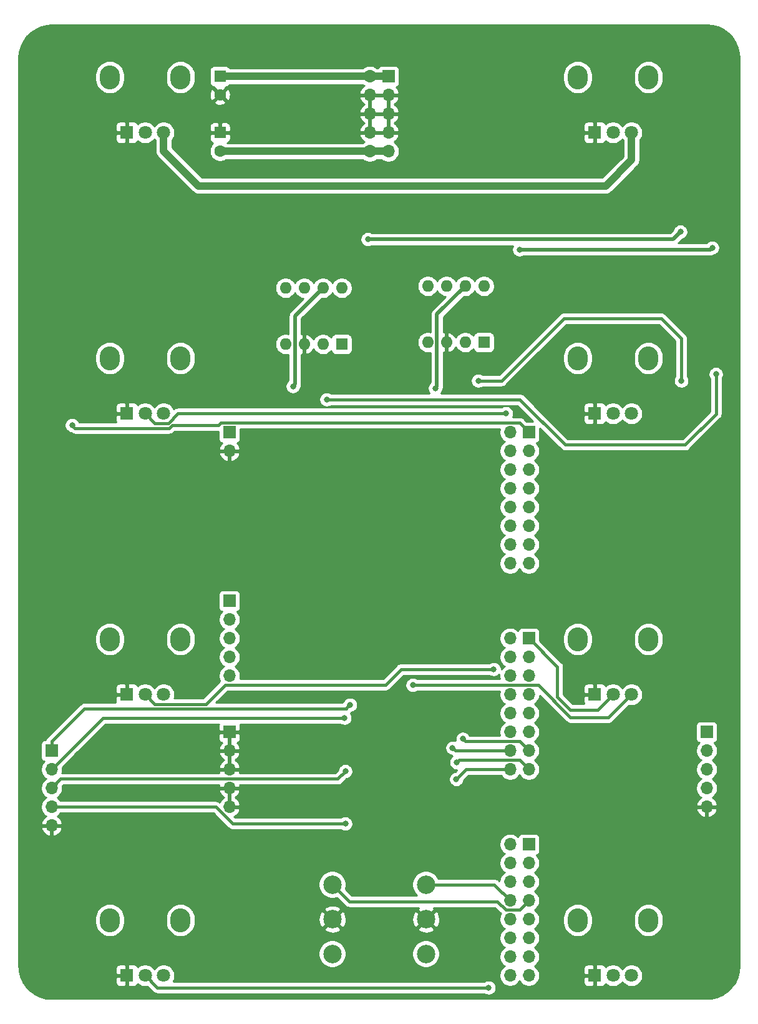
<source format=gbr>
G04 #@! TF.GenerationSoftware,KiCad,Pcbnew,5.1.6-c6e7f7d~86~ubuntu18.04.1*
G04 #@! TF.CreationDate,2020-06-21T16:53:52-04:00*
G04 #@! TF.ProjectId,dual_ADSR,6475616c-5f41-4445-9352-2e6b69636164,rev?*
G04 #@! TF.SameCoordinates,Original*
G04 #@! TF.FileFunction,Copper,L1,Top*
G04 #@! TF.FilePolarity,Positive*
%FSLAX46Y46*%
G04 Gerber Fmt 4.6, Leading zero omitted, Abs format (unit mm)*
G04 Created by KiCad (PCBNEW 5.1.6-c6e7f7d~86~ubuntu18.04.1) date 2020-06-21 16:53:52*
%MOMM*%
%LPD*%
G01*
G04 APERTURE LIST*
G04 #@! TA.AperFunction,ComponentPad*
%ADD10O,1.600000X1.600000*%
G04 #@! TD*
G04 #@! TA.AperFunction,ComponentPad*
%ADD11R,1.600000X1.600000*%
G04 #@! TD*
G04 #@! TA.AperFunction,ComponentPad*
%ADD12O,1.700000X1.700000*%
G04 #@! TD*
G04 #@! TA.AperFunction,ComponentPad*
%ADD13R,1.700000X1.700000*%
G04 #@! TD*
G04 #@! TA.AperFunction,ComponentPad*
%ADD14C,2.500000*%
G04 #@! TD*
G04 #@! TA.AperFunction,ComponentPad*
%ADD15O,2.720000X3.240000*%
G04 #@! TD*
G04 #@! TA.AperFunction,ComponentPad*
%ADD16C,1.800000*%
G04 #@! TD*
G04 #@! TA.AperFunction,ComponentPad*
%ADD17R,1.800000X1.800000*%
G04 #@! TD*
G04 #@! TA.AperFunction,ComponentPad*
%ADD18C,1.600000*%
G04 #@! TD*
G04 #@! TA.AperFunction,ViaPad*
%ADD19C,1.000000*%
G04 #@! TD*
G04 #@! TA.AperFunction,ViaPad*
%ADD20C,0.800000*%
G04 #@! TD*
G04 #@! TA.AperFunction,Conductor*
%ADD21C,1.000000*%
G04 #@! TD*
G04 #@! TA.AperFunction,Conductor*
%ADD22C,0.400000*%
G04 #@! TD*
G04 #@! TA.AperFunction,Conductor*
%ADD23C,0.500000*%
G04 #@! TD*
G04 #@! TA.AperFunction,Conductor*
%ADD24C,0.254000*%
G04 #@! TD*
G04 APERTURE END LIST*
D10*
X139954000Y-61468000D03*
X132334000Y-69088000D03*
X137414000Y-61468000D03*
X134874000Y-69088000D03*
X134874000Y-61468000D03*
X137414000Y-69088000D03*
X132334000Y-61468000D03*
D11*
X139954000Y-69088000D03*
D10*
X120650000Y-61722000D03*
X113030000Y-69342000D03*
X118110000Y-61722000D03*
X115570000Y-69342000D03*
X115570000Y-61722000D03*
X118110000Y-69342000D03*
X113030000Y-61722000D03*
D11*
X120650000Y-69342000D03*
D12*
X143510000Y-154940000D03*
X146050000Y-154940000D03*
X143510000Y-152400000D03*
X146050000Y-152400000D03*
X143510000Y-149860000D03*
X146050000Y-149860000D03*
X143510000Y-147320000D03*
X146050000Y-147320000D03*
X143510000Y-144780000D03*
X146050000Y-144780000D03*
X143510000Y-142240000D03*
X146050000Y-142240000D03*
X143510000Y-139700000D03*
X146050000Y-139700000D03*
X143510000Y-137160000D03*
D13*
X146050000Y-137160000D03*
D12*
X143510000Y-127000000D03*
X146050000Y-127000000D03*
X143510000Y-124460000D03*
X146050000Y-124460000D03*
X143510000Y-121920000D03*
X146050000Y-121920000D03*
X143510000Y-119380000D03*
X146050000Y-119380000D03*
X143510000Y-116840000D03*
X146050000Y-116840000D03*
X143510000Y-114300000D03*
X146050000Y-114300000D03*
X143510000Y-111760000D03*
X146050000Y-111760000D03*
X143510000Y-109220000D03*
D13*
X146050000Y-109220000D03*
D12*
X143510000Y-99060000D03*
X146050000Y-99060000D03*
X143510000Y-96520000D03*
X146050000Y-96520000D03*
X143510000Y-93980000D03*
X146050000Y-93980000D03*
X143510000Y-91440000D03*
X146050000Y-91440000D03*
X143510000Y-88900000D03*
X146050000Y-88900000D03*
X143510000Y-86360000D03*
X146050000Y-86360000D03*
X143510000Y-83820000D03*
X146050000Y-83820000D03*
X143510000Y-81280000D03*
D13*
X146050000Y-81280000D03*
D14*
X119380000Y-152020000D03*
X119380000Y-147320000D03*
X119380000Y-142620000D03*
X132080000Y-152020000D03*
X132080000Y-147320000D03*
X132080000Y-142620000D03*
D15*
X152680000Y-147440000D03*
X162280000Y-147440000D03*
D16*
X159980000Y-154940000D03*
X157480000Y-154940000D03*
D17*
X154980000Y-154940000D03*
D15*
X152680000Y-109340000D03*
X162280000Y-109340000D03*
D16*
X159980000Y-116840000D03*
X157480000Y-116840000D03*
D17*
X154980000Y-116840000D03*
D15*
X152680000Y-71240000D03*
X162280000Y-71240000D03*
D16*
X159980000Y-78740000D03*
X157480000Y-78740000D03*
D17*
X154980000Y-78740000D03*
D15*
X152680000Y-33140000D03*
X162280000Y-33140000D03*
D16*
X159980000Y-40640000D03*
X157480000Y-40640000D03*
D17*
X154980000Y-40640000D03*
D15*
X89180000Y-147440000D03*
X98780000Y-147440000D03*
D16*
X96480000Y-154940000D03*
X93980000Y-154940000D03*
D17*
X91480000Y-154940000D03*
D15*
X89180000Y-109340000D03*
X98780000Y-109340000D03*
D16*
X96480000Y-116840000D03*
X93980000Y-116840000D03*
D17*
X91480000Y-116840000D03*
D15*
X89180000Y-71240000D03*
X98780000Y-71240000D03*
D16*
X96480000Y-78740000D03*
X93980000Y-78740000D03*
D17*
X91480000Y-78740000D03*
D15*
X89180000Y-33140000D03*
X98780000Y-33140000D03*
D16*
X96480000Y-40640000D03*
X93980000Y-40640000D03*
D17*
X91480000Y-40640000D03*
D12*
X105410000Y-132080000D03*
X105410000Y-129540000D03*
X105410000Y-127000000D03*
X105410000Y-124460000D03*
D13*
X105410000Y-121920000D03*
D12*
X105410000Y-114300000D03*
X105410000Y-111760000D03*
X105410000Y-109220000D03*
X105410000Y-106680000D03*
D13*
X105410000Y-104140000D03*
D12*
X105410000Y-83820000D03*
D13*
X105410000Y-81280000D03*
D12*
X170180000Y-132080000D03*
X170180000Y-129540000D03*
X170180000Y-127000000D03*
X170180000Y-124460000D03*
D13*
X170180000Y-121920000D03*
D12*
X124460000Y-43180000D03*
X127000000Y-43180000D03*
X124460000Y-40640000D03*
X127000000Y-40640000D03*
X124460000Y-38100000D03*
X127000000Y-38100000D03*
X124460000Y-35560000D03*
X127000000Y-35560000D03*
X124460000Y-33020000D03*
D13*
X127000000Y-33020000D03*
D12*
X81280000Y-134620000D03*
X81280000Y-132080000D03*
X81280000Y-129540000D03*
X81280000Y-127000000D03*
D13*
X81280000Y-124460000D03*
D18*
X104140000Y-43140000D03*
D11*
X104140000Y-40640000D03*
D18*
X104140000Y-35520000D03*
D11*
X104140000Y-33020000D03*
D19*
X123190000Y-61976000D03*
X111379000Y-60071000D03*
X108331000Y-60198000D03*
D20*
X127762000Y-118300500D03*
X127952500Y-125412500D03*
X127952500Y-132651500D03*
X127825500Y-110490000D03*
X84074000Y-80327500D03*
X142938500Y-78740000D03*
X141287500Y-113411000D03*
X140589000Y-156591000D03*
X114046000Y-75057000D03*
X133350000Y-75311000D03*
X121158000Y-134366000D03*
X121158000Y-127254000D03*
X121031000Y-120015000D03*
X121793000Y-118237000D03*
X139192000Y-74295000D03*
X166751000Y-74295000D03*
X144780000Y-56515000D03*
X170942000Y-56261000D03*
X171450000Y-73406000D03*
X118618000Y-76835000D03*
X166624000Y-54102000D03*
X124206000Y-55118000D03*
X130302000Y-115570000D03*
X136207500Y-128333500D03*
X136271000Y-126047500D03*
X135699500Y-124079000D03*
X137096500Y-122872500D03*
D21*
X127000000Y-33020000D02*
X124460000Y-33020000D01*
X124460000Y-33020000D02*
X104140000Y-33020000D01*
X127000000Y-43180000D02*
X124460000Y-43180000D01*
X104180000Y-43180000D02*
X104140000Y-43140000D01*
X124460000Y-43180000D02*
X104180000Y-43180000D01*
D22*
X84473999Y-80727499D02*
X84074000Y-80327500D01*
X97665045Y-80327500D02*
X97265046Y-80727499D01*
X97265046Y-80727499D02*
X84473999Y-80727499D01*
X144799999Y-80029999D02*
X104239999Y-80029999D01*
X146050000Y-81280000D02*
X144799999Y-80029999D01*
X103942498Y-80327500D02*
X97665045Y-80327500D01*
X104239999Y-80029999D02*
X103942498Y-80327500D01*
X95280001Y-80040001D02*
X97104001Y-80040001D01*
X93980000Y-78740000D02*
X95280001Y-80040001D01*
X97104001Y-80040001D02*
X98404002Y-78740000D01*
X98404002Y-78740000D02*
X142938500Y-78740000D01*
X128714500Y-113411000D02*
X141287500Y-113411000D01*
X102186500Y-118173500D02*
X104809999Y-115550001D01*
X126575499Y-115550001D02*
X128714500Y-113411000D01*
X93980000Y-116840000D02*
X95313500Y-118173500D01*
X104809999Y-115550001D02*
X126575499Y-115550001D01*
X95313500Y-118173500D02*
X102186500Y-118173500D01*
X93980000Y-154940000D02*
X95631000Y-156591000D01*
X95631000Y-156591000D02*
X140589000Y-156591000D01*
X149923500Y-117157500D02*
X149923500Y-113093500D01*
X151701500Y-118935500D02*
X149923500Y-117157500D01*
X157480000Y-116840000D02*
X155384500Y-118935500D01*
X149923500Y-113093500D02*
X146050000Y-109220000D01*
X155384500Y-118935500D02*
X151701500Y-118935500D01*
D23*
X114319999Y-65512001D02*
X118110000Y-61722000D01*
X114319999Y-74783001D02*
X114319999Y-65512001D01*
X114046000Y-75057000D02*
X114319999Y-74783001D01*
X133584001Y-75076999D02*
X133584001Y-65297999D01*
X133584001Y-65297999D02*
X137414000Y-61468000D01*
X133350000Y-75311000D02*
X133584001Y-75076999D01*
D22*
X103559998Y-132080000D02*
X81280000Y-132080000D01*
X105845998Y-134366000D02*
X103559998Y-132080000D01*
X121158000Y-134366000D02*
X105845998Y-134366000D01*
X82530001Y-128289999D02*
X81280000Y-129540000D01*
X120122001Y-128289999D02*
X82530001Y-128289999D01*
X121158000Y-127254000D02*
X120122001Y-128289999D01*
X88265000Y-120015000D02*
X81280000Y-127000000D01*
X121031000Y-120015000D02*
X88265000Y-120015000D01*
X121393001Y-118636999D02*
X121793000Y-118237000D01*
X121256489Y-118773511D02*
X121393001Y-118636999D01*
X85716489Y-118773511D02*
X121256489Y-118773511D01*
X81280000Y-124460000D02*
X81280000Y-123210000D01*
X81280000Y-123210000D02*
X85716489Y-118773511D01*
X150812500Y-65849500D02*
X142367000Y-74295000D01*
X164020500Y-65849500D02*
X150812500Y-65849500D01*
X166751000Y-74295000D02*
X166751000Y-68580000D01*
X142367000Y-74295000D02*
X139192000Y-74295000D01*
X166751000Y-68580000D02*
X164020500Y-65849500D01*
D23*
X144780000Y-56515000D02*
X170688000Y-56515000D01*
X170688000Y-56515000D02*
X170942000Y-56261000D01*
D22*
X171450000Y-73406000D02*
X171450000Y-78803500D01*
X171450000Y-78803500D02*
X167259000Y-82994500D01*
X167259000Y-82994500D02*
X151003000Y-82994500D01*
X151003000Y-82994500D02*
X144843500Y-76835000D01*
X144843500Y-76835000D02*
X118618000Y-76835000D01*
D23*
X166624000Y-54102000D02*
X165608000Y-55118000D01*
X165608000Y-55118000D02*
X124206000Y-55118000D01*
D21*
X96480000Y-40640000D02*
X96480000Y-43140000D01*
X96480000Y-43140000D02*
X101219000Y-47879000D01*
X101219000Y-47879000D02*
X156464000Y-47879000D01*
X159980000Y-44363000D02*
X159980000Y-40640000D01*
X156464000Y-47879000D02*
X159980000Y-44363000D01*
D22*
X151701500Y-119951500D02*
X147320000Y-115570000D01*
X156845000Y-119951500D02*
X151701500Y-119951500D01*
X159980000Y-116840000D02*
X159956500Y-116840000D01*
X147320000Y-115570000D02*
X130302000Y-115570000D01*
X159956500Y-116840000D02*
X156845000Y-119951500D01*
X143510000Y-127000000D02*
X137541000Y-127000000D01*
X137541000Y-127000000D02*
X136207500Y-128333500D01*
X144799999Y-125749999D02*
X136568501Y-125749999D01*
X136568501Y-125749999D02*
X136271000Y-126047500D01*
X146050000Y-127000000D02*
X144799999Y-125749999D01*
X143510000Y-124460000D02*
X136080500Y-124460000D01*
X136080500Y-124460000D02*
X135699500Y-124079000D01*
X146050000Y-124460000D02*
X144799999Y-123209999D01*
X137433999Y-123209999D02*
X137096500Y-122872500D01*
X144799999Y-123209999D02*
X137433999Y-123209999D01*
X141350000Y-142620000D02*
X143510000Y-144780000D01*
X132080000Y-142620000D02*
X141350000Y-142620000D01*
X142909999Y-146030001D02*
X144799999Y-146030001D01*
X119380000Y-142620000D02*
X121667000Y-144907000D01*
X144799999Y-146030001D02*
X146050000Y-144780000D01*
X141786998Y-144907000D02*
X142909999Y-146030001D01*
X121667000Y-144907000D02*
X141786998Y-144907000D01*
D24*
G36*
X170962249Y-26132437D02*
G01*
X171719774Y-26339672D01*
X172428625Y-26677777D01*
X173066404Y-27136067D01*
X173612946Y-27700055D01*
X174050977Y-28351913D01*
X174366651Y-29071038D01*
X174551206Y-29839768D01*
X174600001Y-30504221D01*
X174600000Y-153640608D01*
X174527563Y-154452249D01*
X174320328Y-155209774D01*
X173982221Y-155918627D01*
X173523928Y-156556410D01*
X172959945Y-157102946D01*
X172308085Y-157540978D01*
X171588963Y-157856651D01*
X170820232Y-158041206D01*
X170155792Y-158090000D01*
X81309392Y-158090000D01*
X80497751Y-158017563D01*
X79740226Y-157810328D01*
X79031373Y-157472221D01*
X78393590Y-157013928D01*
X77847054Y-156449945D01*
X77437188Y-155840000D01*
X89941928Y-155840000D01*
X89954188Y-155964482D01*
X89990498Y-156084180D01*
X90049463Y-156194494D01*
X90128815Y-156291185D01*
X90225506Y-156370537D01*
X90335820Y-156429502D01*
X90455518Y-156465812D01*
X90580000Y-156478072D01*
X91194250Y-156475000D01*
X91353000Y-156316250D01*
X91353000Y-155067000D01*
X90103750Y-155067000D01*
X89945000Y-155225750D01*
X89941928Y-155840000D01*
X77437188Y-155840000D01*
X77409022Y-155798085D01*
X77093349Y-155078963D01*
X76908794Y-154310232D01*
X76888950Y-154040000D01*
X89941928Y-154040000D01*
X89945000Y-154654250D01*
X90103750Y-154813000D01*
X91353000Y-154813000D01*
X91353000Y-153563750D01*
X91607000Y-153563750D01*
X91607000Y-154813000D01*
X91627000Y-154813000D01*
X91627000Y-155067000D01*
X91607000Y-155067000D01*
X91607000Y-156316250D01*
X91765750Y-156475000D01*
X92380000Y-156478072D01*
X92504482Y-156465812D01*
X92624180Y-156429502D01*
X92734494Y-156370537D01*
X92831185Y-156291185D01*
X92910537Y-156194494D01*
X92963880Y-156094697D01*
X93001495Y-156132312D01*
X93252905Y-156300299D01*
X93532257Y-156416011D01*
X93828816Y-156475000D01*
X94131184Y-156475000D01*
X94300461Y-156441329D01*
X95011563Y-157152432D01*
X95037709Y-157184291D01*
X95069568Y-157210437D01*
X95069570Y-157210439D01*
X95118719Y-157250774D01*
X95164854Y-157288636D01*
X95309913Y-157366172D01*
X95467311Y-157413918D01*
X95589981Y-157426000D01*
X95589982Y-157426000D01*
X95631000Y-157430040D01*
X95672018Y-157426000D01*
X139975715Y-157426000D01*
X140098744Y-157508205D01*
X140287102Y-157586226D01*
X140487061Y-157626000D01*
X140690939Y-157626000D01*
X140890898Y-157586226D01*
X141079256Y-157508205D01*
X141248774Y-157394937D01*
X141392937Y-157250774D01*
X141506205Y-157081256D01*
X141584226Y-156892898D01*
X141624000Y-156692939D01*
X141624000Y-156489061D01*
X141584226Y-156289102D01*
X141506205Y-156100744D01*
X141392937Y-155931226D01*
X141248774Y-155787063D01*
X141079256Y-155673795D01*
X140890898Y-155595774D01*
X140690939Y-155556000D01*
X140487061Y-155556000D01*
X140287102Y-155595774D01*
X140098744Y-155673795D01*
X139975715Y-155756000D01*
X97780895Y-155756000D01*
X97840299Y-155667095D01*
X97956011Y-155387743D01*
X98015000Y-155091184D01*
X98015000Y-154788816D01*
X97956011Y-154492257D01*
X97840299Y-154212905D01*
X97672312Y-153961495D01*
X97458505Y-153747688D01*
X97207095Y-153579701D01*
X96927743Y-153463989D01*
X96631184Y-153405000D01*
X96328816Y-153405000D01*
X96032257Y-153463989D01*
X95752905Y-153579701D01*
X95501495Y-153747688D01*
X95287688Y-153961495D01*
X95230000Y-154047831D01*
X95172312Y-153961495D01*
X94958505Y-153747688D01*
X94707095Y-153579701D01*
X94427743Y-153463989D01*
X94131184Y-153405000D01*
X93828816Y-153405000D01*
X93532257Y-153463989D01*
X93252905Y-153579701D01*
X93001495Y-153747688D01*
X92963880Y-153785303D01*
X92910537Y-153685506D01*
X92831185Y-153588815D01*
X92734494Y-153509463D01*
X92624180Y-153450498D01*
X92504482Y-153414188D01*
X92380000Y-153401928D01*
X91765750Y-153405000D01*
X91607000Y-153563750D01*
X91353000Y-153563750D01*
X91194250Y-153405000D01*
X90580000Y-153401928D01*
X90455518Y-153414188D01*
X90335820Y-153450498D01*
X90225506Y-153509463D01*
X90128815Y-153588815D01*
X90049463Y-153685506D01*
X89990498Y-153795820D01*
X89954188Y-153915518D01*
X89941928Y-154040000D01*
X76888950Y-154040000D01*
X76860000Y-153645792D01*
X76860000Y-151834344D01*
X117495000Y-151834344D01*
X117495000Y-152205656D01*
X117567439Y-152569834D01*
X117709534Y-152912882D01*
X117915825Y-153221618D01*
X118178382Y-153484175D01*
X118487118Y-153690466D01*
X118830166Y-153832561D01*
X119194344Y-153905000D01*
X119565656Y-153905000D01*
X119929834Y-153832561D01*
X120272882Y-153690466D01*
X120581618Y-153484175D01*
X120844175Y-153221618D01*
X121050466Y-152912882D01*
X121192561Y-152569834D01*
X121265000Y-152205656D01*
X121265000Y-151834344D01*
X130195000Y-151834344D01*
X130195000Y-152205656D01*
X130267439Y-152569834D01*
X130409534Y-152912882D01*
X130615825Y-153221618D01*
X130878382Y-153484175D01*
X131187118Y-153690466D01*
X131530166Y-153832561D01*
X131894344Y-153905000D01*
X132265656Y-153905000D01*
X132629834Y-153832561D01*
X132972882Y-153690466D01*
X133281618Y-153484175D01*
X133544175Y-153221618D01*
X133750466Y-152912882D01*
X133892561Y-152569834D01*
X133965000Y-152205656D01*
X133965000Y-151834344D01*
X133892561Y-151470166D01*
X133750466Y-151127118D01*
X133544175Y-150818382D01*
X133281618Y-150555825D01*
X132972882Y-150349534D01*
X132629834Y-150207439D01*
X132265656Y-150135000D01*
X131894344Y-150135000D01*
X131530166Y-150207439D01*
X131187118Y-150349534D01*
X130878382Y-150555825D01*
X130615825Y-150818382D01*
X130409534Y-151127118D01*
X130267439Y-151470166D01*
X130195000Y-151834344D01*
X121265000Y-151834344D01*
X121192561Y-151470166D01*
X121050466Y-151127118D01*
X120844175Y-150818382D01*
X120581618Y-150555825D01*
X120272882Y-150349534D01*
X119929834Y-150207439D01*
X119565656Y-150135000D01*
X119194344Y-150135000D01*
X118830166Y-150207439D01*
X118487118Y-150349534D01*
X118178382Y-150555825D01*
X117915825Y-150818382D01*
X117709534Y-151127118D01*
X117567439Y-151470166D01*
X117495000Y-151834344D01*
X76860000Y-151834344D01*
X76860000Y-147082002D01*
X87185000Y-147082002D01*
X87185000Y-147797997D01*
X87213867Y-148091087D01*
X87327943Y-148467146D01*
X87513193Y-148813725D01*
X87762497Y-149117503D01*
X88066275Y-149366807D01*
X88412853Y-149552057D01*
X88788912Y-149666133D01*
X89180000Y-149704652D01*
X89571087Y-149666133D01*
X89947146Y-149552057D01*
X90293725Y-149366807D01*
X90597503Y-149117503D01*
X90846807Y-148813725D01*
X91032057Y-148467147D01*
X91146133Y-148091088D01*
X91175000Y-147797998D01*
X91175000Y-147082003D01*
X91175000Y-147082002D01*
X96785000Y-147082002D01*
X96785000Y-147797997D01*
X96813867Y-148091087D01*
X96927943Y-148467146D01*
X97113193Y-148813725D01*
X97362497Y-149117503D01*
X97666275Y-149366807D01*
X98012853Y-149552057D01*
X98388912Y-149666133D01*
X98780000Y-149704652D01*
X99171087Y-149666133D01*
X99547146Y-149552057D01*
X99893725Y-149366807D01*
X100197503Y-149117503D01*
X100446807Y-148813725D01*
X100543083Y-148633605D01*
X118246000Y-148633605D01*
X118371914Y-148923577D01*
X118704126Y-149089433D01*
X119062312Y-149187290D01*
X119432706Y-149213389D01*
X119801075Y-149166725D01*
X120153262Y-149049094D01*
X120388086Y-148923577D01*
X120514000Y-148633605D01*
X130946000Y-148633605D01*
X131071914Y-148923577D01*
X131404126Y-149089433D01*
X131762312Y-149187290D01*
X132132706Y-149213389D01*
X132501075Y-149166725D01*
X132853262Y-149049094D01*
X133088086Y-148923577D01*
X133214000Y-148633605D01*
X132080000Y-147499605D01*
X130946000Y-148633605D01*
X120514000Y-148633605D01*
X119380000Y-147499605D01*
X118246000Y-148633605D01*
X100543083Y-148633605D01*
X100632057Y-148467147D01*
X100746133Y-148091088D01*
X100775000Y-147797998D01*
X100775000Y-147372706D01*
X117486611Y-147372706D01*
X117533275Y-147741075D01*
X117650906Y-148093262D01*
X117776423Y-148328086D01*
X118066395Y-148454000D01*
X119200395Y-147320000D01*
X119559605Y-147320000D01*
X120693605Y-148454000D01*
X120983577Y-148328086D01*
X121149433Y-147995874D01*
X121247290Y-147637688D01*
X121265961Y-147372706D01*
X130186611Y-147372706D01*
X130233275Y-147741075D01*
X130350906Y-148093262D01*
X130476423Y-148328086D01*
X130766395Y-148454000D01*
X131900395Y-147320000D01*
X132259605Y-147320000D01*
X133393605Y-148454000D01*
X133683577Y-148328086D01*
X133849433Y-147995874D01*
X133947290Y-147637688D01*
X133973389Y-147267294D01*
X133926725Y-146898925D01*
X133809094Y-146546738D01*
X133683577Y-146311914D01*
X133393605Y-146186000D01*
X132259605Y-147320000D01*
X131900395Y-147320000D01*
X130766395Y-146186000D01*
X130476423Y-146311914D01*
X130310567Y-146644126D01*
X130212710Y-147002312D01*
X130186611Y-147372706D01*
X121265961Y-147372706D01*
X121273389Y-147267294D01*
X121226725Y-146898925D01*
X121109094Y-146546738D01*
X120983577Y-146311914D01*
X120693605Y-146186000D01*
X119559605Y-147320000D01*
X119200395Y-147320000D01*
X118066395Y-146186000D01*
X117776423Y-146311914D01*
X117610567Y-146644126D01*
X117512710Y-147002312D01*
X117486611Y-147372706D01*
X100775000Y-147372706D01*
X100775000Y-147082003D01*
X100746133Y-146788913D01*
X100632057Y-146412853D01*
X100446807Y-146066275D01*
X100397665Y-146006395D01*
X118246000Y-146006395D01*
X119380000Y-147140395D01*
X120514000Y-146006395D01*
X120388086Y-145716423D01*
X120055874Y-145550567D01*
X119697688Y-145452710D01*
X119327294Y-145426611D01*
X118958925Y-145473275D01*
X118606738Y-145590906D01*
X118371914Y-145716423D01*
X118246000Y-146006395D01*
X100397665Y-146006395D01*
X100197503Y-145762497D01*
X99893725Y-145513193D01*
X99547147Y-145327943D01*
X99171088Y-145213867D01*
X98780000Y-145175348D01*
X98388913Y-145213867D01*
X98012854Y-145327943D01*
X97666276Y-145513193D01*
X97362498Y-145762497D01*
X97113193Y-146066275D01*
X96927943Y-146412853D01*
X96813867Y-146788912D01*
X96785000Y-147082002D01*
X91175000Y-147082002D01*
X91146133Y-146788913D01*
X91032057Y-146412853D01*
X90846807Y-146066275D01*
X90597503Y-145762497D01*
X90293725Y-145513193D01*
X89947147Y-145327943D01*
X89571088Y-145213867D01*
X89180000Y-145175348D01*
X88788913Y-145213867D01*
X88412854Y-145327943D01*
X88066276Y-145513193D01*
X87762498Y-145762497D01*
X87513193Y-146066275D01*
X87327943Y-146412853D01*
X87213867Y-146788912D01*
X87185000Y-147082002D01*
X76860000Y-147082002D01*
X76860000Y-142434344D01*
X117495000Y-142434344D01*
X117495000Y-142805656D01*
X117567439Y-143169834D01*
X117709534Y-143512882D01*
X117915825Y-143821618D01*
X118178382Y-144084175D01*
X118487118Y-144290466D01*
X118830166Y-144432561D01*
X119194344Y-144505000D01*
X119565656Y-144505000D01*
X119929834Y-144432561D01*
X119987717Y-144408585D01*
X121047559Y-145468427D01*
X121073709Y-145500291D01*
X121200854Y-145604636D01*
X121345913Y-145682172D01*
X121503311Y-145729918D01*
X121625981Y-145742000D01*
X121625991Y-145742000D01*
X121666999Y-145746039D01*
X121708007Y-145742000D01*
X131060808Y-145742000D01*
X130946000Y-146006395D01*
X132080000Y-147140395D01*
X133214000Y-146006395D01*
X133099192Y-145742000D01*
X141441131Y-145742000D01*
X142242760Y-146543630D01*
X142194010Y-146616589D01*
X142082068Y-146886842D01*
X142025000Y-147173740D01*
X142025000Y-147466260D01*
X142082068Y-147753158D01*
X142194010Y-148023411D01*
X142356525Y-148266632D01*
X142563368Y-148473475D01*
X142737760Y-148590000D01*
X142563368Y-148706525D01*
X142356525Y-148913368D01*
X142194010Y-149156589D01*
X142082068Y-149426842D01*
X142025000Y-149713740D01*
X142025000Y-150006260D01*
X142082068Y-150293158D01*
X142194010Y-150563411D01*
X142356525Y-150806632D01*
X142563368Y-151013475D01*
X142737760Y-151130000D01*
X142563368Y-151246525D01*
X142356525Y-151453368D01*
X142194010Y-151696589D01*
X142082068Y-151966842D01*
X142025000Y-152253740D01*
X142025000Y-152546260D01*
X142082068Y-152833158D01*
X142194010Y-153103411D01*
X142356525Y-153346632D01*
X142563368Y-153553475D01*
X142737760Y-153670000D01*
X142563368Y-153786525D01*
X142356525Y-153993368D01*
X142194010Y-154236589D01*
X142082068Y-154506842D01*
X142025000Y-154793740D01*
X142025000Y-155086260D01*
X142082068Y-155373158D01*
X142194010Y-155643411D01*
X142356525Y-155886632D01*
X142563368Y-156093475D01*
X142806589Y-156255990D01*
X143076842Y-156367932D01*
X143363740Y-156425000D01*
X143656260Y-156425000D01*
X143943158Y-156367932D01*
X144213411Y-156255990D01*
X144456632Y-156093475D01*
X144663475Y-155886632D01*
X144780000Y-155712240D01*
X144896525Y-155886632D01*
X145103368Y-156093475D01*
X145346589Y-156255990D01*
X145616842Y-156367932D01*
X145903740Y-156425000D01*
X146196260Y-156425000D01*
X146483158Y-156367932D01*
X146753411Y-156255990D01*
X146996632Y-156093475D01*
X147203475Y-155886632D01*
X147234633Y-155840000D01*
X153441928Y-155840000D01*
X153454188Y-155964482D01*
X153490498Y-156084180D01*
X153549463Y-156194494D01*
X153628815Y-156291185D01*
X153725506Y-156370537D01*
X153835820Y-156429502D01*
X153955518Y-156465812D01*
X154080000Y-156478072D01*
X154694250Y-156475000D01*
X154853000Y-156316250D01*
X154853000Y-155067000D01*
X153603750Y-155067000D01*
X153445000Y-155225750D01*
X153441928Y-155840000D01*
X147234633Y-155840000D01*
X147365990Y-155643411D01*
X147477932Y-155373158D01*
X147535000Y-155086260D01*
X147535000Y-154793740D01*
X147477932Y-154506842D01*
X147365990Y-154236589D01*
X147234634Y-154040000D01*
X153441928Y-154040000D01*
X153445000Y-154654250D01*
X153603750Y-154813000D01*
X154853000Y-154813000D01*
X154853000Y-153563750D01*
X155107000Y-153563750D01*
X155107000Y-154813000D01*
X155127000Y-154813000D01*
X155127000Y-155067000D01*
X155107000Y-155067000D01*
X155107000Y-156316250D01*
X155265750Y-156475000D01*
X155880000Y-156478072D01*
X156004482Y-156465812D01*
X156124180Y-156429502D01*
X156234494Y-156370537D01*
X156331185Y-156291185D01*
X156410537Y-156194494D01*
X156463880Y-156094697D01*
X156501495Y-156132312D01*
X156752905Y-156300299D01*
X157032257Y-156416011D01*
X157328816Y-156475000D01*
X157631184Y-156475000D01*
X157927743Y-156416011D01*
X158207095Y-156300299D01*
X158458505Y-156132312D01*
X158672312Y-155918505D01*
X158730000Y-155832169D01*
X158787688Y-155918505D01*
X159001495Y-156132312D01*
X159252905Y-156300299D01*
X159532257Y-156416011D01*
X159828816Y-156475000D01*
X160131184Y-156475000D01*
X160427743Y-156416011D01*
X160707095Y-156300299D01*
X160958505Y-156132312D01*
X161172312Y-155918505D01*
X161340299Y-155667095D01*
X161456011Y-155387743D01*
X161515000Y-155091184D01*
X161515000Y-154788816D01*
X161456011Y-154492257D01*
X161340299Y-154212905D01*
X161172312Y-153961495D01*
X160958505Y-153747688D01*
X160707095Y-153579701D01*
X160427743Y-153463989D01*
X160131184Y-153405000D01*
X159828816Y-153405000D01*
X159532257Y-153463989D01*
X159252905Y-153579701D01*
X159001495Y-153747688D01*
X158787688Y-153961495D01*
X158730000Y-154047831D01*
X158672312Y-153961495D01*
X158458505Y-153747688D01*
X158207095Y-153579701D01*
X157927743Y-153463989D01*
X157631184Y-153405000D01*
X157328816Y-153405000D01*
X157032257Y-153463989D01*
X156752905Y-153579701D01*
X156501495Y-153747688D01*
X156463880Y-153785303D01*
X156410537Y-153685506D01*
X156331185Y-153588815D01*
X156234494Y-153509463D01*
X156124180Y-153450498D01*
X156004482Y-153414188D01*
X155880000Y-153401928D01*
X155265750Y-153405000D01*
X155107000Y-153563750D01*
X154853000Y-153563750D01*
X154694250Y-153405000D01*
X154080000Y-153401928D01*
X153955518Y-153414188D01*
X153835820Y-153450498D01*
X153725506Y-153509463D01*
X153628815Y-153588815D01*
X153549463Y-153685506D01*
X153490498Y-153795820D01*
X153454188Y-153915518D01*
X153441928Y-154040000D01*
X147234634Y-154040000D01*
X147203475Y-153993368D01*
X146996632Y-153786525D01*
X146822240Y-153670000D01*
X146996632Y-153553475D01*
X147203475Y-153346632D01*
X147365990Y-153103411D01*
X147477932Y-152833158D01*
X147535000Y-152546260D01*
X147535000Y-152253740D01*
X147477932Y-151966842D01*
X147365990Y-151696589D01*
X147203475Y-151453368D01*
X146996632Y-151246525D01*
X146822240Y-151130000D01*
X146996632Y-151013475D01*
X147203475Y-150806632D01*
X147365990Y-150563411D01*
X147477932Y-150293158D01*
X147535000Y-150006260D01*
X147535000Y-149713740D01*
X147477932Y-149426842D01*
X147365990Y-149156589D01*
X147203475Y-148913368D01*
X146996632Y-148706525D01*
X146822240Y-148590000D01*
X146996632Y-148473475D01*
X147203475Y-148266632D01*
X147365990Y-148023411D01*
X147477932Y-147753158D01*
X147535000Y-147466260D01*
X147535000Y-147173740D01*
X147516753Y-147082002D01*
X150685000Y-147082002D01*
X150685000Y-147797997D01*
X150713867Y-148091087D01*
X150827943Y-148467146D01*
X151013193Y-148813725D01*
X151262497Y-149117503D01*
X151566275Y-149366807D01*
X151912853Y-149552057D01*
X152288912Y-149666133D01*
X152680000Y-149704652D01*
X153071087Y-149666133D01*
X153447146Y-149552057D01*
X153793725Y-149366807D01*
X154097503Y-149117503D01*
X154346807Y-148813725D01*
X154532057Y-148467147D01*
X154646133Y-148091088D01*
X154675000Y-147797998D01*
X154675000Y-147082003D01*
X154675000Y-147082002D01*
X160285000Y-147082002D01*
X160285000Y-147797997D01*
X160313867Y-148091087D01*
X160427943Y-148467146D01*
X160613193Y-148813725D01*
X160862497Y-149117503D01*
X161166275Y-149366807D01*
X161512853Y-149552057D01*
X161888912Y-149666133D01*
X162280000Y-149704652D01*
X162671087Y-149666133D01*
X163047146Y-149552057D01*
X163393725Y-149366807D01*
X163697503Y-149117503D01*
X163946807Y-148813725D01*
X164132057Y-148467147D01*
X164246133Y-148091088D01*
X164275000Y-147797998D01*
X164275000Y-147082003D01*
X164246133Y-146788913D01*
X164132057Y-146412853D01*
X163946807Y-146066275D01*
X163697503Y-145762497D01*
X163393725Y-145513193D01*
X163047147Y-145327943D01*
X162671088Y-145213867D01*
X162280000Y-145175348D01*
X161888913Y-145213867D01*
X161512854Y-145327943D01*
X161166276Y-145513193D01*
X160862498Y-145762497D01*
X160613193Y-146066275D01*
X160427943Y-146412853D01*
X160313867Y-146788912D01*
X160285000Y-147082002D01*
X154675000Y-147082002D01*
X154646133Y-146788913D01*
X154532057Y-146412853D01*
X154346807Y-146066275D01*
X154097503Y-145762497D01*
X153793725Y-145513193D01*
X153447147Y-145327943D01*
X153071088Y-145213867D01*
X152680000Y-145175348D01*
X152288913Y-145213867D01*
X151912854Y-145327943D01*
X151566276Y-145513193D01*
X151262498Y-145762497D01*
X151013193Y-146066275D01*
X150827943Y-146412853D01*
X150713867Y-146788912D01*
X150685000Y-147082002D01*
X147516753Y-147082002D01*
X147477932Y-146886842D01*
X147365990Y-146616589D01*
X147203475Y-146373368D01*
X146996632Y-146166525D01*
X146822240Y-146050000D01*
X146996632Y-145933475D01*
X147203475Y-145726632D01*
X147365990Y-145483411D01*
X147477932Y-145213158D01*
X147535000Y-144926260D01*
X147535000Y-144633740D01*
X147477932Y-144346842D01*
X147365990Y-144076589D01*
X147203475Y-143833368D01*
X146996632Y-143626525D01*
X146822240Y-143510000D01*
X146996632Y-143393475D01*
X147203475Y-143186632D01*
X147365990Y-142943411D01*
X147477932Y-142673158D01*
X147535000Y-142386260D01*
X147535000Y-142093740D01*
X147477932Y-141806842D01*
X147365990Y-141536589D01*
X147203475Y-141293368D01*
X146996632Y-141086525D01*
X146822240Y-140970000D01*
X146996632Y-140853475D01*
X147203475Y-140646632D01*
X147365990Y-140403411D01*
X147477932Y-140133158D01*
X147535000Y-139846260D01*
X147535000Y-139553740D01*
X147477932Y-139266842D01*
X147365990Y-138996589D01*
X147203475Y-138753368D01*
X147071620Y-138621513D01*
X147144180Y-138599502D01*
X147254494Y-138540537D01*
X147351185Y-138461185D01*
X147430537Y-138364494D01*
X147489502Y-138254180D01*
X147525812Y-138134482D01*
X147538072Y-138010000D01*
X147538072Y-136310000D01*
X147525812Y-136185518D01*
X147489502Y-136065820D01*
X147430537Y-135955506D01*
X147351185Y-135858815D01*
X147254494Y-135779463D01*
X147144180Y-135720498D01*
X147024482Y-135684188D01*
X146900000Y-135671928D01*
X145200000Y-135671928D01*
X145075518Y-135684188D01*
X144955820Y-135720498D01*
X144845506Y-135779463D01*
X144748815Y-135858815D01*
X144669463Y-135955506D01*
X144610498Y-136065820D01*
X144588487Y-136138380D01*
X144456632Y-136006525D01*
X144213411Y-135844010D01*
X143943158Y-135732068D01*
X143656260Y-135675000D01*
X143363740Y-135675000D01*
X143076842Y-135732068D01*
X142806589Y-135844010D01*
X142563368Y-136006525D01*
X142356525Y-136213368D01*
X142194010Y-136456589D01*
X142082068Y-136726842D01*
X142025000Y-137013740D01*
X142025000Y-137306260D01*
X142082068Y-137593158D01*
X142194010Y-137863411D01*
X142356525Y-138106632D01*
X142563368Y-138313475D01*
X142737760Y-138430000D01*
X142563368Y-138546525D01*
X142356525Y-138753368D01*
X142194010Y-138996589D01*
X142082068Y-139266842D01*
X142025000Y-139553740D01*
X142025000Y-139846260D01*
X142082068Y-140133158D01*
X142194010Y-140403411D01*
X142356525Y-140646632D01*
X142563368Y-140853475D01*
X142737760Y-140970000D01*
X142563368Y-141086525D01*
X142356525Y-141293368D01*
X142194010Y-141536589D01*
X142082068Y-141806842D01*
X142025000Y-142093740D01*
X142025000Y-142114133D01*
X141969446Y-142058579D01*
X141943291Y-142026709D01*
X141816146Y-141922364D01*
X141671087Y-141844828D01*
X141513689Y-141797082D01*
X141391019Y-141785000D01*
X141391018Y-141785000D01*
X141350000Y-141780960D01*
X141308982Y-141785000D01*
X133774441Y-141785000D01*
X133750466Y-141727118D01*
X133544175Y-141418382D01*
X133281618Y-141155825D01*
X132972882Y-140949534D01*
X132629834Y-140807439D01*
X132265656Y-140735000D01*
X131894344Y-140735000D01*
X131530166Y-140807439D01*
X131187118Y-140949534D01*
X130878382Y-141155825D01*
X130615825Y-141418382D01*
X130409534Y-141727118D01*
X130267439Y-142070166D01*
X130195000Y-142434344D01*
X130195000Y-142805656D01*
X130267439Y-143169834D01*
X130409534Y-143512882D01*
X130615825Y-143821618D01*
X130866207Y-144072000D01*
X122012868Y-144072000D01*
X121168585Y-143227717D01*
X121192561Y-143169834D01*
X121265000Y-142805656D01*
X121265000Y-142434344D01*
X121192561Y-142070166D01*
X121050466Y-141727118D01*
X120844175Y-141418382D01*
X120581618Y-141155825D01*
X120272882Y-140949534D01*
X119929834Y-140807439D01*
X119565656Y-140735000D01*
X119194344Y-140735000D01*
X118830166Y-140807439D01*
X118487118Y-140949534D01*
X118178382Y-141155825D01*
X117915825Y-141418382D01*
X117709534Y-141727118D01*
X117567439Y-142070166D01*
X117495000Y-142434344D01*
X76860000Y-142434344D01*
X76860000Y-134976890D01*
X79838524Y-134976890D01*
X79883175Y-135124099D01*
X80008359Y-135386920D01*
X80182412Y-135620269D01*
X80398645Y-135815178D01*
X80648748Y-135964157D01*
X80923109Y-136061481D01*
X81153000Y-135940814D01*
X81153000Y-134747000D01*
X81407000Y-134747000D01*
X81407000Y-135940814D01*
X81636891Y-136061481D01*
X81911252Y-135964157D01*
X82161355Y-135815178D01*
X82377588Y-135620269D01*
X82551641Y-135386920D01*
X82676825Y-135124099D01*
X82721476Y-134976890D01*
X82600155Y-134747000D01*
X81407000Y-134747000D01*
X81153000Y-134747000D01*
X79959845Y-134747000D01*
X79838524Y-134976890D01*
X76860000Y-134976890D01*
X76860000Y-123610000D01*
X79791928Y-123610000D01*
X79791928Y-125310000D01*
X79804188Y-125434482D01*
X79840498Y-125554180D01*
X79899463Y-125664494D01*
X79978815Y-125761185D01*
X80075506Y-125840537D01*
X80185820Y-125899502D01*
X80258380Y-125921513D01*
X80126525Y-126053368D01*
X79964010Y-126296589D01*
X79852068Y-126566842D01*
X79795000Y-126853740D01*
X79795000Y-127146260D01*
X79852068Y-127433158D01*
X79964010Y-127703411D01*
X80126525Y-127946632D01*
X80333368Y-128153475D01*
X80507760Y-128270000D01*
X80333368Y-128386525D01*
X80126525Y-128593368D01*
X79964010Y-128836589D01*
X79852068Y-129106842D01*
X79795000Y-129393740D01*
X79795000Y-129686260D01*
X79852068Y-129973158D01*
X79964010Y-130243411D01*
X80126525Y-130486632D01*
X80333368Y-130693475D01*
X80507760Y-130810000D01*
X80333368Y-130926525D01*
X80126525Y-131133368D01*
X79964010Y-131376589D01*
X79852068Y-131646842D01*
X79795000Y-131933740D01*
X79795000Y-132226260D01*
X79852068Y-132513158D01*
X79964010Y-132783411D01*
X80126525Y-133026632D01*
X80333368Y-133233475D01*
X80515534Y-133355195D01*
X80398645Y-133424822D01*
X80182412Y-133619731D01*
X80008359Y-133853080D01*
X79883175Y-134115901D01*
X79838524Y-134263110D01*
X79959845Y-134493000D01*
X81153000Y-134493000D01*
X81153000Y-134473000D01*
X81407000Y-134473000D01*
X81407000Y-134493000D01*
X82600155Y-134493000D01*
X82721476Y-134263110D01*
X82676825Y-134115901D01*
X82551641Y-133853080D01*
X82377588Y-133619731D01*
X82161355Y-133424822D01*
X82044466Y-133355195D01*
X82226632Y-133233475D01*
X82433475Y-133026632D01*
X82508065Y-132915000D01*
X103214131Y-132915000D01*
X105226557Y-134927427D01*
X105252707Y-134959291D01*
X105333717Y-135025774D01*
X105379852Y-135063636D01*
X105524911Y-135141172D01*
X105682309Y-135188918D01*
X105845997Y-135205040D01*
X105887016Y-135201000D01*
X120544715Y-135201000D01*
X120667744Y-135283205D01*
X120856102Y-135361226D01*
X121056061Y-135401000D01*
X121259939Y-135401000D01*
X121459898Y-135361226D01*
X121648256Y-135283205D01*
X121817774Y-135169937D01*
X121961937Y-135025774D01*
X122075205Y-134856256D01*
X122153226Y-134667898D01*
X122193000Y-134467939D01*
X122193000Y-134264061D01*
X122153226Y-134064102D01*
X122075205Y-133875744D01*
X121961937Y-133706226D01*
X121817774Y-133562063D01*
X121648256Y-133448795D01*
X121459898Y-133370774D01*
X121259939Y-133331000D01*
X121056061Y-133331000D01*
X120856102Y-133370774D01*
X120667744Y-133448795D01*
X120544715Y-133531000D01*
X106191866Y-133531000D01*
X106068683Y-133407817D01*
X106291355Y-133275178D01*
X106507588Y-133080269D01*
X106681641Y-132846920D01*
X106806825Y-132584099D01*
X106851476Y-132436890D01*
X168738524Y-132436890D01*
X168783175Y-132584099D01*
X168908359Y-132846920D01*
X169082412Y-133080269D01*
X169298645Y-133275178D01*
X169548748Y-133424157D01*
X169823109Y-133521481D01*
X170053000Y-133400814D01*
X170053000Y-132207000D01*
X170307000Y-132207000D01*
X170307000Y-133400814D01*
X170536891Y-133521481D01*
X170811252Y-133424157D01*
X171061355Y-133275178D01*
X171277588Y-133080269D01*
X171451641Y-132846920D01*
X171576825Y-132584099D01*
X171621476Y-132436890D01*
X171500155Y-132207000D01*
X170307000Y-132207000D01*
X170053000Y-132207000D01*
X168859845Y-132207000D01*
X168738524Y-132436890D01*
X106851476Y-132436890D01*
X106730155Y-132207000D01*
X105537000Y-132207000D01*
X105537000Y-132227000D01*
X105283000Y-132227000D01*
X105283000Y-132207000D01*
X105263000Y-132207000D01*
X105263000Y-131953000D01*
X105283000Y-131953000D01*
X105283000Y-129667000D01*
X105537000Y-129667000D01*
X105537000Y-131953000D01*
X106730155Y-131953000D01*
X106851476Y-131723110D01*
X106806825Y-131575901D01*
X106681641Y-131313080D01*
X106507588Y-131079731D01*
X106291355Y-130884822D01*
X106165745Y-130810000D01*
X106291355Y-130735178D01*
X106507588Y-130540269D01*
X106681641Y-130306920D01*
X106806825Y-130044099D01*
X106851476Y-129896890D01*
X106730155Y-129667000D01*
X105537000Y-129667000D01*
X105283000Y-129667000D01*
X104089845Y-129667000D01*
X103968524Y-129896890D01*
X104013175Y-130044099D01*
X104138359Y-130306920D01*
X104312412Y-130540269D01*
X104528645Y-130735178D01*
X104654255Y-130810000D01*
X104528645Y-130884822D01*
X104312412Y-131079731D01*
X104138359Y-131313080D01*
X104083096Y-131429103D01*
X104026144Y-131382364D01*
X103881085Y-131304828D01*
X103723687Y-131257082D01*
X103601017Y-131245000D01*
X103601016Y-131245000D01*
X103559998Y-131240960D01*
X103518980Y-131245000D01*
X82508065Y-131245000D01*
X82433475Y-131133368D01*
X82226632Y-130926525D01*
X82052240Y-130810000D01*
X82226632Y-130693475D01*
X82433475Y-130486632D01*
X82595990Y-130243411D01*
X82707932Y-129973158D01*
X82765000Y-129686260D01*
X82765000Y-129393740D01*
X82738807Y-129262061D01*
X82875869Y-129124999D01*
X103986150Y-129124999D01*
X103968524Y-129183110D01*
X104089845Y-129413000D01*
X105283000Y-129413000D01*
X105283000Y-129393000D01*
X105537000Y-129393000D01*
X105537000Y-129413000D01*
X106730155Y-129413000D01*
X106851476Y-129183110D01*
X106833850Y-129124999D01*
X120080983Y-129124999D01*
X120122001Y-129129039D01*
X120163019Y-129124999D01*
X120163020Y-129124999D01*
X120285690Y-129112917D01*
X120443088Y-129065171D01*
X120588147Y-128987635D01*
X120715292Y-128883290D01*
X120741446Y-128851421D01*
X121314776Y-128278092D01*
X121459898Y-128249226D01*
X121648256Y-128171205D01*
X121817774Y-128057937D01*
X121961937Y-127913774D01*
X122075205Y-127744256D01*
X122153226Y-127555898D01*
X122193000Y-127355939D01*
X122193000Y-127152061D01*
X122153226Y-126952102D01*
X122075205Y-126763744D01*
X121961937Y-126594226D01*
X121817774Y-126450063D01*
X121648256Y-126336795D01*
X121459898Y-126258774D01*
X121259939Y-126219000D01*
X121056061Y-126219000D01*
X120856102Y-126258774D01*
X120667744Y-126336795D01*
X120498226Y-126450063D01*
X120354063Y-126594226D01*
X120240795Y-126763744D01*
X120162774Y-126952102D01*
X120133908Y-127097224D01*
X119776133Y-127454999D01*
X106821718Y-127454999D01*
X106851476Y-127356890D01*
X106730155Y-127127000D01*
X105537000Y-127127000D01*
X105537000Y-127147000D01*
X105283000Y-127147000D01*
X105283000Y-127127000D01*
X104089845Y-127127000D01*
X103968524Y-127356890D01*
X103998282Y-127454999D01*
X82698885Y-127454999D01*
X82707932Y-127433158D01*
X82765000Y-127146260D01*
X82765000Y-126853740D01*
X82738807Y-126722060D01*
X84643977Y-124816890D01*
X103968524Y-124816890D01*
X104013175Y-124964099D01*
X104138359Y-125226920D01*
X104312412Y-125460269D01*
X104528645Y-125655178D01*
X104654255Y-125730000D01*
X104528645Y-125804822D01*
X104312412Y-125999731D01*
X104138359Y-126233080D01*
X104013175Y-126495901D01*
X103968524Y-126643110D01*
X104089845Y-126873000D01*
X105283000Y-126873000D01*
X105283000Y-124587000D01*
X105537000Y-124587000D01*
X105537000Y-126873000D01*
X106730155Y-126873000D01*
X106851476Y-126643110D01*
X106806825Y-126495901D01*
X106681641Y-126233080D01*
X106507588Y-125999731D01*
X106291355Y-125804822D01*
X106165745Y-125730000D01*
X106291355Y-125655178D01*
X106507588Y-125460269D01*
X106681641Y-125226920D01*
X106806825Y-124964099D01*
X106851476Y-124816890D01*
X106730155Y-124587000D01*
X105537000Y-124587000D01*
X105283000Y-124587000D01*
X104089845Y-124587000D01*
X103968524Y-124816890D01*
X84643977Y-124816890D01*
X86690868Y-122770000D01*
X103921928Y-122770000D01*
X103934188Y-122894482D01*
X103970498Y-123014180D01*
X104029463Y-123124494D01*
X104108815Y-123221185D01*
X104205506Y-123300537D01*
X104315820Y-123359502D01*
X104396466Y-123383966D01*
X104312412Y-123459731D01*
X104138359Y-123693080D01*
X104013175Y-123955901D01*
X103968524Y-124103110D01*
X104089845Y-124333000D01*
X105283000Y-124333000D01*
X105283000Y-122047000D01*
X105537000Y-122047000D01*
X105537000Y-124333000D01*
X106730155Y-124333000D01*
X106851476Y-124103110D01*
X106806825Y-123955901D01*
X106681641Y-123693080D01*
X106507588Y-123459731D01*
X106423534Y-123383966D01*
X106504180Y-123359502D01*
X106614494Y-123300537D01*
X106711185Y-123221185D01*
X106790537Y-123124494D01*
X106849502Y-123014180D01*
X106885812Y-122894482D01*
X106898072Y-122770000D01*
X106895000Y-122205750D01*
X106736250Y-122047000D01*
X105537000Y-122047000D01*
X105283000Y-122047000D01*
X104083750Y-122047000D01*
X103925000Y-122205750D01*
X103921928Y-122770000D01*
X86690868Y-122770000D01*
X88610869Y-120850000D01*
X103963163Y-120850000D01*
X103934188Y-120945518D01*
X103921928Y-121070000D01*
X103925000Y-121634250D01*
X104083750Y-121793000D01*
X105283000Y-121793000D01*
X105283000Y-121773000D01*
X105537000Y-121773000D01*
X105537000Y-121793000D01*
X106736250Y-121793000D01*
X106895000Y-121634250D01*
X106898072Y-121070000D01*
X106885812Y-120945518D01*
X106856837Y-120850000D01*
X120417715Y-120850000D01*
X120540744Y-120932205D01*
X120729102Y-121010226D01*
X120929061Y-121050000D01*
X121132939Y-121050000D01*
X121332898Y-121010226D01*
X121521256Y-120932205D01*
X121690774Y-120818937D01*
X121834937Y-120674774D01*
X121948205Y-120505256D01*
X122026226Y-120316898D01*
X122066000Y-120116939D01*
X122066000Y-119913061D01*
X122026226Y-119713102D01*
X121948205Y-119524744D01*
X121845189Y-119370570D01*
X121849780Y-119366802D01*
X121875935Y-119334932D01*
X121949774Y-119261093D01*
X122094898Y-119232226D01*
X122283256Y-119154205D01*
X122452774Y-119040937D01*
X122596937Y-118896774D01*
X122710205Y-118727256D01*
X122788226Y-118538898D01*
X122828000Y-118338939D01*
X122828000Y-118135061D01*
X122788226Y-117935102D01*
X122710205Y-117746744D01*
X122596937Y-117577226D01*
X122452774Y-117433063D01*
X122283256Y-117319795D01*
X122094898Y-117241774D01*
X121894939Y-117202000D01*
X121691061Y-117202000D01*
X121491102Y-117241774D01*
X121302744Y-117319795D01*
X121133226Y-117433063D01*
X120989063Y-117577226D01*
X120875795Y-117746744D01*
X120797774Y-117935102D01*
X120797096Y-117938511D01*
X103602357Y-117938511D01*
X105155868Y-116385001D01*
X126534481Y-116385001D01*
X126575499Y-116389041D01*
X126616517Y-116385001D01*
X126616518Y-116385001D01*
X126739188Y-116372919D01*
X126896586Y-116325173D01*
X127041645Y-116247637D01*
X127168790Y-116143292D01*
X127194945Y-116111422D01*
X129060368Y-114246000D01*
X140674215Y-114246000D01*
X140797244Y-114328205D01*
X140985602Y-114406226D01*
X141185561Y-114446000D01*
X141389439Y-114446000D01*
X141589398Y-114406226D01*
X141777756Y-114328205D01*
X141947274Y-114214937D01*
X142029104Y-114133107D01*
X142025000Y-114153740D01*
X142025000Y-114446260D01*
X142082068Y-114733158D01*
X142082831Y-114735000D01*
X130915285Y-114735000D01*
X130792256Y-114652795D01*
X130603898Y-114574774D01*
X130403939Y-114535000D01*
X130200061Y-114535000D01*
X130000102Y-114574774D01*
X129811744Y-114652795D01*
X129642226Y-114766063D01*
X129498063Y-114910226D01*
X129384795Y-115079744D01*
X129306774Y-115268102D01*
X129267000Y-115468061D01*
X129267000Y-115671939D01*
X129306774Y-115871898D01*
X129384795Y-116060256D01*
X129498063Y-116229774D01*
X129642226Y-116373937D01*
X129811744Y-116487205D01*
X130000102Y-116565226D01*
X130200061Y-116605000D01*
X130403939Y-116605000D01*
X130603898Y-116565226D01*
X130792256Y-116487205D01*
X130915285Y-116405000D01*
X142082831Y-116405000D01*
X142082068Y-116406842D01*
X142025000Y-116693740D01*
X142025000Y-116986260D01*
X142082068Y-117273158D01*
X142194010Y-117543411D01*
X142356525Y-117786632D01*
X142563368Y-117993475D01*
X142737760Y-118110000D01*
X142563368Y-118226525D01*
X142356525Y-118433368D01*
X142194010Y-118676589D01*
X142082068Y-118946842D01*
X142025000Y-119233740D01*
X142025000Y-119526260D01*
X142082068Y-119813158D01*
X142194010Y-120083411D01*
X142356525Y-120326632D01*
X142563368Y-120533475D01*
X142737760Y-120650000D01*
X142563368Y-120766525D01*
X142356525Y-120973368D01*
X142194010Y-121216589D01*
X142082068Y-121486842D01*
X142025000Y-121773740D01*
X142025000Y-122066260D01*
X142082068Y-122353158D01*
X142091115Y-122374999D01*
X138008864Y-122374999D01*
X137900437Y-122212726D01*
X137756274Y-122068563D01*
X137586756Y-121955295D01*
X137398398Y-121877274D01*
X137198439Y-121837500D01*
X136994561Y-121837500D01*
X136794602Y-121877274D01*
X136606244Y-121955295D01*
X136436726Y-122068563D01*
X136292563Y-122212726D01*
X136179295Y-122382244D01*
X136101274Y-122570602D01*
X136061500Y-122770561D01*
X136061500Y-122974439D01*
X136090597Y-123120722D01*
X136001398Y-123083774D01*
X135801439Y-123044000D01*
X135597561Y-123044000D01*
X135397602Y-123083774D01*
X135209244Y-123161795D01*
X135039726Y-123275063D01*
X134895563Y-123419226D01*
X134782295Y-123588744D01*
X134704274Y-123777102D01*
X134664500Y-123977061D01*
X134664500Y-124180939D01*
X134704274Y-124380898D01*
X134782295Y-124569256D01*
X134895563Y-124738774D01*
X135039726Y-124882937D01*
X135209244Y-124996205D01*
X135397602Y-125074226D01*
X135549546Y-125104449D01*
X135614354Y-125157636D01*
X135684062Y-125194896D01*
X135611226Y-125243563D01*
X135467063Y-125387726D01*
X135353795Y-125557244D01*
X135275774Y-125745602D01*
X135236000Y-125945561D01*
X135236000Y-126149439D01*
X135275774Y-126349398D01*
X135353795Y-126537756D01*
X135467063Y-126707274D01*
X135611226Y-126851437D01*
X135780744Y-126964705D01*
X135969102Y-127042726D01*
X136169061Y-127082500D01*
X136277632Y-127082500D01*
X136050725Y-127309408D01*
X135905602Y-127338274D01*
X135717244Y-127416295D01*
X135547726Y-127529563D01*
X135403563Y-127673726D01*
X135290295Y-127843244D01*
X135212274Y-128031602D01*
X135172500Y-128231561D01*
X135172500Y-128435439D01*
X135212274Y-128635398D01*
X135290295Y-128823756D01*
X135403563Y-128993274D01*
X135547726Y-129137437D01*
X135717244Y-129250705D01*
X135905602Y-129328726D01*
X136105561Y-129368500D01*
X136309439Y-129368500D01*
X136509398Y-129328726D01*
X136697756Y-129250705D01*
X136867274Y-129137437D01*
X137011437Y-128993274D01*
X137124705Y-128823756D01*
X137202726Y-128635398D01*
X137231592Y-128490275D01*
X137886869Y-127835000D01*
X142281935Y-127835000D01*
X142356525Y-127946632D01*
X142563368Y-128153475D01*
X142806589Y-128315990D01*
X143076842Y-128427932D01*
X143363740Y-128485000D01*
X143656260Y-128485000D01*
X143943158Y-128427932D01*
X144213411Y-128315990D01*
X144456632Y-128153475D01*
X144663475Y-127946632D01*
X144780000Y-127772240D01*
X144896525Y-127946632D01*
X145103368Y-128153475D01*
X145346589Y-128315990D01*
X145616842Y-128427932D01*
X145903740Y-128485000D01*
X146196260Y-128485000D01*
X146483158Y-128427932D01*
X146753411Y-128315990D01*
X146996632Y-128153475D01*
X147203475Y-127946632D01*
X147365990Y-127703411D01*
X147477932Y-127433158D01*
X147535000Y-127146260D01*
X147535000Y-126853740D01*
X147477932Y-126566842D01*
X147365990Y-126296589D01*
X147203475Y-126053368D01*
X146996632Y-125846525D01*
X146822240Y-125730000D01*
X146996632Y-125613475D01*
X147203475Y-125406632D01*
X147365990Y-125163411D01*
X147477932Y-124893158D01*
X147535000Y-124606260D01*
X147535000Y-124313740D01*
X147477932Y-124026842D01*
X147365990Y-123756589D01*
X147203475Y-123513368D01*
X146996632Y-123306525D01*
X146822240Y-123190000D01*
X146996632Y-123073475D01*
X147203475Y-122866632D01*
X147365990Y-122623411D01*
X147477932Y-122353158D01*
X147535000Y-122066260D01*
X147535000Y-121773740D01*
X147477932Y-121486842D01*
X147365990Y-121216589D01*
X147268043Y-121070000D01*
X168691928Y-121070000D01*
X168691928Y-122770000D01*
X168704188Y-122894482D01*
X168740498Y-123014180D01*
X168799463Y-123124494D01*
X168878815Y-123221185D01*
X168975506Y-123300537D01*
X169085820Y-123359502D01*
X169158380Y-123381513D01*
X169026525Y-123513368D01*
X168864010Y-123756589D01*
X168752068Y-124026842D01*
X168695000Y-124313740D01*
X168695000Y-124606260D01*
X168752068Y-124893158D01*
X168864010Y-125163411D01*
X169026525Y-125406632D01*
X169233368Y-125613475D01*
X169407760Y-125730000D01*
X169233368Y-125846525D01*
X169026525Y-126053368D01*
X168864010Y-126296589D01*
X168752068Y-126566842D01*
X168695000Y-126853740D01*
X168695000Y-127146260D01*
X168752068Y-127433158D01*
X168864010Y-127703411D01*
X169026525Y-127946632D01*
X169233368Y-128153475D01*
X169407760Y-128270000D01*
X169233368Y-128386525D01*
X169026525Y-128593368D01*
X168864010Y-128836589D01*
X168752068Y-129106842D01*
X168695000Y-129393740D01*
X168695000Y-129686260D01*
X168752068Y-129973158D01*
X168864010Y-130243411D01*
X169026525Y-130486632D01*
X169233368Y-130693475D01*
X169415534Y-130815195D01*
X169298645Y-130884822D01*
X169082412Y-131079731D01*
X168908359Y-131313080D01*
X168783175Y-131575901D01*
X168738524Y-131723110D01*
X168859845Y-131953000D01*
X170053000Y-131953000D01*
X170053000Y-131933000D01*
X170307000Y-131933000D01*
X170307000Y-131953000D01*
X171500155Y-131953000D01*
X171621476Y-131723110D01*
X171576825Y-131575901D01*
X171451641Y-131313080D01*
X171277588Y-131079731D01*
X171061355Y-130884822D01*
X170944466Y-130815195D01*
X171126632Y-130693475D01*
X171333475Y-130486632D01*
X171495990Y-130243411D01*
X171607932Y-129973158D01*
X171665000Y-129686260D01*
X171665000Y-129393740D01*
X171607932Y-129106842D01*
X171495990Y-128836589D01*
X171333475Y-128593368D01*
X171126632Y-128386525D01*
X170952240Y-128270000D01*
X171126632Y-128153475D01*
X171333475Y-127946632D01*
X171495990Y-127703411D01*
X171607932Y-127433158D01*
X171665000Y-127146260D01*
X171665000Y-126853740D01*
X171607932Y-126566842D01*
X171495990Y-126296589D01*
X171333475Y-126053368D01*
X171126632Y-125846525D01*
X170952240Y-125730000D01*
X171126632Y-125613475D01*
X171333475Y-125406632D01*
X171495990Y-125163411D01*
X171607932Y-124893158D01*
X171665000Y-124606260D01*
X171665000Y-124313740D01*
X171607932Y-124026842D01*
X171495990Y-123756589D01*
X171333475Y-123513368D01*
X171201620Y-123381513D01*
X171274180Y-123359502D01*
X171384494Y-123300537D01*
X171481185Y-123221185D01*
X171560537Y-123124494D01*
X171619502Y-123014180D01*
X171655812Y-122894482D01*
X171668072Y-122770000D01*
X171668072Y-121070000D01*
X171655812Y-120945518D01*
X171619502Y-120825820D01*
X171560537Y-120715506D01*
X171481185Y-120618815D01*
X171384494Y-120539463D01*
X171274180Y-120480498D01*
X171154482Y-120444188D01*
X171030000Y-120431928D01*
X169330000Y-120431928D01*
X169205518Y-120444188D01*
X169085820Y-120480498D01*
X168975506Y-120539463D01*
X168878815Y-120618815D01*
X168799463Y-120715506D01*
X168740498Y-120825820D01*
X168704188Y-120945518D01*
X168691928Y-121070000D01*
X147268043Y-121070000D01*
X147203475Y-120973368D01*
X146996632Y-120766525D01*
X146822240Y-120650000D01*
X146996632Y-120533475D01*
X147203475Y-120326632D01*
X147365990Y-120083411D01*
X147477932Y-119813158D01*
X147535000Y-119526260D01*
X147535000Y-119233740D01*
X147477932Y-118946842D01*
X147365990Y-118676589D01*
X147203475Y-118433368D01*
X146996632Y-118226525D01*
X146822240Y-118110000D01*
X146996632Y-117993475D01*
X147203475Y-117786632D01*
X147365990Y-117543411D01*
X147477932Y-117273158D01*
X147535000Y-116986260D01*
X147535000Y-116965867D01*
X151082063Y-120512932D01*
X151108209Y-120544791D01*
X151140068Y-120570937D01*
X151140070Y-120570939D01*
X151235354Y-120649136D01*
X151380413Y-120726672D01*
X151537811Y-120774418D01*
X151660481Y-120786500D01*
X151660482Y-120786500D01*
X151701500Y-120790540D01*
X151742518Y-120786500D01*
X156803982Y-120786500D01*
X156845000Y-120790540D01*
X156886018Y-120786500D01*
X156886019Y-120786500D01*
X157008689Y-120774418D01*
X157166087Y-120726672D01*
X157311146Y-120649136D01*
X157438291Y-120544791D01*
X157464446Y-120512921D01*
X159639938Y-118337430D01*
X159828816Y-118375000D01*
X160131184Y-118375000D01*
X160427743Y-118316011D01*
X160707095Y-118200299D01*
X160958505Y-118032312D01*
X161172312Y-117818505D01*
X161340299Y-117567095D01*
X161456011Y-117287743D01*
X161515000Y-116991184D01*
X161515000Y-116688816D01*
X161456011Y-116392257D01*
X161340299Y-116112905D01*
X161172312Y-115861495D01*
X160958505Y-115647688D01*
X160707095Y-115479701D01*
X160427743Y-115363989D01*
X160131184Y-115305000D01*
X159828816Y-115305000D01*
X159532257Y-115363989D01*
X159252905Y-115479701D01*
X159001495Y-115647688D01*
X158787688Y-115861495D01*
X158730000Y-115947831D01*
X158672312Y-115861495D01*
X158458505Y-115647688D01*
X158207095Y-115479701D01*
X157927743Y-115363989D01*
X157631184Y-115305000D01*
X157328816Y-115305000D01*
X157032257Y-115363989D01*
X156752905Y-115479701D01*
X156501495Y-115647688D01*
X156463880Y-115685303D01*
X156410537Y-115585506D01*
X156331185Y-115488815D01*
X156234494Y-115409463D01*
X156124180Y-115350498D01*
X156004482Y-115314188D01*
X155880000Y-115301928D01*
X155265750Y-115305000D01*
X155107000Y-115463750D01*
X155107000Y-116713000D01*
X155127000Y-116713000D01*
X155127000Y-116967000D01*
X155107000Y-116967000D01*
X155107000Y-116987000D01*
X154853000Y-116987000D01*
X154853000Y-116967000D01*
X153603750Y-116967000D01*
X153445000Y-117125750D01*
X153441928Y-117740000D01*
X153454188Y-117864482D01*
X153490498Y-117984180D01*
X153549463Y-118094494D01*
X153554392Y-118100500D01*
X152047369Y-118100500D01*
X150758500Y-116811633D01*
X150758500Y-115940000D01*
X153441928Y-115940000D01*
X153445000Y-116554250D01*
X153603750Y-116713000D01*
X154853000Y-116713000D01*
X154853000Y-115463750D01*
X154694250Y-115305000D01*
X154080000Y-115301928D01*
X153955518Y-115314188D01*
X153835820Y-115350498D01*
X153725506Y-115409463D01*
X153628815Y-115488815D01*
X153549463Y-115585506D01*
X153490498Y-115695820D01*
X153454188Y-115815518D01*
X153441928Y-115940000D01*
X150758500Y-115940000D01*
X150758500Y-113134515D01*
X150762540Y-113093499D01*
X150751756Y-112984010D01*
X150746418Y-112929811D01*
X150698672Y-112772413D01*
X150621136Y-112627354D01*
X150516791Y-112500209D01*
X150484927Y-112474059D01*
X147538072Y-109527205D01*
X147538072Y-108982002D01*
X150685000Y-108982002D01*
X150685000Y-109697997D01*
X150713867Y-109991087D01*
X150827943Y-110367146D01*
X151013193Y-110713725D01*
X151262497Y-111017503D01*
X151566275Y-111266807D01*
X151912853Y-111452057D01*
X152288912Y-111566133D01*
X152680000Y-111604652D01*
X153071087Y-111566133D01*
X153447146Y-111452057D01*
X153793725Y-111266807D01*
X154097503Y-111017503D01*
X154346807Y-110713725D01*
X154532057Y-110367147D01*
X154646133Y-109991088D01*
X154675000Y-109697998D01*
X154675000Y-108982003D01*
X154675000Y-108982002D01*
X160285000Y-108982002D01*
X160285000Y-109697997D01*
X160313867Y-109991087D01*
X160427943Y-110367146D01*
X160613193Y-110713725D01*
X160862497Y-111017503D01*
X161166275Y-111266807D01*
X161512853Y-111452057D01*
X161888912Y-111566133D01*
X162280000Y-111604652D01*
X162671087Y-111566133D01*
X163047146Y-111452057D01*
X163393725Y-111266807D01*
X163697503Y-111017503D01*
X163946807Y-110713725D01*
X164132057Y-110367147D01*
X164246133Y-109991088D01*
X164275000Y-109697998D01*
X164275000Y-108982003D01*
X164246133Y-108688913D01*
X164132057Y-108312853D01*
X163946807Y-107966275D01*
X163697503Y-107662497D01*
X163393725Y-107413193D01*
X163047147Y-107227943D01*
X162671088Y-107113867D01*
X162280000Y-107075348D01*
X161888913Y-107113867D01*
X161512854Y-107227943D01*
X161166276Y-107413193D01*
X160862498Y-107662497D01*
X160613193Y-107966275D01*
X160427943Y-108312853D01*
X160313867Y-108688912D01*
X160285000Y-108982002D01*
X154675000Y-108982002D01*
X154646133Y-108688913D01*
X154532057Y-108312853D01*
X154346807Y-107966275D01*
X154097503Y-107662497D01*
X153793725Y-107413193D01*
X153447147Y-107227943D01*
X153071088Y-107113867D01*
X152680000Y-107075348D01*
X152288913Y-107113867D01*
X151912854Y-107227943D01*
X151566276Y-107413193D01*
X151262498Y-107662497D01*
X151013193Y-107966275D01*
X150827943Y-108312853D01*
X150713867Y-108688912D01*
X150685000Y-108982002D01*
X147538072Y-108982002D01*
X147538072Y-108370000D01*
X147525812Y-108245518D01*
X147489502Y-108125820D01*
X147430537Y-108015506D01*
X147351185Y-107918815D01*
X147254494Y-107839463D01*
X147144180Y-107780498D01*
X147024482Y-107744188D01*
X146900000Y-107731928D01*
X145200000Y-107731928D01*
X145075518Y-107744188D01*
X144955820Y-107780498D01*
X144845506Y-107839463D01*
X144748815Y-107918815D01*
X144669463Y-108015506D01*
X144610498Y-108125820D01*
X144588487Y-108198380D01*
X144456632Y-108066525D01*
X144213411Y-107904010D01*
X143943158Y-107792068D01*
X143656260Y-107735000D01*
X143363740Y-107735000D01*
X143076842Y-107792068D01*
X142806589Y-107904010D01*
X142563368Y-108066525D01*
X142356525Y-108273368D01*
X142194010Y-108516589D01*
X142082068Y-108786842D01*
X142025000Y-109073740D01*
X142025000Y-109366260D01*
X142082068Y-109653158D01*
X142194010Y-109923411D01*
X142356525Y-110166632D01*
X142563368Y-110373475D01*
X142737760Y-110490000D01*
X142563368Y-110606525D01*
X142356525Y-110813368D01*
X142194010Y-111056589D01*
X142082068Y-111326842D01*
X142025000Y-111613740D01*
X142025000Y-111906260D01*
X142082068Y-112193158D01*
X142194010Y-112463411D01*
X142356525Y-112706632D01*
X142563368Y-112913475D01*
X142737760Y-113030000D01*
X142563368Y-113146525D01*
X142356525Y-113353368D01*
X142322500Y-113404290D01*
X142322500Y-113309061D01*
X142282726Y-113109102D01*
X142204705Y-112920744D01*
X142091437Y-112751226D01*
X141947274Y-112607063D01*
X141777756Y-112493795D01*
X141589398Y-112415774D01*
X141389439Y-112376000D01*
X141185561Y-112376000D01*
X140985602Y-112415774D01*
X140797244Y-112493795D01*
X140674215Y-112576000D01*
X128755515Y-112576000D01*
X128714499Y-112571960D01*
X128673483Y-112576000D01*
X128673481Y-112576000D01*
X128550811Y-112588082D01*
X128393413Y-112635828D01*
X128248354Y-112713364D01*
X128121209Y-112817709D01*
X128095059Y-112849573D01*
X126229632Y-114715001D01*
X106841544Y-114715001D01*
X106895000Y-114446260D01*
X106895000Y-114153740D01*
X106837932Y-113866842D01*
X106725990Y-113596589D01*
X106563475Y-113353368D01*
X106356632Y-113146525D01*
X106182240Y-113030000D01*
X106356632Y-112913475D01*
X106563475Y-112706632D01*
X106725990Y-112463411D01*
X106837932Y-112193158D01*
X106895000Y-111906260D01*
X106895000Y-111613740D01*
X106837932Y-111326842D01*
X106725990Y-111056589D01*
X106563475Y-110813368D01*
X106356632Y-110606525D01*
X106182240Y-110490000D01*
X106356632Y-110373475D01*
X106563475Y-110166632D01*
X106725990Y-109923411D01*
X106837932Y-109653158D01*
X106895000Y-109366260D01*
X106895000Y-109073740D01*
X106837932Y-108786842D01*
X106725990Y-108516589D01*
X106563475Y-108273368D01*
X106356632Y-108066525D01*
X106182240Y-107950000D01*
X106356632Y-107833475D01*
X106563475Y-107626632D01*
X106725990Y-107383411D01*
X106837932Y-107113158D01*
X106895000Y-106826260D01*
X106895000Y-106533740D01*
X106837932Y-106246842D01*
X106725990Y-105976589D01*
X106563475Y-105733368D01*
X106431620Y-105601513D01*
X106504180Y-105579502D01*
X106614494Y-105520537D01*
X106711185Y-105441185D01*
X106790537Y-105344494D01*
X106849502Y-105234180D01*
X106885812Y-105114482D01*
X106898072Y-104990000D01*
X106898072Y-103290000D01*
X106885812Y-103165518D01*
X106849502Y-103045820D01*
X106790537Y-102935506D01*
X106711185Y-102838815D01*
X106614494Y-102759463D01*
X106504180Y-102700498D01*
X106384482Y-102664188D01*
X106260000Y-102651928D01*
X104560000Y-102651928D01*
X104435518Y-102664188D01*
X104315820Y-102700498D01*
X104205506Y-102759463D01*
X104108815Y-102838815D01*
X104029463Y-102935506D01*
X103970498Y-103045820D01*
X103934188Y-103165518D01*
X103921928Y-103290000D01*
X103921928Y-104990000D01*
X103934188Y-105114482D01*
X103970498Y-105234180D01*
X104029463Y-105344494D01*
X104108815Y-105441185D01*
X104205506Y-105520537D01*
X104315820Y-105579502D01*
X104388380Y-105601513D01*
X104256525Y-105733368D01*
X104094010Y-105976589D01*
X103982068Y-106246842D01*
X103925000Y-106533740D01*
X103925000Y-106826260D01*
X103982068Y-107113158D01*
X104094010Y-107383411D01*
X104256525Y-107626632D01*
X104463368Y-107833475D01*
X104637760Y-107950000D01*
X104463368Y-108066525D01*
X104256525Y-108273368D01*
X104094010Y-108516589D01*
X103982068Y-108786842D01*
X103925000Y-109073740D01*
X103925000Y-109366260D01*
X103982068Y-109653158D01*
X104094010Y-109923411D01*
X104256525Y-110166632D01*
X104463368Y-110373475D01*
X104637760Y-110490000D01*
X104463368Y-110606525D01*
X104256525Y-110813368D01*
X104094010Y-111056589D01*
X103982068Y-111326842D01*
X103925000Y-111613740D01*
X103925000Y-111906260D01*
X103982068Y-112193158D01*
X104094010Y-112463411D01*
X104256525Y-112706632D01*
X104463368Y-112913475D01*
X104637760Y-113030000D01*
X104463368Y-113146525D01*
X104256525Y-113353368D01*
X104094010Y-113596589D01*
X103982068Y-113866842D01*
X103925000Y-114153740D01*
X103925000Y-114446260D01*
X103982068Y-114733158D01*
X104094010Y-115003411D01*
X104126738Y-115052393D01*
X101840633Y-117338500D01*
X97934987Y-117338500D01*
X97956011Y-117287743D01*
X98015000Y-116991184D01*
X98015000Y-116688816D01*
X97956011Y-116392257D01*
X97840299Y-116112905D01*
X97672312Y-115861495D01*
X97458505Y-115647688D01*
X97207095Y-115479701D01*
X96927743Y-115363989D01*
X96631184Y-115305000D01*
X96328816Y-115305000D01*
X96032257Y-115363989D01*
X95752905Y-115479701D01*
X95501495Y-115647688D01*
X95287688Y-115861495D01*
X95230000Y-115947831D01*
X95172312Y-115861495D01*
X94958505Y-115647688D01*
X94707095Y-115479701D01*
X94427743Y-115363989D01*
X94131184Y-115305000D01*
X93828816Y-115305000D01*
X93532257Y-115363989D01*
X93252905Y-115479701D01*
X93001495Y-115647688D01*
X92963880Y-115685303D01*
X92910537Y-115585506D01*
X92831185Y-115488815D01*
X92734494Y-115409463D01*
X92624180Y-115350498D01*
X92504482Y-115314188D01*
X92380000Y-115301928D01*
X91765750Y-115305000D01*
X91607000Y-115463750D01*
X91607000Y-116713000D01*
X91627000Y-116713000D01*
X91627000Y-116967000D01*
X91607000Y-116967000D01*
X91607000Y-116987000D01*
X91353000Y-116987000D01*
X91353000Y-116967000D01*
X90103750Y-116967000D01*
X89945000Y-117125750D01*
X89941928Y-117740000D01*
X89954188Y-117864482D01*
X89976644Y-117938511D01*
X85757507Y-117938511D01*
X85716489Y-117934471D01*
X85552800Y-117950593D01*
X85395402Y-117998339D01*
X85250343Y-118075875D01*
X85178225Y-118135061D01*
X85123198Y-118180220D01*
X85097052Y-118212079D01*
X80718574Y-122590559D01*
X80686710Y-122616709D01*
X80660562Y-122648571D01*
X80582364Y-122743855D01*
X80504828Y-122888914D01*
X80479646Y-122971928D01*
X80430000Y-122971928D01*
X80305518Y-122984188D01*
X80185820Y-123020498D01*
X80075506Y-123079463D01*
X79978815Y-123158815D01*
X79899463Y-123255506D01*
X79840498Y-123365820D01*
X79804188Y-123485518D01*
X79791928Y-123610000D01*
X76860000Y-123610000D01*
X76860000Y-115940000D01*
X89941928Y-115940000D01*
X89945000Y-116554250D01*
X90103750Y-116713000D01*
X91353000Y-116713000D01*
X91353000Y-115463750D01*
X91194250Y-115305000D01*
X90580000Y-115301928D01*
X90455518Y-115314188D01*
X90335820Y-115350498D01*
X90225506Y-115409463D01*
X90128815Y-115488815D01*
X90049463Y-115585506D01*
X89990498Y-115695820D01*
X89954188Y-115815518D01*
X89941928Y-115940000D01*
X76860000Y-115940000D01*
X76860000Y-108982002D01*
X87185000Y-108982002D01*
X87185000Y-109697997D01*
X87213867Y-109991087D01*
X87327943Y-110367146D01*
X87513193Y-110713725D01*
X87762497Y-111017503D01*
X88066275Y-111266807D01*
X88412853Y-111452057D01*
X88788912Y-111566133D01*
X89180000Y-111604652D01*
X89571087Y-111566133D01*
X89947146Y-111452057D01*
X90293725Y-111266807D01*
X90597503Y-111017503D01*
X90846807Y-110713725D01*
X91032057Y-110367147D01*
X91146133Y-109991088D01*
X91175000Y-109697998D01*
X91175000Y-108982003D01*
X91175000Y-108982002D01*
X96785000Y-108982002D01*
X96785000Y-109697997D01*
X96813867Y-109991087D01*
X96927943Y-110367146D01*
X97113193Y-110713725D01*
X97362497Y-111017503D01*
X97666275Y-111266807D01*
X98012853Y-111452057D01*
X98388912Y-111566133D01*
X98780000Y-111604652D01*
X99171087Y-111566133D01*
X99547146Y-111452057D01*
X99893725Y-111266807D01*
X100197503Y-111017503D01*
X100446807Y-110713725D01*
X100632057Y-110367147D01*
X100746133Y-109991088D01*
X100775000Y-109697998D01*
X100775000Y-108982003D01*
X100746133Y-108688913D01*
X100632057Y-108312853D01*
X100446807Y-107966275D01*
X100197503Y-107662497D01*
X99893725Y-107413193D01*
X99547147Y-107227943D01*
X99171088Y-107113867D01*
X98780000Y-107075348D01*
X98388913Y-107113867D01*
X98012854Y-107227943D01*
X97666276Y-107413193D01*
X97362498Y-107662497D01*
X97113193Y-107966275D01*
X96927943Y-108312853D01*
X96813867Y-108688912D01*
X96785000Y-108982002D01*
X91175000Y-108982002D01*
X91146133Y-108688913D01*
X91032057Y-108312853D01*
X90846807Y-107966275D01*
X90597503Y-107662497D01*
X90293725Y-107413193D01*
X89947147Y-107227943D01*
X89571088Y-107113867D01*
X89180000Y-107075348D01*
X88788913Y-107113867D01*
X88412854Y-107227943D01*
X88066276Y-107413193D01*
X87762498Y-107662497D01*
X87513193Y-107966275D01*
X87327943Y-108312853D01*
X87213867Y-108688912D01*
X87185000Y-108982002D01*
X76860000Y-108982002D01*
X76860000Y-84176890D01*
X103968524Y-84176890D01*
X104013175Y-84324099D01*
X104138359Y-84586920D01*
X104312412Y-84820269D01*
X104528645Y-85015178D01*
X104778748Y-85164157D01*
X105053109Y-85261481D01*
X105283000Y-85140814D01*
X105283000Y-83947000D01*
X105537000Y-83947000D01*
X105537000Y-85140814D01*
X105766891Y-85261481D01*
X106041252Y-85164157D01*
X106291355Y-85015178D01*
X106507588Y-84820269D01*
X106681641Y-84586920D01*
X106806825Y-84324099D01*
X106851476Y-84176890D01*
X106730155Y-83947000D01*
X105537000Y-83947000D01*
X105283000Y-83947000D01*
X104089845Y-83947000D01*
X103968524Y-84176890D01*
X76860000Y-84176890D01*
X76860000Y-80225561D01*
X83039000Y-80225561D01*
X83039000Y-80429439D01*
X83078774Y-80629398D01*
X83156795Y-80817756D01*
X83270063Y-80987274D01*
X83414226Y-81131437D01*
X83583744Y-81244705D01*
X83772102Y-81322726D01*
X83918566Y-81351859D01*
X84007853Y-81425135D01*
X84152912Y-81502671D01*
X84310310Y-81550417D01*
X84473998Y-81566539D01*
X84515017Y-81562499D01*
X97224028Y-81562499D01*
X97265046Y-81566539D01*
X97306064Y-81562499D01*
X97306065Y-81562499D01*
X97428735Y-81550417D01*
X97586133Y-81502671D01*
X97731192Y-81425135D01*
X97858337Y-81320790D01*
X97884492Y-81288920D01*
X98010912Y-81162500D01*
X103901480Y-81162500D01*
X103921928Y-81164514D01*
X103921928Y-82130000D01*
X103934188Y-82254482D01*
X103970498Y-82374180D01*
X104029463Y-82484494D01*
X104108815Y-82581185D01*
X104205506Y-82660537D01*
X104315820Y-82719502D01*
X104396466Y-82743966D01*
X104312412Y-82819731D01*
X104138359Y-83053080D01*
X104013175Y-83315901D01*
X103968524Y-83463110D01*
X104089845Y-83693000D01*
X105283000Y-83693000D01*
X105283000Y-83673000D01*
X105537000Y-83673000D01*
X105537000Y-83693000D01*
X106730155Y-83693000D01*
X106851476Y-83463110D01*
X106806825Y-83315901D01*
X106681641Y-83053080D01*
X106507588Y-82819731D01*
X106423534Y-82743966D01*
X106504180Y-82719502D01*
X106614494Y-82660537D01*
X106711185Y-82581185D01*
X106790537Y-82484494D01*
X106849502Y-82374180D01*
X106885812Y-82254482D01*
X106898072Y-82130000D01*
X106898072Y-80864999D01*
X142078456Y-80864999D01*
X142025000Y-81133740D01*
X142025000Y-81426260D01*
X142082068Y-81713158D01*
X142194010Y-81983411D01*
X142356525Y-82226632D01*
X142563368Y-82433475D01*
X142737760Y-82550000D01*
X142563368Y-82666525D01*
X142356525Y-82873368D01*
X142194010Y-83116589D01*
X142082068Y-83386842D01*
X142025000Y-83673740D01*
X142025000Y-83966260D01*
X142082068Y-84253158D01*
X142194010Y-84523411D01*
X142356525Y-84766632D01*
X142563368Y-84973475D01*
X142737760Y-85090000D01*
X142563368Y-85206525D01*
X142356525Y-85413368D01*
X142194010Y-85656589D01*
X142082068Y-85926842D01*
X142025000Y-86213740D01*
X142025000Y-86506260D01*
X142082068Y-86793158D01*
X142194010Y-87063411D01*
X142356525Y-87306632D01*
X142563368Y-87513475D01*
X142737760Y-87630000D01*
X142563368Y-87746525D01*
X142356525Y-87953368D01*
X142194010Y-88196589D01*
X142082068Y-88466842D01*
X142025000Y-88753740D01*
X142025000Y-89046260D01*
X142082068Y-89333158D01*
X142194010Y-89603411D01*
X142356525Y-89846632D01*
X142563368Y-90053475D01*
X142737760Y-90170000D01*
X142563368Y-90286525D01*
X142356525Y-90493368D01*
X142194010Y-90736589D01*
X142082068Y-91006842D01*
X142025000Y-91293740D01*
X142025000Y-91586260D01*
X142082068Y-91873158D01*
X142194010Y-92143411D01*
X142356525Y-92386632D01*
X142563368Y-92593475D01*
X142737760Y-92710000D01*
X142563368Y-92826525D01*
X142356525Y-93033368D01*
X142194010Y-93276589D01*
X142082068Y-93546842D01*
X142025000Y-93833740D01*
X142025000Y-94126260D01*
X142082068Y-94413158D01*
X142194010Y-94683411D01*
X142356525Y-94926632D01*
X142563368Y-95133475D01*
X142737760Y-95250000D01*
X142563368Y-95366525D01*
X142356525Y-95573368D01*
X142194010Y-95816589D01*
X142082068Y-96086842D01*
X142025000Y-96373740D01*
X142025000Y-96666260D01*
X142082068Y-96953158D01*
X142194010Y-97223411D01*
X142356525Y-97466632D01*
X142563368Y-97673475D01*
X142737760Y-97790000D01*
X142563368Y-97906525D01*
X142356525Y-98113368D01*
X142194010Y-98356589D01*
X142082068Y-98626842D01*
X142025000Y-98913740D01*
X142025000Y-99206260D01*
X142082068Y-99493158D01*
X142194010Y-99763411D01*
X142356525Y-100006632D01*
X142563368Y-100213475D01*
X142806589Y-100375990D01*
X143076842Y-100487932D01*
X143363740Y-100545000D01*
X143656260Y-100545000D01*
X143943158Y-100487932D01*
X144213411Y-100375990D01*
X144456632Y-100213475D01*
X144663475Y-100006632D01*
X144780000Y-99832240D01*
X144896525Y-100006632D01*
X145103368Y-100213475D01*
X145346589Y-100375990D01*
X145616842Y-100487932D01*
X145903740Y-100545000D01*
X146196260Y-100545000D01*
X146483158Y-100487932D01*
X146753411Y-100375990D01*
X146996632Y-100213475D01*
X147203475Y-100006632D01*
X147365990Y-99763411D01*
X147477932Y-99493158D01*
X147535000Y-99206260D01*
X147535000Y-98913740D01*
X147477932Y-98626842D01*
X147365990Y-98356589D01*
X147203475Y-98113368D01*
X146996632Y-97906525D01*
X146822240Y-97790000D01*
X146996632Y-97673475D01*
X147203475Y-97466632D01*
X147365990Y-97223411D01*
X147477932Y-96953158D01*
X147535000Y-96666260D01*
X147535000Y-96373740D01*
X147477932Y-96086842D01*
X147365990Y-95816589D01*
X147203475Y-95573368D01*
X146996632Y-95366525D01*
X146822240Y-95250000D01*
X146996632Y-95133475D01*
X147203475Y-94926632D01*
X147365990Y-94683411D01*
X147477932Y-94413158D01*
X147535000Y-94126260D01*
X147535000Y-93833740D01*
X147477932Y-93546842D01*
X147365990Y-93276589D01*
X147203475Y-93033368D01*
X146996632Y-92826525D01*
X146822240Y-92710000D01*
X146996632Y-92593475D01*
X147203475Y-92386632D01*
X147365990Y-92143411D01*
X147477932Y-91873158D01*
X147535000Y-91586260D01*
X147535000Y-91293740D01*
X147477932Y-91006842D01*
X147365990Y-90736589D01*
X147203475Y-90493368D01*
X146996632Y-90286525D01*
X146822240Y-90170000D01*
X146996632Y-90053475D01*
X147203475Y-89846632D01*
X147365990Y-89603411D01*
X147477932Y-89333158D01*
X147535000Y-89046260D01*
X147535000Y-88753740D01*
X147477932Y-88466842D01*
X147365990Y-88196589D01*
X147203475Y-87953368D01*
X146996632Y-87746525D01*
X146822240Y-87630000D01*
X146996632Y-87513475D01*
X147203475Y-87306632D01*
X147365990Y-87063411D01*
X147477932Y-86793158D01*
X147535000Y-86506260D01*
X147535000Y-86213740D01*
X147477932Y-85926842D01*
X147365990Y-85656589D01*
X147203475Y-85413368D01*
X146996632Y-85206525D01*
X146822240Y-85090000D01*
X146996632Y-84973475D01*
X147203475Y-84766632D01*
X147365990Y-84523411D01*
X147477932Y-84253158D01*
X147535000Y-83966260D01*
X147535000Y-83673740D01*
X147477932Y-83386842D01*
X147365990Y-83116589D01*
X147203475Y-82873368D01*
X147071620Y-82741513D01*
X147144180Y-82719502D01*
X147254494Y-82660537D01*
X147351185Y-82581185D01*
X147430537Y-82484494D01*
X147489502Y-82374180D01*
X147525812Y-82254482D01*
X147538072Y-82130000D01*
X147538072Y-80710440D01*
X150383559Y-83555927D01*
X150409709Y-83587791D01*
X150536854Y-83692136D01*
X150681913Y-83769672D01*
X150839311Y-83817418D01*
X150961981Y-83829500D01*
X150961991Y-83829500D01*
X151002999Y-83833539D01*
X151044007Y-83829500D01*
X167217982Y-83829500D01*
X167259000Y-83833540D01*
X167300018Y-83829500D01*
X167300019Y-83829500D01*
X167422689Y-83817418D01*
X167580087Y-83769672D01*
X167725146Y-83692136D01*
X167852291Y-83587791D01*
X167878446Y-83555921D01*
X172011427Y-79422941D01*
X172043291Y-79396791D01*
X172147636Y-79269646D01*
X172225172Y-79124587D01*
X172272918Y-78967189D01*
X172285000Y-78844519D01*
X172289040Y-78803501D01*
X172285000Y-78762482D01*
X172285000Y-74019285D01*
X172367205Y-73896256D01*
X172445226Y-73707898D01*
X172485000Y-73507939D01*
X172485000Y-73304061D01*
X172445226Y-73104102D01*
X172367205Y-72915744D01*
X172253937Y-72746226D01*
X172109774Y-72602063D01*
X171940256Y-72488795D01*
X171751898Y-72410774D01*
X171551939Y-72371000D01*
X171348061Y-72371000D01*
X171148102Y-72410774D01*
X170959744Y-72488795D01*
X170790226Y-72602063D01*
X170646063Y-72746226D01*
X170532795Y-72915744D01*
X170454774Y-73104102D01*
X170415000Y-73304061D01*
X170415000Y-73507939D01*
X170454774Y-73707898D01*
X170532795Y-73896256D01*
X170615000Y-74019285D01*
X170615001Y-78457631D01*
X166913133Y-82159500D01*
X151348868Y-82159500D01*
X148829368Y-79640000D01*
X153441928Y-79640000D01*
X153454188Y-79764482D01*
X153490498Y-79884180D01*
X153549463Y-79994494D01*
X153628815Y-80091185D01*
X153725506Y-80170537D01*
X153835820Y-80229502D01*
X153955518Y-80265812D01*
X154080000Y-80278072D01*
X154694250Y-80275000D01*
X154853000Y-80116250D01*
X154853000Y-78867000D01*
X153603750Y-78867000D01*
X153445000Y-79025750D01*
X153441928Y-79640000D01*
X148829368Y-79640000D01*
X147029368Y-77840000D01*
X153441928Y-77840000D01*
X153445000Y-78454250D01*
X153603750Y-78613000D01*
X154853000Y-78613000D01*
X154853000Y-77363750D01*
X155107000Y-77363750D01*
X155107000Y-78613000D01*
X155127000Y-78613000D01*
X155127000Y-78867000D01*
X155107000Y-78867000D01*
X155107000Y-80116250D01*
X155265750Y-80275000D01*
X155880000Y-80278072D01*
X156004482Y-80265812D01*
X156124180Y-80229502D01*
X156234494Y-80170537D01*
X156331185Y-80091185D01*
X156410537Y-79994494D01*
X156463880Y-79894697D01*
X156501495Y-79932312D01*
X156752905Y-80100299D01*
X157032257Y-80216011D01*
X157328816Y-80275000D01*
X157631184Y-80275000D01*
X157927743Y-80216011D01*
X158207095Y-80100299D01*
X158458505Y-79932312D01*
X158672312Y-79718505D01*
X158730000Y-79632169D01*
X158787688Y-79718505D01*
X159001495Y-79932312D01*
X159252905Y-80100299D01*
X159532257Y-80216011D01*
X159828816Y-80275000D01*
X160131184Y-80275000D01*
X160427743Y-80216011D01*
X160707095Y-80100299D01*
X160958505Y-79932312D01*
X161172312Y-79718505D01*
X161340299Y-79467095D01*
X161456011Y-79187743D01*
X161515000Y-78891184D01*
X161515000Y-78588816D01*
X161456011Y-78292257D01*
X161340299Y-78012905D01*
X161172312Y-77761495D01*
X160958505Y-77547688D01*
X160707095Y-77379701D01*
X160427743Y-77263989D01*
X160131184Y-77205000D01*
X159828816Y-77205000D01*
X159532257Y-77263989D01*
X159252905Y-77379701D01*
X159001495Y-77547688D01*
X158787688Y-77761495D01*
X158730000Y-77847831D01*
X158672312Y-77761495D01*
X158458505Y-77547688D01*
X158207095Y-77379701D01*
X157927743Y-77263989D01*
X157631184Y-77205000D01*
X157328816Y-77205000D01*
X157032257Y-77263989D01*
X156752905Y-77379701D01*
X156501495Y-77547688D01*
X156463880Y-77585303D01*
X156410537Y-77485506D01*
X156331185Y-77388815D01*
X156234494Y-77309463D01*
X156124180Y-77250498D01*
X156004482Y-77214188D01*
X155880000Y-77201928D01*
X155265750Y-77205000D01*
X155107000Y-77363750D01*
X154853000Y-77363750D01*
X154694250Y-77205000D01*
X154080000Y-77201928D01*
X153955518Y-77214188D01*
X153835820Y-77250498D01*
X153725506Y-77309463D01*
X153628815Y-77388815D01*
X153549463Y-77485506D01*
X153490498Y-77595820D01*
X153454188Y-77715518D01*
X153441928Y-77840000D01*
X147029368Y-77840000D01*
X145462946Y-76273579D01*
X145436791Y-76241709D01*
X145309646Y-76137364D01*
X145164587Y-76059828D01*
X145007189Y-76012082D01*
X144884519Y-76000000D01*
X144884518Y-76000000D01*
X144843500Y-75995960D01*
X144802482Y-76000000D01*
X134124711Y-76000000D01*
X134153937Y-75970774D01*
X134267205Y-75801256D01*
X134345226Y-75612898D01*
X134371411Y-75481258D01*
X134405590Y-75417312D01*
X134456196Y-75250489D01*
X134469001Y-75120476D01*
X134469001Y-75120466D01*
X134473282Y-75077000D01*
X134469001Y-75033534D01*
X134469001Y-74193061D01*
X138157000Y-74193061D01*
X138157000Y-74396939D01*
X138196774Y-74596898D01*
X138274795Y-74785256D01*
X138388063Y-74954774D01*
X138532226Y-75098937D01*
X138701744Y-75212205D01*
X138890102Y-75290226D01*
X139090061Y-75330000D01*
X139293939Y-75330000D01*
X139493898Y-75290226D01*
X139682256Y-75212205D01*
X139805285Y-75130000D01*
X142325982Y-75130000D01*
X142367000Y-75134040D01*
X142408018Y-75130000D01*
X142408019Y-75130000D01*
X142530689Y-75117918D01*
X142688087Y-75070172D01*
X142833146Y-74992636D01*
X142960291Y-74888291D01*
X142986446Y-74856421D01*
X146960865Y-70882002D01*
X150685000Y-70882002D01*
X150685000Y-71597997D01*
X150713867Y-71891087D01*
X150827943Y-72267146D01*
X151013193Y-72613725D01*
X151262497Y-72917503D01*
X151566275Y-73166807D01*
X151912853Y-73352057D01*
X152288912Y-73466133D01*
X152680000Y-73504652D01*
X153071087Y-73466133D01*
X153447146Y-73352057D01*
X153793725Y-73166807D01*
X154097503Y-72917503D01*
X154346807Y-72613725D01*
X154532057Y-72267147D01*
X154646133Y-71891088D01*
X154675000Y-71597998D01*
X154675000Y-70882003D01*
X154675000Y-70882002D01*
X160285000Y-70882002D01*
X160285000Y-71597997D01*
X160313867Y-71891087D01*
X160427943Y-72267146D01*
X160613193Y-72613725D01*
X160862497Y-72917503D01*
X161166275Y-73166807D01*
X161512853Y-73352057D01*
X161888912Y-73466133D01*
X162280000Y-73504652D01*
X162671087Y-73466133D01*
X163047146Y-73352057D01*
X163393725Y-73166807D01*
X163697503Y-72917503D01*
X163946807Y-72613725D01*
X164132057Y-72267147D01*
X164246133Y-71891088D01*
X164275000Y-71597998D01*
X164275000Y-70882003D01*
X164246133Y-70588913D01*
X164132057Y-70212853D01*
X163946807Y-69866275D01*
X163697503Y-69562497D01*
X163393725Y-69313193D01*
X163047147Y-69127943D01*
X162671088Y-69013867D01*
X162280000Y-68975348D01*
X161888913Y-69013867D01*
X161512854Y-69127943D01*
X161166276Y-69313193D01*
X160862498Y-69562497D01*
X160613193Y-69866275D01*
X160427943Y-70212853D01*
X160313867Y-70588912D01*
X160285000Y-70882002D01*
X154675000Y-70882002D01*
X154646133Y-70588913D01*
X154532057Y-70212853D01*
X154346807Y-69866275D01*
X154097503Y-69562497D01*
X153793725Y-69313193D01*
X153447147Y-69127943D01*
X153071088Y-69013867D01*
X152680000Y-68975348D01*
X152288913Y-69013867D01*
X151912854Y-69127943D01*
X151566276Y-69313193D01*
X151262498Y-69562497D01*
X151013193Y-69866275D01*
X150827943Y-70212853D01*
X150713867Y-70588912D01*
X150685000Y-70882002D01*
X146960865Y-70882002D01*
X151158369Y-66684500D01*
X163674633Y-66684500D01*
X165916001Y-68925869D01*
X165916000Y-73681715D01*
X165833795Y-73804744D01*
X165755774Y-73993102D01*
X165716000Y-74193061D01*
X165716000Y-74396939D01*
X165755774Y-74596898D01*
X165833795Y-74785256D01*
X165947063Y-74954774D01*
X166091226Y-75098937D01*
X166260744Y-75212205D01*
X166449102Y-75290226D01*
X166649061Y-75330000D01*
X166852939Y-75330000D01*
X167052898Y-75290226D01*
X167241256Y-75212205D01*
X167410774Y-75098937D01*
X167554937Y-74954774D01*
X167668205Y-74785256D01*
X167746226Y-74596898D01*
X167786000Y-74396939D01*
X167786000Y-74193061D01*
X167746226Y-73993102D01*
X167668205Y-73804744D01*
X167586000Y-73681715D01*
X167586000Y-68621018D01*
X167590040Y-68579999D01*
X167573918Y-68416311D01*
X167526172Y-68258913D01*
X167448636Y-68113854D01*
X167414357Y-68072085D01*
X167344291Y-67986709D01*
X167312427Y-67960559D01*
X164639946Y-65288079D01*
X164613791Y-65256209D01*
X164486646Y-65151864D01*
X164341587Y-65074328D01*
X164184189Y-65026582D01*
X164061519Y-65014500D01*
X164061518Y-65014500D01*
X164020500Y-65010460D01*
X163979482Y-65014500D01*
X150853518Y-65014500D01*
X150812500Y-65010460D01*
X150771482Y-65014500D01*
X150771481Y-65014500D01*
X150648811Y-65026582D01*
X150491413Y-65074328D01*
X150346354Y-65151864D01*
X150219209Y-65256209D01*
X150193063Y-65288068D01*
X142021133Y-73460000D01*
X139805285Y-73460000D01*
X139682256Y-73377795D01*
X139493898Y-73299774D01*
X139293939Y-73260000D01*
X139090061Y-73260000D01*
X138890102Y-73299774D01*
X138701744Y-73377795D01*
X138532226Y-73491063D01*
X138388063Y-73635226D01*
X138274795Y-73804744D01*
X138196774Y-73993102D01*
X138157000Y-74193061D01*
X134469001Y-74193061D01*
X134469001Y-70462931D01*
X134524961Y-70479904D01*
X134747000Y-70357915D01*
X134747000Y-69215000D01*
X134727000Y-69215000D01*
X134727000Y-68961000D01*
X134747000Y-68961000D01*
X134747000Y-67818085D01*
X135001000Y-67818085D01*
X135001000Y-68961000D01*
X135021000Y-68961000D01*
X135021000Y-69215000D01*
X135001000Y-69215000D01*
X135001000Y-70357915D01*
X135223039Y-70479904D01*
X135357087Y-70439246D01*
X135611420Y-70319037D01*
X135837414Y-70151519D01*
X136026385Y-69943131D01*
X136137933Y-69757135D01*
X136142320Y-69767727D01*
X136299363Y-70002759D01*
X136499241Y-70202637D01*
X136734273Y-70359680D01*
X136995426Y-70467853D01*
X137272665Y-70523000D01*
X137555335Y-70523000D01*
X137832574Y-70467853D01*
X138093727Y-70359680D01*
X138328759Y-70202637D01*
X138527357Y-70004039D01*
X138528188Y-70012482D01*
X138564498Y-70132180D01*
X138623463Y-70242494D01*
X138702815Y-70339185D01*
X138799506Y-70418537D01*
X138909820Y-70477502D01*
X139029518Y-70513812D01*
X139154000Y-70526072D01*
X140754000Y-70526072D01*
X140878482Y-70513812D01*
X140998180Y-70477502D01*
X141108494Y-70418537D01*
X141205185Y-70339185D01*
X141284537Y-70242494D01*
X141343502Y-70132180D01*
X141379812Y-70012482D01*
X141392072Y-69888000D01*
X141392072Y-68288000D01*
X141379812Y-68163518D01*
X141343502Y-68043820D01*
X141284537Y-67933506D01*
X141205185Y-67836815D01*
X141108494Y-67757463D01*
X140998180Y-67698498D01*
X140878482Y-67662188D01*
X140754000Y-67649928D01*
X139154000Y-67649928D01*
X139029518Y-67662188D01*
X138909820Y-67698498D01*
X138799506Y-67757463D01*
X138702815Y-67836815D01*
X138623463Y-67933506D01*
X138564498Y-68043820D01*
X138528188Y-68163518D01*
X138527357Y-68171961D01*
X138328759Y-67973363D01*
X138093727Y-67816320D01*
X137832574Y-67708147D01*
X137555335Y-67653000D01*
X137272665Y-67653000D01*
X136995426Y-67708147D01*
X136734273Y-67816320D01*
X136499241Y-67973363D01*
X136299363Y-68173241D01*
X136142320Y-68408273D01*
X136137933Y-68418865D01*
X136026385Y-68232869D01*
X135837414Y-68024481D01*
X135611420Y-67856963D01*
X135357087Y-67736754D01*
X135223039Y-67696096D01*
X135001000Y-67818085D01*
X134747000Y-67818085D01*
X134524961Y-67696096D01*
X134469001Y-67713069D01*
X134469001Y-65664577D01*
X137237561Y-62896017D01*
X137272665Y-62903000D01*
X137555335Y-62903000D01*
X137832574Y-62847853D01*
X138093727Y-62739680D01*
X138328759Y-62582637D01*
X138528637Y-62382759D01*
X138684000Y-62150241D01*
X138839363Y-62382759D01*
X139039241Y-62582637D01*
X139274273Y-62739680D01*
X139535426Y-62847853D01*
X139812665Y-62903000D01*
X140095335Y-62903000D01*
X140372574Y-62847853D01*
X140633727Y-62739680D01*
X140868759Y-62582637D01*
X141068637Y-62382759D01*
X141225680Y-62147727D01*
X141333853Y-61886574D01*
X141389000Y-61609335D01*
X141389000Y-61326665D01*
X141333853Y-61049426D01*
X141225680Y-60788273D01*
X141068637Y-60553241D01*
X140868759Y-60353363D01*
X140633727Y-60196320D01*
X140372574Y-60088147D01*
X140095335Y-60033000D01*
X139812665Y-60033000D01*
X139535426Y-60088147D01*
X139274273Y-60196320D01*
X139039241Y-60353363D01*
X138839363Y-60553241D01*
X138684000Y-60785759D01*
X138528637Y-60553241D01*
X138328759Y-60353363D01*
X138093727Y-60196320D01*
X137832574Y-60088147D01*
X137555335Y-60033000D01*
X137272665Y-60033000D01*
X136995426Y-60088147D01*
X136734273Y-60196320D01*
X136499241Y-60353363D01*
X136299363Y-60553241D01*
X136144000Y-60785759D01*
X135988637Y-60553241D01*
X135788759Y-60353363D01*
X135553727Y-60196320D01*
X135292574Y-60088147D01*
X135015335Y-60033000D01*
X134732665Y-60033000D01*
X134455426Y-60088147D01*
X134194273Y-60196320D01*
X133959241Y-60353363D01*
X133759363Y-60553241D01*
X133604000Y-60785759D01*
X133448637Y-60553241D01*
X133248759Y-60353363D01*
X133013727Y-60196320D01*
X132752574Y-60088147D01*
X132475335Y-60033000D01*
X132192665Y-60033000D01*
X131915426Y-60088147D01*
X131654273Y-60196320D01*
X131419241Y-60353363D01*
X131219363Y-60553241D01*
X131062320Y-60788273D01*
X130954147Y-61049426D01*
X130899000Y-61326665D01*
X130899000Y-61609335D01*
X130954147Y-61886574D01*
X131062320Y-62147727D01*
X131219363Y-62382759D01*
X131419241Y-62582637D01*
X131654273Y-62739680D01*
X131915426Y-62847853D01*
X132192665Y-62903000D01*
X132475335Y-62903000D01*
X132752574Y-62847853D01*
X133013727Y-62739680D01*
X133248759Y-62582637D01*
X133448637Y-62382759D01*
X133604000Y-62150241D01*
X133759363Y-62382759D01*
X133959241Y-62582637D01*
X134194273Y-62739680D01*
X134455426Y-62847853D01*
X134728291Y-62902130D01*
X132988952Y-64641469D01*
X132955185Y-64669182D01*
X132927472Y-64702950D01*
X132927469Y-64702953D01*
X132844591Y-64803940D01*
X132762413Y-64957686D01*
X132711806Y-65124509D01*
X132694720Y-65297999D01*
X132699002Y-65341478D01*
X132699002Y-67697491D01*
X132475335Y-67653000D01*
X132192665Y-67653000D01*
X131915426Y-67708147D01*
X131654273Y-67816320D01*
X131419241Y-67973363D01*
X131219363Y-68173241D01*
X131062320Y-68408273D01*
X130954147Y-68669426D01*
X130899000Y-68946665D01*
X130899000Y-69229335D01*
X130954147Y-69506574D01*
X131062320Y-69767727D01*
X131219363Y-70002759D01*
X131419241Y-70202637D01*
X131654273Y-70359680D01*
X131915426Y-70467853D01*
X132192665Y-70523000D01*
X132475335Y-70523000D01*
X132699001Y-70478509D01*
X132699001Y-74501200D01*
X132690226Y-74507063D01*
X132546063Y-74651226D01*
X132432795Y-74820744D01*
X132354774Y-75009102D01*
X132315000Y-75209061D01*
X132315000Y-75412939D01*
X132354774Y-75612898D01*
X132432795Y-75801256D01*
X132546063Y-75970774D01*
X132575289Y-76000000D01*
X119231285Y-76000000D01*
X119108256Y-75917795D01*
X118919898Y-75839774D01*
X118719939Y-75800000D01*
X118516061Y-75800000D01*
X118316102Y-75839774D01*
X118127744Y-75917795D01*
X117958226Y-76031063D01*
X117814063Y-76175226D01*
X117700795Y-76344744D01*
X117622774Y-76533102D01*
X117583000Y-76733061D01*
X117583000Y-76936939D01*
X117622774Y-77136898D01*
X117700795Y-77325256D01*
X117814063Y-77494774D01*
X117958226Y-77638937D01*
X118127744Y-77752205D01*
X118316102Y-77830226D01*
X118516061Y-77870000D01*
X118719939Y-77870000D01*
X118919898Y-77830226D01*
X119108256Y-77752205D01*
X119231285Y-77670000D01*
X144497633Y-77670000D01*
X146619561Y-79791928D01*
X145742795Y-79791928D01*
X145419445Y-79468578D01*
X145393290Y-79436708D01*
X145266145Y-79332363D01*
X145121086Y-79254827D01*
X144963688Y-79207081D01*
X144841018Y-79194999D01*
X144841017Y-79194999D01*
X144799999Y-79190959D01*
X144758981Y-79194999D01*
X143870309Y-79194999D01*
X143933726Y-79041898D01*
X143973500Y-78841939D01*
X143973500Y-78638061D01*
X143933726Y-78438102D01*
X143855705Y-78249744D01*
X143742437Y-78080226D01*
X143598274Y-77936063D01*
X143428756Y-77822795D01*
X143240398Y-77744774D01*
X143040439Y-77705000D01*
X142836561Y-77705000D01*
X142636602Y-77744774D01*
X142448244Y-77822795D01*
X142325215Y-77905000D01*
X98445020Y-77905000D01*
X98404001Y-77900960D01*
X98362983Y-77905000D01*
X98240313Y-77917082D01*
X98082915Y-77964828D01*
X97937856Y-78042364D01*
X97874156Y-78094642D01*
X97840299Y-78012905D01*
X97672312Y-77761495D01*
X97458505Y-77547688D01*
X97207095Y-77379701D01*
X96927743Y-77263989D01*
X96631184Y-77205000D01*
X96328816Y-77205000D01*
X96032257Y-77263989D01*
X95752905Y-77379701D01*
X95501495Y-77547688D01*
X95287688Y-77761495D01*
X95230000Y-77847831D01*
X95172312Y-77761495D01*
X94958505Y-77547688D01*
X94707095Y-77379701D01*
X94427743Y-77263989D01*
X94131184Y-77205000D01*
X93828816Y-77205000D01*
X93532257Y-77263989D01*
X93252905Y-77379701D01*
X93001495Y-77547688D01*
X92963880Y-77585303D01*
X92910537Y-77485506D01*
X92831185Y-77388815D01*
X92734494Y-77309463D01*
X92624180Y-77250498D01*
X92504482Y-77214188D01*
X92380000Y-77201928D01*
X91765750Y-77205000D01*
X91607000Y-77363750D01*
X91607000Y-78613000D01*
X91627000Y-78613000D01*
X91627000Y-78867000D01*
X91607000Y-78867000D01*
X91607000Y-78887000D01*
X91353000Y-78887000D01*
X91353000Y-78867000D01*
X90103750Y-78867000D01*
X89945000Y-79025750D01*
X89941928Y-79640000D01*
X89954188Y-79764482D01*
X89990498Y-79884180D01*
X89994945Y-79892499D01*
X85014093Y-79892499D01*
X84991205Y-79837244D01*
X84877937Y-79667726D01*
X84733774Y-79523563D01*
X84564256Y-79410295D01*
X84375898Y-79332274D01*
X84175939Y-79292500D01*
X83972061Y-79292500D01*
X83772102Y-79332274D01*
X83583744Y-79410295D01*
X83414226Y-79523563D01*
X83270063Y-79667726D01*
X83156795Y-79837244D01*
X83078774Y-80025602D01*
X83039000Y-80225561D01*
X76860000Y-80225561D01*
X76860000Y-77840000D01*
X89941928Y-77840000D01*
X89945000Y-78454250D01*
X90103750Y-78613000D01*
X91353000Y-78613000D01*
X91353000Y-77363750D01*
X91194250Y-77205000D01*
X90580000Y-77201928D01*
X90455518Y-77214188D01*
X90335820Y-77250498D01*
X90225506Y-77309463D01*
X90128815Y-77388815D01*
X90049463Y-77485506D01*
X89990498Y-77595820D01*
X89954188Y-77715518D01*
X89941928Y-77840000D01*
X76860000Y-77840000D01*
X76860000Y-70882002D01*
X87185000Y-70882002D01*
X87185000Y-71597997D01*
X87213867Y-71891087D01*
X87327943Y-72267146D01*
X87513193Y-72613725D01*
X87762497Y-72917503D01*
X88066275Y-73166807D01*
X88412853Y-73352057D01*
X88788912Y-73466133D01*
X89180000Y-73504652D01*
X89571087Y-73466133D01*
X89947146Y-73352057D01*
X90293725Y-73166807D01*
X90597503Y-72917503D01*
X90846807Y-72613725D01*
X91032057Y-72267147D01*
X91146133Y-71891088D01*
X91175000Y-71597998D01*
X91175000Y-70882003D01*
X91175000Y-70882002D01*
X96785000Y-70882002D01*
X96785000Y-71597997D01*
X96813867Y-71891087D01*
X96927943Y-72267146D01*
X97113193Y-72613725D01*
X97362497Y-72917503D01*
X97666275Y-73166807D01*
X98012853Y-73352057D01*
X98388912Y-73466133D01*
X98780000Y-73504652D01*
X99171087Y-73466133D01*
X99547146Y-73352057D01*
X99893725Y-73166807D01*
X100197503Y-72917503D01*
X100446807Y-72613725D01*
X100632057Y-72267147D01*
X100746133Y-71891088D01*
X100775000Y-71597998D01*
X100775000Y-70882003D01*
X100746133Y-70588913D01*
X100632057Y-70212853D01*
X100446807Y-69866275D01*
X100197503Y-69562497D01*
X99893725Y-69313193D01*
X99547147Y-69127943D01*
X99171088Y-69013867D01*
X98780000Y-68975348D01*
X98388913Y-69013867D01*
X98012854Y-69127943D01*
X97666276Y-69313193D01*
X97362498Y-69562497D01*
X97113193Y-69866275D01*
X96927943Y-70212853D01*
X96813867Y-70588912D01*
X96785000Y-70882002D01*
X91175000Y-70882002D01*
X91146133Y-70588913D01*
X91032057Y-70212853D01*
X90846807Y-69866275D01*
X90597503Y-69562497D01*
X90293725Y-69313193D01*
X89947147Y-69127943D01*
X89571088Y-69013867D01*
X89180000Y-68975348D01*
X88788913Y-69013867D01*
X88412854Y-69127943D01*
X88066276Y-69313193D01*
X87762498Y-69562497D01*
X87513193Y-69866275D01*
X87327943Y-70212853D01*
X87213867Y-70588912D01*
X87185000Y-70882002D01*
X76860000Y-70882002D01*
X76860000Y-61580665D01*
X111595000Y-61580665D01*
X111595000Y-61863335D01*
X111650147Y-62140574D01*
X111758320Y-62401727D01*
X111915363Y-62636759D01*
X112115241Y-62836637D01*
X112350273Y-62993680D01*
X112611426Y-63101853D01*
X112888665Y-63157000D01*
X113171335Y-63157000D01*
X113448574Y-63101853D01*
X113709727Y-62993680D01*
X113944759Y-62836637D01*
X114144637Y-62636759D01*
X114300000Y-62404241D01*
X114455363Y-62636759D01*
X114655241Y-62836637D01*
X114890273Y-62993680D01*
X115151426Y-63101853D01*
X115424291Y-63156130D01*
X113724950Y-64855471D01*
X113691183Y-64883184D01*
X113663470Y-64916952D01*
X113663467Y-64916955D01*
X113580589Y-65017942D01*
X113498411Y-65171688D01*
X113447804Y-65338511D01*
X113430718Y-65512001D01*
X113435000Y-65555480D01*
X113435000Y-67959447D01*
X113171335Y-67907000D01*
X112888665Y-67907000D01*
X112611426Y-67962147D01*
X112350273Y-68070320D01*
X112115241Y-68227363D01*
X111915363Y-68427241D01*
X111758320Y-68662273D01*
X111650147Y-68923426D01*
X111595000Y-69200665D01*
X111595000Y-69483335D01*
X111650147Y-69760574D01*
X111758320Y-70021727D01*
X111915363Y-70256759D01*
X112115241Y-70456637D01*
X112350273Y-70613680D01*
X112611426Y-70721853D01*
X112888665Y-70777000D01*
X113171335Y-70777000D01*
X113434999Y-70724553D01*
X113434999Y-74220474D01*
X113386226Y-74253063D01*
X113242063Y-74397226D01*
X113128795Y-74566744D01*
X113050774Y-74755102D01*
X113011000Y-74955061D01*
X113011000Y-75158939D01*
X113050774Y-75358898D01*
X113128795Y-75547256D01*
X113242063Y-75716774D01*
X113386226Y-75860937D01*
X113555744Y-75974205D01*
X113744102Y-76052226D01*
X113944061Y-76092000D01*
X114147939Y-76092000D01*
X114347898Y-76052226D01*
X114536256Y-75974205D01*
X114705774Y-75860937D01*
X114849937Y-75716774D01*
X114963205Y-75547256D01*
X115041226Y-75358898D01*
X115056895Y-75280125D01*
X115059410Y-75277060D01*
X115141588Y-75123314D01*
X115192194Y-74956491D01*
X115204999Y-74826478D01*
X115204999Y-74826468D01*
X115209280Y-74783002D01*
X115204999Y-74739536D01*
X115204999Y-70729063D01*
X115220961Y-70733904D01*
X115443000Y-70611915D01*
X115443000Y-69469000D01*
X115423000Y-69469000D01*
X115423000Y-69215000D01*
X115443000Y-69215000D01*
X115443000Y-68072085D01*
X115697000Y-68072085D01*
X115697000Y-69215000D01*
X115717000Y-69215000D01*
X115717000Y-69469000D01*
X115697000Y-69469000D01*
X115697000Y-70611915D01*
X115919039Y-70733904D01*
X116053087Y-70693246D01*
X116307420Y-70573037D01*
X116533414Y-70405519D01*
X116722385Y-70197131D01*
X116833933Y-70011135D01*
X116838320Y-70021727D01*
X116995363Y-70256759D01*
X117195241Y-70456637D01*
X117430273Y-70613680D01*
X117691426Y-70721853D01*
X117968665Y-70777000D01*
X118251335Y-70777000D01*
X118528574Y-70721853D01*
X118789727Y-70613680D01*
X119024759Y-70456637D01*
X119223357Y-70258039D01*
X119224188Y-70266482D01*
X119260498Y-70386180D01*
X119319463Y-70496494D01*
X119398815Y-70593185D01*
X119495506Y-70672537D01*
X119605820Y-70731502D01*
X119725518Y-70767812D01*
X119850000Y-70780072D01*
X121450000Y-70780072D01*
X121574482Y-70767812D01*
X121694180Y-70731502D01*
X121804494Y-70672537D01*
X121901185Y-70593185D01*
X121980537Y-70496494D01*
X122039502Y-70386180D01*
X122075812Y-70266482D01*
X122088072Y-70142000D01*
X122088072Y-68542000D01*
X122075812Y-68417518D01*
X122039502Y-68297820D01*
X121980537Y-68187506D01*
X121901185Y-68090815D01*
X121804494Y-68011463D01*
X121694180Y-67952498D01*
X121574482Y-67916188D01*
X121450000Y-67903928D01*
X119850000Y-67903928D01*
X119725518Y-67916188D01*
X119605820Y-67952498D01*
X119495506Y-68011463D01*
X119398815Y-68090815D01*
X119319463Y-68187506D01*
X119260498Y-68297820D01*
X119224188Y-68417518D01*
X119223357Y-68425961D01*
X119024759Y-68227363D01*
X118789727Y-68070320D01*
X118528574Y-67962147D01*
X118251335Y-67907000D01*
X117968665Y-67907000D01*
X117691426Y-67962147D01*
X117430273Y-68070320D01*
X117195241Y-68227363D01*
X116995363Y-68427241D01*
X116838320Y-68662273D01*
X116833933Y-68672865D01*
X116722385Y-68486869D01*
X116533414Y-68278481D01*
X116307420Y-68110963D01*
X116053087Y-67990754D01*
X115919039Y-67950096D01*
X115697000Y-68072085D01*
X115443000Y-68072085D01*
X115220961Y-67950096D01*
X115204999Y-67954937D01*
X115204999Y-65878579D01*
X117933561Y-63150017D01*
X117968665Y-63157000D01*
X118251335Y-63157000D01*
X118528574Y-63101853D01*
X118789727Y-62993680D01*
X119024759Y-62836637D01*
X119224637Y-62636759D01*
X119380000Y-62404241D01*
X119535363Y-62636759D01*
X119735241Y-62836637D01*
X119970273Y-62993680D01*
X120231426Y-63101853D01*
X120508665Y-63157000D01*
X120791335Y-63157000D01*
X121068574Y-63101853D01*
X121329727Y-62993680D01*
X121564759Y-62836637D01*
X121764637Y-62636759D01*
X121921680Y-62401727D01*
X122029853Y-62140574D01*
X122085000Y-61863335D01*
X122085000Y-61580665D01*
X122029853Y-61303426D01*
X121921680Y-61042273D01*
X121764637Y-60807241D01*
X121564759Y-60607363D01*
X121329727Y-60450320D01*
X121068574Y-60342147D01*
X120791335Y-60287000D01*
X120508665Y-60287000D01*
X120231426Y-60342147D01*
X119970273Y-60450320D01*
X119735241Y-60607363D01*
X119535363Y-60807241D01*
X119380000Y-61039759D01*
X119224637Y-60807241D01*
X119024759Y-60607363D01*
X118789727Y-60450320D01*
X118528574Y-60342147D01*
X118251335Y-60287000D01*
X117968665Y-60287000D01*
X117691426Y-60342147D01*
X117430273Y-60450320D01*
X117195241Y-60607363D01*
X116995363Y-60807241D01*
X116840000Y-61039759D01*
X116684637Y-60807241D01*
X116484759Y-60607363D01*
X116249727Y-60450320D01*
X115988574Y-60342147D01*
X115711335Y-60287000D01*
X115428665Y-60287000D01*
X115151426Y-60342147D01*
X114890273Y-60450320D01*
X114655241Y-60607363D01*
X114455363Y-60807241D01*
X114300000Y-61039759D01*
X114144637Y-60807241D01*
X113944759Y-60607363D01*
X113709727Y-60450320D01*
X113448574Y-60342147D01*
X113171335Y-60287000D01*
X112888665Y-60287000D01*
X112611426Y-60342147D01*
X112350273Y-60450320D01*
X112115241Y-60607363D01*
X111915363Y-60807241D01*
X111758320Y-61042273D01*
X111650147Y-61303426D01*
X111595000Y-61580665D01*
X76860000Y-61580665D01*
X76860000Y-55016061D01*
X123171000Y-55016061D01*
X123171000Y-55219939D01*
X123210774Y-55419898D01*
X123288795Y-55608256D01*
X123402063Y-55777774D01*
X123546226Y-55921937D01*
X123715744Y-56035205D01*
X123904102Y-56113226D01*
X124104061Y-56153000D01*
X124307939Y-56153000D01*
X124507898Y-56113226D01*
X124696256Y-56035205D01*
X124744454Y-56003000D01*
X143877324Y-56003000D01*
X143862795Y-56024744D01*
X143784774Y-56213102D01*
X143745000Y-56413061D01*
X143745000Y-56616939D01*
X143784774Y-56816898D01*
X143862795Y-57005256D01*
X143976063Y-57174774D01*
X144120226Y-57318937D01*
X144289744Y-57432205D01*
X144478102Y-57510226D01*
X144678061Y-57550000D01*
X144881939Y-57550000D01*
X145081898Y-57510226D01*
X145270256Y-57432205D01*
X145318454Y-57400000D01*
X170644531Y-57400000D01*
X170688000Y-57404281D01*
X170731469Y-57400000D01*
X170731477Y-57400000D01*
X170861490Y-57387195D01*
X171028313Y-57336589D01*
X171139998Y-57276893D01*
X171243898Y-57256226D01*
X171432256Y-57178205D01*
X171601774Y-57064937D01*
X171745937Y-56920774D01*
X171859205Y-56751256D01*
X171937226Y-56562898D01*
X171977000Y-56362939D01*
X171977000Y-56159061D01*
X171937226Y-55959102D01*
X171859205Y-55770744D01*
X171745937Y-55601226D01*
X171601774Y-55457063D01*
X171432256Y-55343795D01*
X171243898Y-55265774D01*
X171043939Y-55226000D01*
X170840061Y-55226000D01*
X170640102Y-55265774D01*
X170451744Y-55343795D01*
X170282226Y-55457063D01*
X170138063Y-55601226D01*
X170118837Y-55630000D01*
X166347578Y-55630000D01*
X166869044Y-55108535D01*
X166925898Y-55097226D01*
X167114256Y-55019205D01*
X167283774Y-54905937D01*
X167427937Y-54761774D01*
X167541205Y-54592256D01*
X167619226Y-54403898D01*
X167659000Y-54203939D01*
X167659000Y-54000061D01*
X167619226Y-53800102D01*
X167541205Y-53611744D01*
X167427937Y-53442226D01*
X167283774Y-53298063D01*
X167114256Y-53184795D01*
X166925898Y-53106774D01*
X166725939Y-53067000D01*
X166522061Y-53067000D01*
X166322102Y-53106774D01*
X166133744Y-53184795D01*
X165964226Y-53298063D01*
X165820063Y-53442226D01*
X165706795Y-53611744D01*
X165628774Y-53800102D01*
X165617465Y-53856956D01*
X165241422Y-54233000D01*
X124744454Y-54233000D01*
X124696256Y-54200795D01*
X124507898Y-54122774D01*
X124307939Y-54083000D01*
X124104061Y-54083000D01*
X123904102Y-54122774D01*
X123715744Y-54200795D01*
X123546226Y-54314063D01*
X123402063Y-54458226D01*
X123288795Y-54627744D01*
X123210774Y-54816102D01*
X123171000Y-55016061D01*
X76860000Y-55016061D01*
X76860000Y-41540000D01*
X89941928Y-41540000D01*
X89954188Y-41664482D01*
X89990498Y-41784180D01*
X90049463Y-41894494D01*
X90128815Y-41991185D01*
X90225506Y-42070537D01*
X90335820Y-42129502D01*
X90455518Y-42165812D01*
X90580000Y-42178072D01*
X91194250Y-42175000D01*
X91353000Y-42016250D01*
X91353000Y-40767000D01*
X90103750Y-40767000D01*
X89945000Y-40925750D01*
X89941928Y-41540000D01*
X76860000Y-41540000D01*
X76860000Y-39740000D01*
X89941928Y-39740000D01*
X89945000Y-40354250D01*
X90103750Y-40513000D01*
X91353000Y-40513000D01*
X91353000Y-39263750D01*
X91607000Y-39263750D01*
X91607000Y-40513000D01*
X91627000Y-40513000D01*
X91627000Y-40767000D01*
X91607000Y-40767000D01*
X91607000Y-42016250D01*
X91765750Y-42175000D01*
X92380000Y-42178072D01*
X92504482Y-42165812D01*
X92624180Y-42129502D01*
X92734494Y-42070537D01*
X92831185Y-41991185D01*
X92910537Y-41894494D01*
X92963880Y-41794697D01*
X93001495Y-41832312D01*
X93252905Y-42000299D01*
X93532257Y-42116011D01*
X93828816Y-42175000D01*
X94131184Y-42175000D01*
X94427743Y-42116011D01*
X94707095Y-42000299D01*
X94958505Y-41832312D01*
X95172312Y-41618505D01*
X95230000Y-41532169D01*
X95287688Y-41618505D01*
X95345000Y-41675817D01*
X95345001Y-43084239D01*
X95339509Y-43140000D01*
X95361423Y-43362498D01*
X95426324Y-43576446D01*
X95426325Y-43576447D01*
X95531717Y-43773623D01*
X95673552Y-43946449D01*
X95716860Y-43981991D01*
X100377009Y-48642141D01*
X100412551Y-48685449D01*
X100585377Y-48827284D01*
X100782553Y-48932676D01*
X100996501Y-48997577D01*
X101218999Y-49019491D01*
X101274751Y-49014000D01*
X156408249Y-49014000D01*
X156464000Y-49019491D01*
X156519751Y-49014000D01*
X156519752Y-49014000D01*
X156686499Y-48997577D01*
X156900447Y-48932676D01*
X157097623Y-48827284D01*
X157270449Y-48685449D01*
X157305996Y-48642135D01*
X160743141Y-45204991D01*
X160786449Y-45169449D01*
X160928284Y-44996623D01*
X161033676Y-44799447D01*
X161098577Y-44585499D01*
X161115000Y-44418752D01*
X161115000Y-44418751D01*
X161120491Y-44363000D01*
X161115000Y-44307248D01*
X161115000Y-41675817D01*
X161172312Y-41618505D01*
X161340299Y-41367095D01*
X161456011Y-41087743D01*
X161515000Y-40791184D01*
X161515000Y-40488816D01*
X161456011Y-40192257D01*
X161340299Y-39912905D01*
X161172312Y-39661495D01*
X160958505Y-39447688D01*
X160707095Y-39279701D01*
X160427743Y-39163989D01*
X160131184Y-39105000D01*
X159828816Y-39105000D01*
X159532257Y-39163989D01*
X159252905Y-39279701D01*
X159001495Y-39447688D01*
X158787688Y-39661495D01*
X158730000Y-39747831D01*
X158672312Y-39661495D01*
X158458505Y-39447688D01*
X158207095Y-39279701D01*
X157927743Y-39163989D01*
X157631184Y-39105000D01*
X157328816Y-39105000D01*
X157032257Y-39163989D01*
X156752905Y-39279701D01*
X156501495Y-39447688D01*
X156463880Y-39485303D01*
X156410537Y-39385506D01*
X156331185Y-39288815D01*
X156234494Y-39209463D01*
X156124180Y-39150498D01*
X156004482Y-39114188D01*
X155880000Y-39101928D01*
X155265750Y-39105000D01*
X155107000Y-39263750D01*
X155107000Y-40513000D01*
X155127000Y-40513000D01*
X155127000Y-40767000D01*
X155107000Y-40767000D01*
X155107000Y-42016250D01*
X155265750Y-42175000D01*
X155880000Y-42178072D01*
X156004482Y-42165812D01*
X156124180Y-42129502D01*
X156234494Y-42070537D01*
X156331185Y-41991185D01*
X156410537Y-41894494D01*
X156463880Y-41794697D01*
X156501495Y-41832312D01*
X156752905Y-42000299D01*
X157032257Y-42116011D01*
X157328816Y-42175000D01*
X157631184Y-42175000D01*
X157927743Y-42116011D01*
X158207095Y-42000299D01*
X158458505Y-41832312D01*
X158672312Y-41618505D01*
X158730000Y-41532169D01*
X158787688Y-41618505D01*
X158845001Y-41675818D01*
X158845000Y-43892868D01*
X155993869Y-46744000D01*
X101689132Y-46744000D01*
X97615000Y-42669869D01*
X97615000Y-41675817D01*
X97672312Y-41618505D01*
X97791585Y-41440000D01*
X102701928Y-41440000D01*
X102714188Y-41564482D01*
X102750498Y-41684180D01*
X102809463Y-41794494D01*
X102888815Y-41891185D01*
X102985506Y-41970537D01*
X103095820Y-42029502D01*
X103191943Y-42058661D01*
X103025363Y-42225241D01*
X102868320Y-42460273D01*
X102760147Y-42721426D01*
X102705000Y-42998665D01*
X102705000Y-43281335D01*
X102760147Y-43558574D01*
X102868320Y-43819727D01*
X103025363Y-44054759D01*
X103225241Y-44254637D01*
X103460273Y-44411680D01*
X103721426Y-44519853D01*
X103998665Y-44575000D01*
X104281335Y-44575000D01*
X104558574Y-44519853D01*
X104819727Y-44411680D01*
X104964419Y-44315000D01*
X123494893Y-44315000D01*
X123513368Y-44333475D01*
X123756589Y-44495990D01*
X124026842Y-44607932D01*
X124313740Y-44665000D01*
X124606260Y-44665000D01*
X124893158Y-44607932D01*
X125163411Y-44495990D01*
X125406632Y-44333475D01*
X125425107Y-44315000D01*
X126034893Y-44315000D01*
X126053368Y-44333475D01*
X126296589Y-44495990D01*
X126566842Y-44607932D01*
X126853740Y-44665000D01*
X127146260Y-44665000D01*
X127433158Y-44607932D01*
X127703411Y-44495990D01*
X127946632Y-44333475D01*
X128153475Y-44126632D01*
X128315990Y-43883411D01*
X128427932Y-43613158D01*
X128485000Y-43326260D01*
X128485000Y-43033740D01*
X128427932Y-42746842D01*
X128315990Y-42476589D01*
X128153475Y-42233368D01*
X127946632Y-42026525D01*
X127764466Y-41904805D01*
X127881355Y-41835178D01*
X128097588Y-41640269D01*
X128172377Y-41540000D01*
X153441928Y-41540000D01*
X153454188Y-41664482D01*
X153490498Y-41784180D01*
X153549463Y-41894494D01*
X153628815Y-41991185D01*
X153725506Y-42070537D01*
X153835820Y-42129502D01*
X153955518Y-42165812D01*
X154080000Y-42178072D01*
X154694250Y-42175000D01*
X154853000Y-42016250D01*
X154853000Y-40767000D01*
X153603750Y-40767000D01*
X153445000Y-40925750D01*
X153441928Y-41540000D01*
X128172377Y-41540000D01*
X128271641Y-41406920D01*
X128396825Y-41144099D01*
X128441476Y-40996890D01*
X128320155Y-40767000D01*
X127127000Y-40767000D01*
X127127000Y-40787000D01*
X126873000Y-40787000D01*
X126873000Y-40767000D01*
X124587000Y-40767000D01*
X124587000Y-40787000D01*
X124333000Y-40787000D01*
X124333000Y-40767000D01*
X123139845Y-40767000D01*
X123018524Y-40996890D01*
X123063175Y-41144099D01*
X123188359Y-41406920D01*
X123362412Y-41640269D01*
X123578645Y-41835178D01*
X123695534Y-41904805D01*
X123513368Y-42026525D01*
X123494893Y-42045000D01*
X105133090Y-42045000D01*
X105184180Y-42029502D01*
X105294494Y-41970537D01*
X105391185Y-41891185D01*
X105470537Y-41794494D01*
X105529502Y-41684180D01*
X105565812Y-41564482D01*
X105578072Y-41440000D01*
X105575000Y-40925750D01*
X105416250Y-40767000D01*
X104267000Y-40767000D01*
X104267000Y-40787000D01*
X104013000Y-40787000D01*
X104013000Y-40767000D01*
X102863750Y-40767000D01*
X102705000Y-40925750D01*
X102701928Y-41440000D01*
X97791585Y-41440000D01*
X97840299Y-41367095D01*
X97956011Y-41087743D01*
X98015000Y-40791184D01*
X98015000Y-40488816D01*
X97956011Y-40192257D01*
X97840299Y-39912905D01*
X97791586Y-39840000D01*
X102701928Y-39840000D01*
X102705000Y-40354250D01*
X102863750Y-40513000D01*
X104013000Y-40513000D01*
X104013000Y-39363750D01*
X104267000Y-39363750D01*
X104267000Y-40513000D01*
X105416250Y-40513000D01*
X105575000Y-40354250D01*
X105578072Y-39840000D01*
X105565812Y-39715518D01*
X105529502Y-39595820D01*
X105470537Y-39485506D01*
X105391185Y-39388815D01*
X105294494Y-39309463D01*
X105184180Y-39250498D01*
X105064482Y-39214188D01*
X104940000Y-39201928D01*
X104425750Y-39205000D01*
X104267000Y-39363750D01*
X104013000Y-39363750D01*
X103854250Y-39205000D01*
X103340000Y-39201928D01*
X103215518Y-39214188D01*
X103095820Y-39250498D01*
X102985506Y-39309463D01*
X102888815Y-39388815D01*
X102809463Y-39485506D01*
X102750498Y-39595820D01*
X102714188Y-39715518D01*
X102701928Y-39840000D01*
X97791586Y-39840000D01*
X97672312Y-39661495D01*
X97458505Y-39447688D01*
X97207095Y-39279701D01*
X96927743Y-39163989D01*
X96631184Y-39105000D01*
X96328816Y-39105000D01*
X96032257Y-39163989D01*
X95752905Y-39279701D01*
X95501495Y-39447688D01*
X95287688Y-39661495D01*
X95230000Y-39747831D01*
X95172312Y-39661495D01*
X94958505Y-39447688D01*
X94707095Y-39279701D01*
X94427743Y-39163989D01*
X94131184Y-39105000D01*
X93828816Y-39105000D01*
X93532257Y-39163989D01*
X93252905Y-39279701D01*
X93001495Y-39447688D01*
X92963880Y-39485303D01*
X92910537Y-39385506D01*
X92831185Y-39288815D01*
X92734494Y-39209463D01*
X92624180Y-39150498D01*
X92504482Y-39114188D01*
X92380000Y-39101928D01*
X91765750Y-39105000D01*
X91607000Y-39263750D01*
X91353000Y-39263750D01*
X91194250Y-39105000D01*
X90580000Y-39101928D01*
X90455518Y-39114188D01*
X90335820Y-39150498D01*
X90225506Y-39209463D01*
X90128815Y-39288815D01*
X90049463Y-39385506D01*
X89990498Y-39495820D01*
X89954188Y-39615518D01*
X89941928Y-39740000D01*
X76860000Y-39740000D01*
X76860000Y-38456890D01*
X123018524Y-38456890D01*
X123063175Y-38604099D01*
X123188359Y-38866920D01*
X123362412Y-39100269D01*
X123578645Y-39295178D01*
X123704255Y-39370000D01*
X123578645Y-39444822D01*
X123362412Y-39639731D01*
X123188359Y-39873080D01*
X123063175Y-40135901D01*
X123018524Y-40283110D01*
X123139845Y-40513000D01*
X124333000Y-40513000D01*
X124333000Y-38227000D01*
X124587000Y-38227000D01*
X124587000Y-40513000D01*
X126873000Y-40513000D01*
X126873000Y-38227000D01*
X127127000Y-38227000D01*
X127127000Y-40513000D01*
X128320155Y-40513000D01*
X128441476Y-40283110D01*
X128396825Y-40135901D01*
X128271641Y-39873080D01*
X128172378Y-39740000D01*
X153441928Y-39740000D01*
X153445000Y-40354250D01*
X153603750Y-40513000D01*
X154853000Y-40513000D01*
X154853000Y-39263750D01*
X154694250Y-39105000D01*
X154080000Y-39101928D01*
X153955518Y-39114188D01*
X153835820Y-39150498D01*
X153725506Y-39209463D01*
X153628815Y-39288815D01*
X153549463Y-39385506D01*
X153490498Y-39495820D01*
X153454188Y-39615518D01*
X153441928Y-39740000D01*
X128172378Y-39740000D01*
X128097588Y-39639731D01*
X127881355Y-39444822D01*
X127755745Y-39370000D01*
X127881355Y-39295178D01*
X128097588Y-39100269D01*
X128271641Y-38866920D01*
X128396825Y-38604099D01*
X128441476Y-38456890D01*
X128320155Y-38227000D01*
X127127000Y-38227000D01*
X126873000Y-38227000D01*
X124587000Y-38227000D01*
X124333000Y-38227000D01*
X123139845Y-38227000D01*
X123018524Y-38456890D01*
X76860000Y-38456890D01*
X76860000Y-36512702D01*
X103326903Y-36512702D01*
X103398486Y-36756671D01*
X103653996Y-36877571D01*
X103928184Y-36946300D01*
X104210512Y-36960217D01*
X104490130Y-36918787D01*
X104756292Y-36823603D01*
X104881514Y-36756671D01*
X104953097Y-36512702D01*
X104140000Y-35699605D01*
X103326903Y-36512702D01*
X76860000Y-36512702D01*
X76860000Y-35590512D01*
X102699783Y-35590512D01*
X102741213Y-35870130D01*
X102836397Y-36136292D01*
X102903329Y-36261514D01*
X103147298Y-36333097D01*
X103960395Y-35520000D01*
X104319605Y-35520000D01*
X105132702Y-36333097D01*
X105376671Y-36261514D01*
X105497571Y-36006004D01*
X105519908Y-35916890D01*
X123018524Y-35916890D01*
X123063175Y-36064099D01*
X123188359Y-36326920D01*
X123362412Y-36560269D01*
X123578645Y-36755178D01*
X123704255Y-36830000D01*
X123578645Y-36904822D01*
X123362412Y-37099731D01*
X123188359Y-37333080D01*
X123063175Y-37595901D01*
X123018524Y-37743110D01*
X123139845Y-37973000D01*
X124333000Y-37973000D01*
X124333000Y-35687000D01*
X124587000Y-35687000D01*
X124587000Y-37973000D01*
X126873000Y-37973000D01*
X126873000Y-35687000D01*
X127127000Y-35687000D01*
X127127000Y-37973000D01*
X128320155Y-37973000D01*
X128441476Y-37743110D01*
X128396825Y-37595901D01*
X128271641Y-37333080D01*
X128097588Y-37099731D01*
X127881355Y-36904822D01*
X127755745Y-36830000D01*
X127881355Y-36755178D01*
X128097588Y-36560269D01*
X128271641Y-36326920D01*
X128396825Y-36064099D01*
X128441476Y-35916890D01*
X128320155Y-35687000D01*
X127127000Y-35687000D01*
X126873000Y-35687000D01*
X124587000Y-35687000D01*
X124333000Y-35687000D01*
X123139845Y-35687000D01*
X123018524Y-35916890D01*
X105519908Y-35916890D01*
X105566300Y-35731816D01*
X105580217Y-35449488D01*
X105538787Y-35169870D01*
X105443603Y-34903708D01*
X105376671Y-34778486D01*
X105132702Y-34706903D01*
X104319605Y-35520000D01*
X103960395Y-35520000D01*
X103147298Y-34706903D01*
X102903329Y-34778486D01*
X102782429Y-35033996D01*
X102713700Y-35308184D01*
X102699783Y-35590512D01*
X76860000Y-35590512D01*
X76860000Y-32782002D01*
X87185000Y-32782002D01*
X87185000Y-33497997D01*
X87213867Y-33791087D01*
X87327943Y-34167146D01*
X87513193Y-34513725D01*
X87762497Y-34817503D01*
X88066275Y-35066807D01*
X88412853Y-35252057D01*
X88788912Y-35366133D01*
X89180000Y-35404652D01*
X89571087Y-35366133D01*
X89947146Y-35252057D01*
X90293725Y-35066807D01*
X90597503Y-34817503D01*
X90846807Y-34513725D01*
X91032057Y-34167147D01*
X91146133Y-33791088D01*
X91175000Y-33497998D01*
X91175000Y-32782003D01*
X91175000Y-32782002D01*
X96785000Y-32782002D01*
X96785000Y-33497997D01*
X96813867Y-33791087D01*
X96927943Y-34167146D01*
X97113193Y-34513725D01*
X97362497Y-34817503D01*
X97666275Y-35066807D01*
X98012853Y-35252057D01*
X98388912Y-35366133D01*
X98780000Y-35404652D01*
X99171087Y-35366133D01*
X99547146Y-35252057D01*
X99893725Y-35066807D01*
X100197503Y-34817503D01*
X100446807Y-34513725D01*
X100632057Y-34167147D01*
X100746133Y-33791088D01*
X100775000Y-33497998D01*
X100775000Y-32782003D01*
X100746133Y-32488913D01*
X100664560Y-32220000D01*
X102701928Y-32220000D01*
X102701928Y-33820000D01*
X102714188Y-33944482D01*
X102750498Y-34064180D01*
X102809463Y-34174494D01*
X102888815Y-34271185D01*
X102985506Y-34350537D01*
X103095820Y-34409502D01*
X103215518Y-34445812D01*
X103340000Y-34458072D01*
X103347215Y-34458072D01*
X103326903Y-34527298D01*
X104140000Y-35340395D01*
X104953097Y-34527298D01*
X104932785Y-34458072D01*
X104940000Y-34458072D01*
X105064482Y-34445812D01*
X105184180Y-34409502D01*
X105294494Y-34350537D01*
X105391185Y-34271185D01*
X105470537Y-34174494D01*
X105480957Y-34155000D01*
X123494893Y-34155000D01*
X123513368Y-34173475D01*
X123695534Y-34295195D01*
X123578645Y-34364822D01*
X123362412Y-34559731D01*
X123188359Y-34793080D01*
X123063175Y-35055901D01*
X123018524Y-35203110D01*
X123139845Y-35433000D01*
X124333000Y-35433000D01*
X124333000Y-35413000D01*
X124587000Y-35413000D01*
X124587000Y-35433000D01*
X126873000Y-35433000D01*
X126873000Y-35413000D01*
X127127000Y-35413000D01*
X127127000Y-35433000D01*
X128320155Y-35433000D01*
X128441476Y-35203110D01*
X128396825Y-35055901D01*
X128271641Y-34793080D01*
X128097588Y-34559731D01*
X128013534Y-34483966D01*
X128094180Y-34459502D01*
X128204494Y-34400537D01*
X128301185Y-34321185D01*
X128380537Y-34224494D01*
X128439502Y-34114180D01*
X128475812Y-33994482D01*
X128488072Y-33870000D01*
X128488072Y-32782002D01*
X150685000Y-32782002D01*
X150685000Y-33497997D01*
X150713867Y-33791087D01*
X150827943Y-34167146D01*
X151013193Y-34513725D01*
X151262497Y-34817503D01*
X151566275Y-35066807D01*
X151912853Y-35252057D01*
X152288912Y-35366133D01*
X152680000Y-35404652D01*
X153071087Y-35366133D01*
X153447146Y-35252057D01*
X153793725Y-35066807D01*
X154097503Y-34817503D01*
X154346807Y-34513725D01*
X154532057Y-34167147D01*
X154646133Y-33791088D01*
X154675000Y-33497998D01*
X154675000Y-32782003D01*
X154675000Y-32782002D01*
X160285000Y-32782002D01*
X160285000Y-33497997D01*
X160313867Y-33791087D01*
X160427943Y-34167146D01*
X160613193Y-34513725D01*
X160862497Y-34817503D01*
X161166275Y-35066807D01*
X161512853Y-35252057D01*
X161888912Y-35366133D01*
X162280000Y-35404652D01*
X162671087Y-35366133D01*
X163047146Y-35252057D01*
X163393725Y-35066807D01*
X163697503Y-34817503D01*
X163946807Y-34513725D01*
X164132057Y-34167147D01*
X164246133Y-33791088D01*
X164275000Y-33497998D01*
X164275000Y-32782003D01*
X164246133Y-32488913D01*
X164132057Y-32112853D01*
X163946807Y-31766275D01*
X163697503Y-31462497D01*
X163393725Y-31213193D01*
X163047147Y-31027943D01*
X162671088Y-30913867D01*
X162280000Y-30875348D01*
X161888913Y-30913867D01*
X161512854Y-31027943D01*
X161166276Y-31213193D01*
X160862498Y-31462497D01*
X160613193Y-31766275D01*
X160427943Y-32112853D01*
X160313867Y-32488912D01*
X160285000Y-32782002D01*
X154675000Y-32782002D01*
X154646133Y-32488913D01*
X154532057Y-32112853D01*
X154346807Y-31766275D01*
X154097503Y-31462497D01*
X153793725Y-31213193D01*
X153447147Y-31027943D01*
X153071088Y-30913867D01*
X152680000Y-30875348D01*
X152288913Y-30913867D01*
X151912854Y-31027943D01*
X151566276Y-31213193D01*
X151262498Y-31462497D01*
X151013193Y-31766275D01*
X150827943Y-32112853D01*
X150713867Y-32488912D01*
X150685000Y-32782002D01*
X128488072Y-32782002D01*
X128488072Y-32170000D01*
X128475812Y-32045518D01*
X128439502Y-31925820D01*
X128380537Y-31815506D01*
X128301185Y-31718815D01*
X128204494Y-31639463D01*
X128094180Y-31580498D01*
X127974482Y-31544188D01*
X127850000Y-31531928D01*
X126150000Y-31531928D01*
X126025518Y-31544188D01*
X125905820Y-31580498D01*
X125795506Y-31639463D01*
X125698815Y-31718815D01*
X125619463Y-31815506D01*
X125582317Y-31885000D01*
X125425107Y-31885000D01*
X125406632Y-31866525D01*
X125163411Y-31704010D01*
X124893158Y-31592068D01*
X124606260Y-31535000D01*
X124313740Y-31535000D01*
X124026842Y-31592068D01*
X123756589Y-31704010D01*
X123513368Y-31866525D01*
X123494893Y-31885000D01*
X105480957Y-31885000D01*
X105470537Y-31865506D01*
X105391185Y-31768815D01*
X105294494Y-31689463D01*
X105184180Y-31630498D01*
X105064482Y-31594188D01*
X104940000Y-31581928D01*
X103340000Y-31581928D01*
X103215518Y-31594188D01*
X103095820Y-31630498D01*
X102985506Y-31689463D01*
X102888815Y-31768815D01*
X102809463Y-31865506D01*
X102750498Y-31975820D01*
X102714188Y-32095518D01*
X102701928Y-32220000D01*
X100664560Y-32220000D01*
X100632057Y-32112853D01*
X100446807Y-31766275D01*
X100197503Y-31462497D01*
X99893725Y-31213193D01*
X99547147Y-31027943D01*
X99171088Y-30913867D01*
X98780000Y-30875348D01*
X98388913Y-30913867D01*
X98012854Y-31027943D01*
X97666276Y-31213193D01*
X97362498Y-31462497D01*
X97113193Y-31766275D01*
X96927943Y-32112853D01*
X96813867Y-32488912D01*
X96785000Y-32782002D01*
X91175000Y-32782002D01*
X91146133Y-32488913D01*
X91032057Y-32112853D01*
X90846807Y-31766275D01*
X90597503Y-31462497D01*
X90293725Y-31213193D01*
X89947147Y-31027943D01*
X89571088Y-30913867D01*
X89180000Y-30875348D01*
X88788913Y-30913867D01*
X88412854Y-31027943D01*
X88066276Y-31213193D01*
X87762498Y-31462497D01*
X87513193Y-31766275D01*
X87327943Y-32112853D01*
X87213867Y-32488912D01*
X87185000Y-32782002D01*
X76860000Y-32782002D01*
X76860000Y-30509392D01*
X76932437Y-29697751D01*
X77139672Y-28940226D01*
X77477777Y-28231375D01*
X77936067Y-27593596D01*
X78500055Y-27047054D01*
X79151913Y-26609023D01*
X79871038Y-26293349D01*
X80639768Y-26108794D01*
X81304207Y-26060000D01*
X170150608Y-26060000D01*
X170962249Y-26132437D01*
G37*
X170962249Y-26132437D02*
X171719774Y-26339672D01*
X172428625Y-26677777D01*
X173066404Y-27136067D01*
X173612946Y-27700055D01*
X174050977Y-28351913D01*
X174366651Y-29071038D01*
X174551206Y-29839768D01*
X174600001Y-30504221D01*
X174600000Y-153640608D01*
X174527563Y-154452249D01*
X174320328Y-155209774D01*
X173982221Y-155918627D01*
X173523928Y-156556410D01*
X172959945Y-157102946D01*
X172308085Y-157540978D01*
X171588963Y-157856651D01*
X170820232Y-158041206D01*
X170155792Y-158090000D01*
X81309392Y-158090000D01*
X80497751Y-158017563D01*
X79740226Y-157810328D01*
X79031373Y-157472221D01*
X78393590Y-157013928D01*
X77847054Y-156449945D01*
X77437188Y-155840000D01*
X89941928Y-155840000D01*
X89954188Y-155964482D01*
X89990498Y-156084180D01*
X90049463Y-156194494D01*
X90128815Y-156291185D01*
X90225506Y-156370537D01*
X90335820Y-156429502D01*
X90455518Y-156465812D01*
X90580000Y-156478072D01*
X91194250Y-156475000D01*
X91353000Y-156316250D01*
X91353000Y-155067000D01*
X90103750Y-155067000D01*
X89945000Y-155225750D01*
X89941928Y-155840000D01*
X77437188Y-155840000D01*
X77409022Y-155798085D01*
X77093349Y-155078963D01*
X76908794Y-154310232D01*
X76888950Y-154040000D01*
X89941928Y-154040000D01*
X89945000Y-154654250D01*
X90103750Y-154813000D01*
X91353000Y-154813000D01*
X91353000Y-153563750D01*
X91607000Y-153563750D01*
X91607000Y-154813000D01*
X91627000Y-154813000D01*
X91627000Y-155067000D01*
X91607000Y-155067000D01*
X91607000Y-156316250D01*
X91765750Y-156475000D01*
X92380000Y-156478072D01*
X92504482Y-156465812D01*
X92624180Y-156429502D01*
X92734494Y-156370537D01*
X92831185Y-156291185D01*
X92910537Y-156194494D01*
X92963880Y-156094697D01*
X93001495Y-156132312D01*
X93252905Y-156300299D01*
X93532257Y-156416011D01*
X93828816Y-156475000D01*
X94131184Y-156475000D01*
X94300461Y-156441329D01*
X95011563Y-157152432D01*
X95037709Y-157184291D01*
X95069568Y-157210437D01*
X95069570Y-157210439D01*
X95118719Y-157250774D01*
X95164854Y-157288636D01*
X95309913Y-157366172D01*
X95467311Y-157413918D01*
X95589981Y-157426000D01*
X95589982Y-157426000D01*
X95631000Y-157430040D01*
X95672018Y-157426000D01*
X139975715Y-157426000D01*
X140098744Y-157508205D01*
X140287102Y-157586226D01*
X140487061Y-157626000D01*
X140690939Y-157626000D01*
X140890898Y-157586226D01*
X141079256Y-157508205D01*
X141248774Y-157394937D01*
X141392937Y-157250774D01*
X141506205Y-157081256D01*
X141584226Y-156892898D01*
X141624000Y-156692939D01*
X141624000Y-156489061D01*
X141584226Y-156289102D01*
X141506205Y-156100744D01*
X141392937Y-155931226D01*
X141248774Y-155787063D01*
X141079256Y-155673795D01*
X140890898Y-155595774D01*
X140690939Y-155556000D01*
X140487061Y-155556000D01*
X140287102Y-155595774D01*
X140098744Y-155673795D01*
X139975715Y-155756000D01*
X97780895Y-155756000D01*
X97840299Y-155667095D01*
X97956011Y-155387743D01*
X98015000Y-155091184D01*
X98015000Y-154788816D01*
X97956011Y-154492257D01*
X97840299Y-154212905D01*
X97672312Y-153961495D01*
X97458505Y-153747688D01*
X97207095Y-153579701D01*
X96927743Y-153463989D01*
X96631184Y-153405000D01*
X96328816Y-153405000D01*
X96032257Y-153463989D01*
X95752905Y-153579701D01*
X95501495Y-153747688D01*
X95287688Y-153961495D01*
X95230000Y-154047831D01*
X95172312Y-153961495D01*
X94958505Y-153747688D01*
X94707095Y-153579701D01*
X94427743Y-153463989D01*
X94131184Y-153405000D01*
X93828816Y-153405000D01*
X93532257Y-153463989D01*
X93252905Y-153579701D01*
X93001495Y-153747688D01*
X92963880Y-153785303D01*
X92910537Y-153685506D01*
X92831185Y-153588815D01*
X92734494Y-153509463D01*
X92624180Y-153450498D01*
X92504482Y-153414188D01*
X92380000Y-153401928D01*
X91765750Y-153405000D01*
X91607000Y-153563750D01*
X91353000Y-153563750D01*
X91194250Y-153405000D01*
X90580000Y-153401928D01*
X90455518Y-153414188D01*
X90335820Y-153450498D01*
X90225506Y-153509463D01*
X90128815Y-153588815D01*
X90049463Y-153685506D01*
X89990498Y-153795820D01*
X89954188Y-153915518D01*
X89941928Y-154040000D01*
X76888950Y-154040000D01*
X76860000Y-153645792D01*
X76860000Y-151834344D01*
X117495000Y-151834344D01*
X117495000Y-152205656D01*
X117567439Y-152569834D01*
X117709534Y-152912882D01*
X117915825Y-153221618D01*
X118178382Y-153484175D01*
X118487118Y-153690466D01*
X118830166Y-153832561D01*
X119194344Y-153905000D01*
X119565656Y-153905000D01*
X119929834Y-153832561D01*
X120272882Y-153690466D01*
X120581618Y-153484175D01*
X120844175Y-153221618D01*
X121050466Y-152912882D01*
X121192561Y-152569834D01*
X121265000Y-152205656D01*
X121265000Y-151834344D01*
X130195000Y-151834344D01*
X130195000Y-152205656D01*
X130267439Y-152569834D01*
X130409534Y-152912882D01*
X130615825Y-153221618D01*
X130878382Y-153484175D01*
X131187118Y-153690466D01*
X131530166Y-153832561D01*
X131894344Y-153905000D01*
X132265656Y-153905000D01*
X132629834Y-153832561D01*
X132972882Y-153690466D01*
X133281618Y-153484175D01*
X133544175Y-153221618D01*
X133750466Y-152912882D01*
X133892561Y-152569834D01*
X133965000Y-152205656D01*
X133965000Y-151834344D01*
X133892561Y-151470166D01*
X133750466Y-151127118D01*
X133544175Y-150818382D01*
X133281618Y-150555825D01*
X132972882Y-150349534D01*
X132629834Y-150207439D01*
X132265656Y-150135000D01*
X131894344Y-150135000D01*
X131530166Y-150207439D01*
X131187118Y-150349534D01*
X130878382Y-150555825D01*
X130615825Y-150818382D01*
X130409534Y-151127118D01*
X130267439Y-151470166D01*
X130195000Y-151834344D01*
X121265000Y-151834344D01*
X121192561Y-151470166D01*
X121050466Y-151127118D01*
X120844175Y-150818382D01*
X120581618Y-150555825D01*
X120272882Y-150349534D01*
X119929834Y-150207439D01*
X119565656Y-150135000D01*
X119194344Y-150135000D01*
X118830166Y-150207439D01*
X118487118Y-150349534D01*
X118178382Y-150555825D01*
X117915825Y-150818382D01*
X117709534Y-151127118D01*
X117567439Y-151470166D01*
X117495000Y-151834344D01*
X76860000Y-151834344D01*
X76860000Y-147082002D01*
X87185000Y-147082002D01*
X87185000Y-147797997D01*
X87213867Y-148091087D01*
X87327943Y-148467146D01*
X87513193Y-148813725D01*
X87762497Y-149117503D01*
X88066275Y-149366807D01*
X88412853Y-149552057D01*
X88788912Y-149666133D01*
X89180000Y-149704652D01*
X89571087Y-149666133D01*
X89947146Y-149552057D01*
X90293725Y-149366807D01*
X90597503Y-149117503D01*
X90846807Y-148813725D01*
X91032057Y-148467147D01*
X91146133Y-148091088D01*
X91175000Y-147797998D01*
X91175000Y-147082003D01*
X91175000Y-147082002D01*
X96785000Y-147082002D01*
X96785000Y-147797997D01*
X96813867Y-148091087D01*
X96927943Y-148467146D01*
X97113193Y-148813725D01*
X97362497Y-149117503D01*
X97666275Y-149366807D01*
X98012853Y-149552057D01*
X98388912Y-149666133D01*
X98780000Y-149704652D01*
X99171087Y-149666133D01*
X99547146Y-149552057D01*
X99893725Y-149366807D01*
X100197503Y-149117503D01*
X100446807Y-148813725D01*
X100543083Y-148633605D01*
X118246000Y-148633605D01*
X118371914Y-148923577D01*
X118704126Y-149089433D01*
X119062312Y-149187290D01*
X119432706Y-149213389D01*
X119801075Y-149166725D01*
X120153262Y-149049094D01*
X120388086Y-148923577D01*
X120514000Y-148633605D01*
X130946000Y-148633605D01*
X131071914Y-148923577D01*
X131404126Y-149089433D01*
X131762312Y-149187290D01*
X132132706Y-149213389D01*
X132501075Y-149166725D01*
X132853262Y-149049094D01*
X133088086Y-148923577D01*
X133214000Y-148633605D01*
X132080000Y-147499605D01*
X130946000Y-148633605D01*
X120514000Y-148633605D01*
X119380000Y-147499605D01*
X118246000Y-148633605D01*
X100543083Y-148633605D01*
X100632057Y-148467147D01*
X100746133Y-148091088D01*
X100775000Y-147797998D01*
X100775000Y-147372706D01*
X117486611Y-147372706D01*
X117533275Y-147741075D01*
X117650906Y-148093262D01*
X117776423Y-148328086D01*
X118066395Y-148454000D01*
X119200395Y-147320000D01*
X119559605Y-147320000D01*
X120693605Y-148454000D01*
X120983577Y-148328086D01*
X121149433Y-147995874D01*
X121247290Y-147637688D01*
X121265961Y-147372706D01*
X130186611Y-147372706D01*
X130233275Y-147741075D01*
X130350906Y-148093262D01*
X130476423Y-148328086D01*
X130766395Y-148454000D01*
X131900395Y-147320000D01*
X132259605Y-147320000D01*
X133393605Y-148454000D01*
X133683577Y-148328086D01*
X133849433Y-147995874D01*
X133947290Y-147637688D01*
X133973389Y-147267294D01*
X133926725Y-146898925D01*
X133809094Y-146546738D01*
X133683577Y-146311914D01*
X133393605Y-146186000D01*
X132259605Y-147320000D01*
X131900395Y-147320000D01*
X130766395Y-146186000D01*
X130476423Y-146311914D01*
X130310567Y-146644126D01*
X130212710Y-147002312D01*
X130186611Y-147372706D01*
X121265961Y-147372706D01*
X121273389Y-147267294D01*
X121226725Y-146898925D01*
X121109094Y-146546738D01*
X120983577Y-146311914D01*
X120693605Y-146186000D01*
X119559605Y-147320000D01*
X119200395Y-147320000D01*
X118066395Y-146186000D01*
X117776423Y-146311914D01*
X117610567Y-146644126D01*
X117512710Y-147002312D01*
X117486611Y-147372706D01*
X100775000Y-147372706D01*
X100775000Y-147082003D01*
X100746133Y-146788913D01*
X100632057Y-146412853D01*
X100446807Y-146066275D01*
X100397665Y-146006395D01*
X118246000Y-146006395D01*
X119380000Y-147140395D01*
X120514000Y-146006395D01*
X120388086Y-145716423D01*
X120055874Y-145550567D01*
X119697688Y-145452710D01*
X119327294Y-145426611D01*
X118958925Y-145473275D01*
X118606738Y-145590906D01*
X118371914Y-145716423D01*
X118246000Y-146006395D01*
X100397665Y-146006395D01*
X100197503Y-145762497D01*
X99893725Y-145513193D01*
X99547147Y-145327943D01*
X99171088Y-145213867D01*
X98780000Y-145175348D01*
X98388913Y-145213867D01*
X98012854Y-145327943D01*
X97666276Y-145513193D01*
X97362498Y-145762497D01*
X97113193Y-146066275D01*
X96927943Y-146412853D01*
X96813867Y-146788912D01*
X96785000Y-147082002D01*
X91175000Y-147082002D01*
X91146133Y-146788913D01*
X91032057Y-146412853D01*
X90846807Y-146066275D01*
X90597503Y-145762497D01*
X90293725Y-145513193D01*
X89947147Y-145327943D01*
X89571088Y-145213867D01*
X89180000Y-145175348D01*
X88788913Y-145213867D01*
X88412854Y-145327943D01*
X88066276Y-145513193D01*
X87762498Y-145762497D01*
X87513193Y-146066275D01*
X87327943Y-146412853D01*
X87213867Y-146788912D01*
X87185000Y-147082002D01*
X76860000Y-147082002D01*
X76860000Y-142434344D01*
X117495000Y-142434344D01*
X117495000Y-142805656D01*
X117567439Y-143169834D01*
X117709534Y-143512882D01*
X117915825Y-143821618D01*
X118178382Y-144084175D01*
X118487118Y-144290466D01*
X118830166Y-144432561D01*
X119194344Y-144505000D01*
X119565656Y-144505000D01*
X119929834Y-144432561D01*
X119987717Y-144408585D01*
X121047559Y-145468427D01*
X121073709Y-145500291D01*
X121200854Y-145604636D01*
X121345913Y-145682172D01*
X121503311Y-145729918D01*
X121625981Y-145742000D01*
X121625991Y-145742000D01*
X121666999Y-145746039D01*
X121708007Y-145742000D01*
X131060808Y-145742000D01*
X130946000Y-146006395D01*
X132080000Y-147140395D01*
X133214000Y-146006395D01*
X133099192Y-145742000D01*
X141441131Y-145742000D01*
X142242760Y-146543630D01*
X142194010Y-146616589D01*
X142082068Y-146886842D01*
X142025000Y-147173740D01*
X142025000Y-147466260D01*
X142082068Y-147753158D01*
X142194010Y-148023411D01*
X142356525Y-148266632D01*
X142563368Y-148473475D01*
X142737760Y-148590000D01*
X142563368Y-148706525D01*
X142356525Y-148913368D01*
X142194010Y-149156589D01*
X142082068Y-149426842D01*
X142025000Y-149713740D01*
X142025000Y-150006260D01*
X142082068Y-150293158D01*
X142194010Y-150563411D01*
X142356525Y-150806632D01*
X142563368Y-151013475D01*
X142737760Y-151130000D01*
X142563368Y-151246525D01*
X142356525Y-151453368D01*
X142194010Y-151696589D01*
X142082068Y-151966842D01*
X142025000Y-152253740D01*
X142025000Y-152546260D01*
X142082068Y-152833158D01*
X142194010Y-153103411D01*
X142356525Y-153346632D01*
X142563368Y-153553475D01*
X142737760Y-153670000D01*
X142563368Y-153786525D01*
X142356525Y-153993368D01*
X142194010Y-154236589D01*
X142082068Y-154506842D01*
X142025000Y-154793740D01*
X142025000Y-155086260D01*
X142082068Y-155373158D01*
X142194010Y-155643411D01*
X142356525Y-155886632D01*
X142563368Y-156093475D01*
X142806589Y-156255990D01*
X143076842Y-156367932D01*
X143363740Y-156425000D01*
X143656260Y-156425000D01*
X143943158Y-156367932D01*
X144213411Y-156255990D01*
X144456632Y-156093475D01*
X144663475Y-155886632D01*
X144780000Y-155712240D01*
X144896525Y-155886632D01*
X145103368Y-156093475D01*
X145346589Y-156255990D01*
X145616842Y-156367932D01*
X145903740Y-156425000D01*
X146196260Y-156425000D01*
X146483158Y-156367932D01*
X146753411Y-156255990D01*
X146996632Y-156093475D01*
X147203475Y-155886632D01*
X147234633Y-155840000D01*
X153441928Y-155840000D01*
X153454188Y-155964482D01*
X153490498Y-156084180D01*
X153549463Y-156194494D01*
X153628815Y-156291185D01*
X153725506Y-156370537D01*
X153835820Y-156429502D01*
X153955518Y-156465812D01*
X154080000Y-156478072D01*
X154694250Y-156475000D01*
X154853000Y-156316250D01*
X154853000Y-155067000D01*
X153603750Y-155067000D01*
X153445000Y-155225750D01*
X153441928Y-155840000D01*
X147234633Y-155840000D01*
X147365990Y-155643411D01*
X147477932Y-155373158D01*
X147535000Y-155086260D01*
X147535000Y-154793740D01*
X147477932Y-154506842D01*
X147365990Y-154236589D01*
X147234634Y-154040000D01*
X153441928Y-154040000D01*
X153445000Y-154654250D01*
X153603750Y-154813000D01*
X154853000Y-154813000D01*
X154853000Y-153563750D01*
X155107000Y-153563750D01*
X155107000Y-154813000D01*
X155127000Y-154813000D01*
X155127000Y-155067000D01*
X155107000Y-155067000D01*
X155107000Y-156316250D01*
X155265750Y-156475000D01*
X155880000Y-156478072D01*
X156004482Y-156465812D01*
X156124180Y-156429502D01*
X156234494Y-156370537D01*
X156331185Y-156291185D01*
X156410537Y-156194494D01*
X156463880Y-156094697D01*
X156501495Y-156132312D01*
X156752905Y-156300299D01*
X157032257Y-156416011D01*
X157328816Y-156475000D01*
X157631184Y-156475000D01*
X157927743Y-156416011D01*
X158207095Y-156300299D01*
X158458505Y-156132312D01*
X158672312Y-155918505D01*
X158730000Y-155832169D01*
X158787688Y-155918505D01*
X159001495Y-156132312D01*
X159252905Y-156300299D01*
X159532257Y-156416011D01*
X159828816Y-156475000D01*
X160131184Y-156475000D01*
X160427743Y-156416011D01*
X160707095Y-156300299D01*
X160958505Y-156132312D01*
X161172312Y-155918505D01*
X161340299Y-155667095D01*
X161456011Y-155387743D01*
X161515000Y-155091184D01*
X161515000Y-154788816D01*
X161456011Y-154492257D01*
X161340299Y-154212905D01*
X161172312Y-153961495D01*
X160958505Y-153747688D01*
X160707095Y-153579701D01*
X160427743Y-153463989D01*
X160131184Y-153405000D01*
X159828816Y-153405000D01*
X159532257Y-153463989D01*
X159252905Y-153579701D01*
X159001495Y-153747688D01*
X158787688Y-153961495D01*
X158730000Y-154047831D01*
X158672312Y-153961495D01*
X158458505Y-153747688D01*
X158207095Y-153579701D01*
X157927743Y-153463989D01*
X157631184Y-153405000D01*
X157328816Y-153405000D01*
X157032257Y-153463989D01*
X156752905Y-153579701D01*
X156501495Y-153747688D01*
X156463880Y-153785303D01*
X156410537Y-153685506D01*
X156331185Y-153588815D01*
X156234494Y-153509463D01*
X156124180Y-153450498D01*
X156004482Y-153414188D01*
X155880000Y-153401928D01*
X155265750Y-153405000D01*
X155107000Y-153563750D01*
X154853000Y-153563750D01*
X154694250Y-153405000D01*
X154080000Y-153401928D01*
X153955518Y-153414188D01*
X153835820Y-153450498D01*
X153725506Y-153509463D01*
X153628815Y-153588815D01*
X153549463Y-153685506D01*
X153490498Y-153795820D01*
X153454188Y-153915518D01*
X153441928Y-154040000D01*
X147234634Y-154040000D01*
X147203475Y-153993368D01*
X146996632Y-153786525D01*
X146822240Y-153670000D01*
X146996632Y-153553475D01*
X147203475Y-153346632D01*
X147365990Y-153103411D01*
X147477932Y-152833158D01*
X147535000Y-152546260D01*
X147535000Y-152253740D01*
X147477932Y-151966842D01*
X147365990Y-151696589D01*
X147203475Y-151453368D01*
X146996632Y-151246525D01*
X146822240Y-151130000D01*
X146996632Y-151013475D01*
X147203475Y-150806632D01*
X147365990Y-150563411D01*
X147477932Y-150293158D01*
X147535000Y-150006260D01*
X147535000Y-149713740D01*
X147477932Y-149426842D01*
X147365990Y-149156589D01*
X147203475Y-148913368D01*
X146996632Y-148706525D01*
X146822240Y-148590000D01*
X146996632Y-148473475D01*
X147203475Y-148266632D01*
X147365990Y-148023411D01*
X147477932Y-147753158D01*
X147535000Y-147466260D01*
X147535000Y-147173740D01*
X147516753Y-147082002D01*
X150685000Y-147082002D01*
X150685000Y-147797997D01*
X150713867Y-148091087D01*
X150827943Y-148467146D01*
X151013193Y-148813725D01*
X151262497Y-149117503D01*
X151566275Y-149366807D01*
X151912853Y-149552057D01*
X152288912Y-149666133D01*
X152680000Y-149704652D01*
X153071087Y-149666133D01*
X153447146Y-149552057D01*
X153793725Y-149366807D01*
X154097503Y-149117503D01*
X154346807Y-148813725D01*
X154532057Y-148467147D01*
X154646133Y-148091088D01*
X154675000Y-147797998D01*
X154675000Y-147082003D01*
X154675000Y-147082002D01*
X160285000Y-147082002D01*
X160285000Y-147797997D01*
X160313867Y-148091087D01*
X160427943Y-148467146D01*
X160613193Y-148813725D01*
X160862497Y-149117503D01*
X161166275Y-149366807D01*
X161512853Y-149552057D01*
X161888912Y-149666133D01*
X162280000Y-149704652D01*
X162671087Y-149666133D01*
X163047146Y-149552057D01*
X163393725Y-149366807D01*
X163697503Y-149117503D01*
X163946807Y-148813725D01*
X164132057Y-148467147D01*
X164246133Y-148091088D01*
X164275000Y-147797998D01*
X164275000Y-147082003D01*
X164246133Y-146788913D01*
X164132057Y-146412853D01*
X163946807Y-146066275D01*
X163697503Y-145762497D01*
X163393725Y-145513193D01*
X163047147Y-145327943D01*
X162671088Y-145213867D01*
X162280000Y-145175348D01*
X161888913Y-145213867D01*
X161512854Y-145327943D01*
X161166276Y-145513193D01*
X160862498Y-145762497D01*
X160613193Y-146066275D01*
X160427943Y-146412853D01*
X160313867Y-146788912D01*
X160285000Y-147082002D01*
X154675000Y-147082002D01*
X154646133Y-146788913D01*
X154532057Y-146412853D01*
X154346807Y-146066275D01*
X154097503Y-145762497D01*
X153793725Y-145513193D01*
X153447147Y-145327943D01*
X153071088Y-145213867D01*
X152680000Y-145175348D01*
X152288913Y-145213867D01*
X151912854Y-145327943D01*
X151566276Y-145513193D01*
X151262498Y-145762497D01*
X151013193Y-146066275D01*
X150827943Y-146412853D01*
X150713867Y-146788912D01*
X150685000Y-147082002D01*
X147516753Y-147082002D01*
X147477932Y-146886842D01*
X147365990Y-146616589D01*
X147203475Y-146373368D01*
X146996632Y-146166525D01*
X146822240Y-146050000D01*
X146996632Y-145933475D01*
X147203475Y-145726632D01*
X147365990Y-145483411D01*
X147477932Y-145213158D01*
X147535000Y-144926260D01*
X147535000Y-144633740D01*
X147477932Y-144346842D01*
X147365990Y-144076589D01*
X147203475Y-143833368D01*
X146996632Y-143626525D01*
X146822240Y-143510000D01*
X146996632Y-143393475D01*
X147203475Y-143186632D01*
X147365990Y-142943411D01*
X147477932Y-142673158D01*
X147535000Y-142386260D01*
X147535000Y-142093740D01*
X147477932Y-141806842D01*
X147365990Y-141536589D01*
X147203475Y-141293368D01*
X146996632Y-141086525D01*
X146822240Y-140970000D01*
X146996632Y-140853475D01*
X147203475Y-140646632D01*
X147365990Y-140403411D01*
X147477932Y-140133158D01*
X147535000Y-139846260D01*
X147535000Y-139553740D01*
X147477932Y-139266842D01*
X147365990Y-138996589D01*
X147203475Y-138753368D01*
X147071620Y-138621513D01*
X147144180Y-138599502D01*
X147254494Y-138540537D01*
X147351185Y-138461185D01*
X147430537Y-138364494D01*
X147489502Y-138254180D01*
X147525812Y-138134482D01*
X147538072Y-138010000D01*
X147538072Y-136310000D01*
X147525812Y-136185518D01*
X147489502Y-136065820D01*
X147430537Y-135955506D01*
X147351185Y-135858815D01*
X147254494Y-135779463D01*
X147144180Y-135720498D01*
X147024482Y-135684188D01*
X146900000Y-135671928D01*
X145200000Y-135671928D01*
X145075518Y-135684188D01*
X144955820Y-135720498D01*
X144845506Y-135779463D01*
X144748815Y-135858815D01*
X144669463Y-135955506D01*
X144610498Y-136065820D01*
X144588487Y-136138380D01*
X144456632Y-136006525D01*
X144213411Y-135844010D01*
X143943158Y-135732068D01*
X143656260Y-135675000D01*
X143363740Y-135675000D01*
X143076842Y-135732068D01*
X142806589Y-135844010D01*
X142563368Y-136006525D01*
X142356525Y-136213368D01*
X142194010Y-136456589D01*
X142082068Y-136726842D01*
X142025000Y-137013740D01*
X142025000Y-137306260D01*
X142082068Y-137593158D01*
X142194010Y-137863411D01*
X142356525Y-138106632D01*
X142563368Y-138313475D01*
X142737760Y-138430000D01*
X142563368Y-138546525D01*
X142356525Y-138753368D01*
X142194010Y-138996589D01*
X142082068Y-139266842D01*
X142025000Y-139553740D01*
X142025000Y-139846260D01*
X142082068Y-140133158D01*
X142194010Y-140403411D01*
X142356525Y-140646632D01*
X142563368Y-140853475D01*
X142737760Y-140970000D01*
X142563368Y-141086525D01*
X142356525Y-141293368D01*
X142194010Y-141536589D01*
X142082068Y-141806842D01*
X142025000Y-142093740D01*
X142025000Y-142114133D01*
X141969446Y-142058579D01*
X141943291Y-142026709D01*
X141816146Y-141922364D01*
X141671087Y-141844828D01*
X141513689Y-141797082D01*
X141391019Y-141785000D01*
X141391018Y-141785000D01*
X141350000Y-141780960D01*
X141308982Y-141785000D01*
X133774441Y-141785000D01*
X133750466Y-141727118D01*
X133544175Y-141418382D01*
X133281618Y-141155825D01*
X132972882Y-140949534D01*
X132629834Y-140807439D01*
X132265656Y-140735000D01*
X131894344Y-140735000D01*
X131530166Y-140807439D01*
X131187118Y-140949534D01*
X130878382Y-141155825D01*
X130615825Y-141418382D01*
X130409534Y-141727118D01*
X130267439Y-142070166D01*
X130195000Y-142434344D01*
X130195000Y-142805656D01*
X130267439Y-143169834D01*
X130409534Y-143512882D01*
X130615825Y-143821618D01*
X130866207Y-144072000D01*
X122012868Y-144072000D01*
X121168585Y-143227717D01*
X121192561Y-143169834D01*
X121265000Y-142805656D01*
X121265000Y-142434344D01*
X121192561Y-142070166D01*
X121050466Y-141727118D01*
X120844175Y-141418382D01*
X120581618Y-141155825D01*
X120272882Y-140949534D01*
X119929834Y-140807439D01*
X119565656Y-140735000D01*
X119194344Y-140735000D01*
X118830166Y-140807439D01*
X118487118Y-140949534D01*
X118178382Y-141155825D01*
X117915825Y-141418382D01*
X117709534Y-141727118D01*
X117567439Y-142070166D01*
X117495000Y-142434344D01*
X76860000Y-142434344D01*
X76860000Y-134976890D01*
X79838524Y-134976890D01*
X79883175Y-135124099D01*
X80008359Y-135386920D01*
X80182412Y-135620269D01*
X80398645Y-135815178D01*
X80648748Y-135964157D01*
X80923109Y-136061481D01*
X81153000Y-135940814D01*
X81153000Y-134747000D01*
X81407000Y-134747000D01*
X81407000Y-135940814D01*
X81636891Y-136061481D01*
X81911252Y-135964157D01*
X82161355Y-135815178D01*
X82377588Y-135620269D01*
X82551641Y-135386920D01*
X82676825Y-135124099D01*
X82721476Y-134976890D01*
X82600155Y-134747000D01*
X81407000Y-134747000D01*
X81153000Y-134747000D01*
X79959845Y-134747000D01*
X79838524Y-134976890D01*
X76860000Y-134976890D01*
X76860000Y-123610000D01*
X79791928Y-123610000D01*
X79791928Y-125310000D01*
X79804188Y-125434482D01*
X79840498Y-125554180D01*
X79899463Y-125664494D01*
X79978815Y-125761185D01*
X80075506Y-125840537D01*
X80185820Y-125899502D01*
X80258380Y-125921513D01*
X80126525Y-126053368D01*
X79964010Y-126296589D01*
X79852068Y-126566842D01*
X79795000Y-126853740D01*
X79795000Y-127146260D01*
X79852068Y-127433158D01*
X79964010Y-127703411D01*
X80126525Y-127946632D01*
X80333368Y-128153475D01*
X80507760Y-128270000D01*
X80333368Y-128386525D01*
X80126525Y-128593368D01*
X79964010Y-128836589D01*
X79852068Y-129106842D01*
X79795000Y-129393740D01*
X79795000Y-129686260D01*
X79852068Y-129973158D01*
X79964010Y-130243411D01*
X80126525Y-130486632D01*
X80333368Y-130693475D01*
X80507760Y-130810000D01*
X80333368Y-130926525D01*
X80126525Y-131133368D01*
X79964010Y-131376589D01*
X79852068Y-131646842D01*
X79795000Y-131933740D01*
X79795000Y-132226260D01*
X79852068Y-132513158D01*
X79964010Y-132783411D01*
X80126525Y-133026632D01*
X80333368Y-133233475D01*
X80515534Y-133355195D01*
X80398645Y-133424822D01*
X80182412Y-133619731D01*
X80008359Y-133853080D01*
X79883175Y-134115901D01*
X79838524Y-134263110D01*
X79959845Y-134493000D01*
X81153000Y-134493000D01*
X81153000Y-134473000D01*
X81407000Y-134473000D01*
X81407000Y-134493000D01*
X82600155Y-134493000D01*
X82721476Y-134263110D01*
X82676825Y-134115901D01*
X82551641Y-133853080D01*
X82377588Y-133619731D01*
X82161355Y-133424822D01*
X82044466Y-133355195D01*
X82226632Y-133233475D01*
X82433475Y-133026632D01*
X82508065Y-132915000D01*
X103214131Y-132915000D01*
X105226557Y-134927427D01*
X105252707Y-134959291D01*
X105333717Y-135025774D01*
X105379852Y-135063636D01*
X105524911Y-135141172D01*
X105682309Y-135188918D01*
X105845997Y-135205040D01*
X105887016Y-135201000D01*
X120544715Y-135201000D01*
X120667744Y-135283205D01*
X120856102Y-135361226D01*
X121056061Y-135401000D01*
X121259939Y-135401000D01*
X121459898Y-135361226D01*
X121648256Y-135283205D01*
X121817774Y-135169937D01*
X121961937Y-135025774D01*
X122075205Y-134856256D01*
X122153226Y-134667898D01*
X122193000Y-134467939D01*
X122193000Y-134264061D01*
X122153226Y-134064102D01*
X122075205Y-133875744D01*
X121961937Y-133706226D01*
X121817774Y-133562063D01*
X121648256Y-133448795D01*
X121459898Y-133370774D01*
X121259939Y-133331000D01*
X121056061Y-133331000D01*
X120856102Y-133370774D01*
X120667744Y-133448795D01*
X120544715Y-133531000D01*
X106191866Y-133531000D01*
X106068683Y-133407817D01*
X106291355Y-133275178D01*
X106507588Y-133080269D01*
X106681641Y-132846920D01*
X106806825Y-132584099D01*
X106851476Y-132436890D01*
X168738524Y-132436890D01*
X168783175Y-132584099D01*
X168908359Y-132846920D01*
X169082412Y-133080269D01*
X169298645Y-133275178D01*
X169548748Y-133424157D01*
X169823109Y-133521481D01*
X170053000Y-133400814D01*
X170053000Y-132207000D01*
X170307000Y-132207000D01*
X170307000Y-133400814D01*
X170536891Y-133521481D01*
X170811252Y-133424157D01*
X171061355Y-133275178D01*
X171277588Y-133080269D01*
X171451641Y-132846920D01*
X171576825Y-132584099D01*
X171621476Y-132436890D01*
X171500155Y-132207000D01*
X170307000Y-132207000D01*
X170053000Y-132207000D01*
X168859845Y-132207000D01*
X168738524Y-132436890D01*
X106851476Y-132436890D01*
X106730155Y-132207000D01*
X105537000Y-132207000D01*
X105537000Y-132227000D01*
X105283000Y-132227000D01*
X105283000Y-132207000D01*
X105263000Y-132207000D01*
X105263000Y-131953000D01*
X105283000Y-131953000D01*
X105283000Y-129667000D01*
X105537000Y-129667000D01*
X105537000Y-131953000D01*
X106730155Y-131953000D01*
X106851476Y-131723110D01*
X106806825Y-131575901D01*
X106681641Y-131313080D01*
X106507588Y-131079731D01*
X106291355Y-130884822D01*
X106165745Y-130810000D01*
X106291355Y-130735178D01*
X106507588Y-130540269D01*
X106681641Y-130306920D01*
X106806825Y-130044099D01*
X106851476Y-129896890D01*
X106730155Y-129667000D01*
X105537000Y-129667000D01*
X105283000Y-129667000D01*
X104089845Y-129667000D01*
X103968524Y-129896890D01*
X104013175Y-130044099D01*
X104138359Y-130306920D01*
X104312412Y-130540269D01*
X104528645Y-130735178D01*
X104654255Y-130810000D01*
X104528645Y-130884822D01*
X104312412Y-131079731D01*
X104138359Y-131313080D01*
X104083096Y-131429103D01*
X104026144Y-131382364D01*
X103881085Y-131304828D01*
X103723687Y-131257082D01*
X103601017Y-131245000D01*
X103601016Y-131245000D01*
X103559998Y-131240960D01*
X103518980Y-131245000D01*
X82508065Y-131245000D01*
X82433475Y-131133368D01*
X82226632Y-130926525D01*
X82052240Y-130810000D01*
X82226632Y-130693475D01*
X82433475Y-130486632D01*
X82595990Y-130243411D01*
X82707932Y-129973158D01*
X82765000Y-129686260D01*
X82765000Y-129393740D01*
X82738807Y-129262061D01*
X82875869Y-129124999D01*
X103986150Y-129124999D01*
X103968524Y-129183110D01*
X104089845Y-129413000D01*
X105283000Y-129413000D01*
X105283000Y-129393000D01*
X105537000Y-129393000D01*
X105537000Y-129413000D01*
X106730155Y-129413000D01*
X106851476Y-129183110D01*
X106833850Y-129124999D01*
X120080983Y-129124999D01*
X120122001Y-129129039D01*
X120163019Y-129124999D01*
X120163020Y-129124999D01*
X120285690Y-129112917D01*
X120443088Y-129065171D01*
X120588147Y-128987635D01*
X120715292Y-128883290D01*
X120741446Y-128851421D01*
X121314776Y-128278092D01*
X121459898Y-128249226D01*
X121648256Y-128171205D01*
X121817774Y-128057937D01*
X121961937Y-127913774D01*
X122075205Y-127744256D01*
X122153226Y-127555898D01*
X122193000Y-127355939D01*
X122193000Y-127152061D01*
X122153226Y-126952102D01*
X122075205Y-126763744D01*
X121961937Y-126594226D01*
X121817774Y-126450063D01*
X121648256Y-126336795D01*
X121459898Y-126258774D01*
X121259939Y-126219000D01*
X121056061Y-126219000D01*
X120856102Y-126258774D01*
X120667744Y-126336795D01*
X120498226Y-126450063D01*
X120354063Y-126594226D01*
X120240795Y-126763744D01*
X120162774Y-126952102D01*
X120133908Y-127097224D01*
X119776133Y-127454999D01*
X106821718Y-127454999D01*
X106851476Y-127356890D01*
X106730155Y-127127000D01*
X105537000Y-127127000D01*
X105537000Y-127147000D01*
X105283000Y-127147000D01*
X105283000Y-127127000D01*
X104089845Y-127127000D01*
X103968524Y-127356890D01*
X103998282Y-127454999D01*
X82698885Y-127454999D01*
X82707932Y-127433158D01*
X82765000Y-127146260D01*
X82765000Y-126853740D01*
X82738807Y-126722060D01*
X84643977Y-124816890D01*
X103968524Y-124816890D01*
X104013175Y-124964099D01*
X104138359Y-125226920D01*
X104312412Y-125460269D01*
X104528645Y-125655178D01*
X104654255Y-125730000D01*
X104528645Y-125804822D01*
X104312412Y-125999731D01*
X104138359Y-126233080D01*
X104013175Y-126495901D01*
X103968524Y-126643110D01*
X104089845Y-126873000D01*
X105283000Y-126873000D01*
X105283000Y-124587000D01*
X105537000Y-124587000D01*
X105537000Y-126873000D01*
X106730155Y-126873000D01*
X106851476Y-126643110D01*
X106806825Y-126495901D01*
X106681641Y-126233080D01*
X106507588Y-125999731D01*
X106291355Y-125804822D01*
X106165745Y-125730000D01*
X106291355Y-125655178D01*
X106507588Y-125460269D01*
X106681641Y-125226920D01*
X106806825Y-124964099D01*
X106851476Y-124816890D01*
X106730155Y-124587000D01*
X105537000Y-124587000D01*
X105283000Y-124587000D01*
X104089845Y-124587000D01*
X103968524Y-124816890D01*
X84643977Y-124816890D01*
X86690868Y-122770000D01*
X103921928Y-122770000D01*
X103934188Y-122894482D01*
X103970498Y-123014180D01*
X104029463Y-123124494D01*
X104108815Y-123221185D01*
X104205506Y-123300537D01*
X104315820Y-123359502D01*
X104396466Y-123383966D01*
X104312412Y-123459731D01*
X104138359Y-123693080D01*
X104013175Y-123955901D01*
X103968524Y-124103110D01*
X104089845Y-124333000D01*
X105283000Y-124333000D01*
X105283000Y-122047000D01*
X105537000Y-122047000D01*
X105537000Y-124333000D01*
X106730155Y-124333000D01*
X106851476Y-124103110D01*
X106806825Y-123955901D01*
X106681641Y-123693080D01*
X106507588Y-123459731D01*
X106423534Y-123383966D01*
X106504180Y-123359502D01*
X106614494Y-123300537D01*
X106711185Y-123221185D01*
X106790537Y-123124494D01*
X106849502Y-123014180D01*
X106885812Y-122894482D01*
X106898072Y-122770000D01*
X106895000Y-122205750D01*
X106736250Y-122047000D01*
X105537000Y-122047000D01*
X105283000Y-122047000D01*
X104083750Y-122047000D01*
X103925000Y-122205750D01*
X103921928Y-122770000D01*
X86690868Y-122770000D01*
X88610869Y-120850000D01*
X103963163Y-120850000D01*
X103934188Y-120945518D01*
X103921928Y-121070000D01*
X103925000Y-121634250D01*
X104083750Y-121793000D01*
X105283000Y-121793000D01*
X105283000Y-121773000D01*
X105537000Y-121773000D01*
X105537000Y-121793000D01*
X106736250Y-121793000D01*
X106895000Y-121634250D01*
X106898072Y-121070000D01*
X106885812Y-120945518D01*
X106856837Y-120850000D01*
X120417715Y-120850000D01*
X120540744Y-120932205D01*
X120729102Y-121010226D01*
X120929061Y-121050000D01*
X121132939Y-121050000D01*
X121332898Y-121010226D01*
X121521256Y-120932205D01*
X121690774Y-120818937D01*
X121834937Y-120674774D01*
X121948205Y-120505256D01*
X122026226Y-120316898D01*
X122066000Y-120116939D01*
X122066000Y-119913061D01*
X122026226Y-119713102D01*
X121948205Y-119524744D01*
X121845189Y-119370570D01*
X121849780Y-119366802D01*
X121875935Y-119334932D01*
X121949774Y-119261093D01*
X122094898Y-119232226D01*
X122283256Y-119154205D01*
X122452774Y-119040937D01*
X122596937Y-118896774D01*
X122710205Y-118727256D01*
X122788226Y-118538898D01*
X122828000Y-118338939D01*
X122828000Y-118135061D01*
X122788226Y-117935102D01*
X122710205Y-117746744D01*
X122596937Y-117577226D01*
X122452774Y-117433063D01*
X122283256Y-117319795D01*
X122094898Y-117241774D01*
X121894939Y-117202000D01*
X121691061Y-117202000D01*
X121491102Y-117241774D01*
X121302744Y-117319795D01*
X121133226Y-117433063D01*
X120989063Y-117577226D01*
X120875795Y-117746744D01*
X120797774Y-117935102D01*
X120797096Y-117938511D01*
X103602357Y-117938511D01*
X105155868Y-116385001D01*
X126534481Y-116385001D01*
X126575499Y-116389041D01*
X126616517Y-116385001D01*
X126616518Y-116385001D01*
X126739188Y-116372919D01*
X126896586Y-116325173D01*
X127041645Y-116247637D01*
X127168790Y-116143292D01*
X127194945Y-116111422D01*
X129060368Y-114246000D01*
X140674215Y-114246000D01*
X140797244Y-114328205D01*
X140985602Y-114406226D01*
X141185561Y-114446000D01*
X141389439Y-114446000D01*
X141589398Y-114406226D01*
X141777756Y-114328205D01*
X141947274Y-114214937D01*
X142029104Y-114133107D01*
X142025000Y-114153740D01*
X142025000Y-114446260D01*
X142082068Y-114733158D01*
X142082831Y-114735000D01*
X130915285Y-114735000D01*
X130792256Y-114652795D01*
X130603898Y-114574774D01*
X130403939Y-114535000D01*
X130200061Y-114535000D01*
X130000102Y-114574774D01*
X129811744Y-114652795D01*
X129642226Y-114766063D01*
X129498063Y-114910226D01*
X129384795Y-115079744D01*
X129306774Y-115268102D01*
X129267000Y-115468061D01*
X129267000Y-115671939D01*
X129306774Y-115871898D01*
X129384795Y-116060256D01*
X129498063Y-116229774D01*
X129642226Y-116373937D01*
X129811744Y-116487205D01*
X130000102Y-116565226D01*
X130200061Y-116605000D01*
X130403939Y-116605000D01*
X130603898Y-116565226D01*
X130792256Y-116487205D01*
X130915285Y-116405000D01*
X142082831Y-116405000D01*
X142082068Y-116406842D01*
X142025000Y-116693740D01*
X142025000Y-116986260D01*
X142082068Y-117273158D01*
X142194010Y-117543411D01*
X142356525Y-117786632D01*
X142563368Y-117993475D01*
X142737760Y-118110000D01*
X142563368Y-118226525D01*
X142356525Y-118433368D01*
X142194010Y-118676589D01*
X142082068Y-118946842D01*
X142025000Y-119233740D01*
X142025000Y-119526260D01*
X142082068Y-119813158D01*
X142194010Y-120083411D01*
X142356525Y-120326632D01*
X142563368Y-120533475D01*
X142737760Y-120650000D01*
X142563368Y-120766525D01*
X142356525Y-120973368D01*
X142194010Y-121216589D01*
X142082068Y-121486842D01*
X142025000Y-121773740D01*
X142025000Y-122066260D01*
X142082068Y-122353158D01*
X142091115Y-122374999D01*
X138008864Y-122374999D01*
X137900437Y-122212726D01*
X137756274Y-122068563D01*
X137586756Y-121955295D01*
X137398398Y-121877274D01*
X137198439Y-121837500D01*
X136994561Y-121837500D01*
X136794602Y-121877274D01*
X136606244Y-121955295D01*
X136436726Y-122068563D01*
X136292563Y-122212726D01*
X136179295Y-122382244D01*
X136101274Y-122570602D01*
X136061500Y-122770561D01*
X136061500Y-122974439D01*
X136090597Y-123120722D01*
X136001398Y-123083774D01*
X135801439Y-123044000D01*
X135597561Y-123044000D01*
X135397602Y-123083774D01*
X135209244Y-123161795D01*
X135039726Y-123275063D01*
X134895563Y-123419226D01*
X134782295Y-123588744D01*
X134704274Y-123777102D01*
X134664500Y-123977061D01*
X134664500Y-124180939D01*
X134704274Y-124380898D01*
X134782295Y-124569256D01*
X134895563Y-124738774D01*
X135039726Y-124882937D01*
X135209244Y-124996205D01*
X135397602Y-125074226D01*
X135549546Y-125104449D01*
X135614354Y-125157636D01*
X135684062Y-125194896D01*
X135611226Y-125243563D01*
X135467063Y-125387726D01*
X135353795Y-125557244D01*
X135275774Y-125745602D01*
X135236000Y-125945561D01*
X135236000Y-126149439D01*
X135275774Y-126349398D01*
X135353795Y-126537756D01*
X135467063Y-126707274D01*
X135611226Y-126851437D01*
X135780744Y-126964705D01*
X135969102Y-127042726D01*
X136169061Y-127082500D01*
X136277632Y-127082500D01*
X136050725Y-127309408D01*
X135905602Y-127338274D01*
X135717244Y-127416295D01*
X135547726Y-127529563D01*
X135403563Y-127673726D01*
X135290295Y-127843244D01*
X135212274Y-128031602D01*
X135172500Y-128231561D01*
X135172500Y-128435439D01*
X135212274Y-128635398D01*
X135290295Y-128823756D01*
X135403563Y-128993274D01*
X135547726Y-129137437D01*
X135717244Y-129250705D01*
X135905602Y-129328726D01*
X136105561Y-129368500D01*
X136309439Y-129368500D01*
X136509398Y-129328726D01*
X136697756Y-129250705D01*
X136867274Y-129137437D01*
X137011437Y-128993274D01*
X137124705Y-128823756D01*
X137202726Y-128635398D01*
X137231592Y-128490275D01*
X137886869Y-127835000D01*
X142281935Y-127835000D01*
X142356525Y-127946632D01*
X142563368Y-128153475D01*
X142806589Y-128315990D01*
X143076842Y-128427932D01*
X143363740Y-128485000D01*
X143656260Y-128485000D01*
X143943158Y-128427932D01*
X144213411Y-128315990D01*
X144456632Y-128153475D01*
X144663475Y-127946632D01*
X144780000Y-127772240D01*
X144896525Y-127946632D01*
X145103368Y-128153475D01*
X145346589Y-128315990D01*
X145616842Y-128427932D01*
X145903740Y-128485000D01*
X146196260Y-128485000D01*
X146483158Y-128427932D01*
X146753411Y-128315990D01*
X146996632Y-128153475D01*
X147203475Y-127946632D01*
X147365990Y-127703411D01*
X147477932Y-127433158D01*
X147535000Y-127146260D01*
X147535000Y-126853740D01*
X147477932Y-126566842D01*
X147365990Y-126296589D01*
X147203475Y-126053368D01*
X146996632Y-125846525D01*
X146822240Y-125730000D01*
X146996632Y-125613475D01*
X147203475Y-125406632D01*
X147365990Y-125163411D01*
X147477932Y-124893158D01*
X147535000Y-124606260D01*
X147535000Y-124313740D01*
X147477932Y-124026842D01*
X147365990Y-123756589D01*
X147203475Y-123513368D01*
X146996632Y-123306525D01*
X146822240Y-123190000D01*
X146996632Y-123073475D01*
X147203475Y-122866632D01*
X147365990Y-122623411D01*
X147477932Y-122353158D01*
X147535000Y-122066260D01*
X147535000Y-121773740D01*
X147477932Y-121486842D01*
X147365990Y-121216589D01*
X147268043Y-121070000D01*
X168691928Y-121070000D01*
X168691928Y-122770000D01*
X168704188Y-122894482D01*
X168740498Y-123014180D01*
X168799463Y-123124494D01*
X168878815Y-123221185D01*
X168975506Y-123300537D01*
X169085820Y-123359502D01*
X169158380Y-123381513D01*
X169026525Y-123513368D01*
X168864010Y-123756589D01*
X168752068Y-124026842D01*
X168695000Y-124313740D01*
X168695000Y-124606260D01*
X168752068Y-124893158D01*
X168864010Y-125163411D01*
X169026525Y-125406632D01*
X169233368Y-125613475D01*
X169407760Y-125730000D01*
X169233368Y-125846525D01*
X169026525Y-126053368D01*
X168864010Y-126296589D01*
X168752068Y-126566842D01*
X168695000Y-126853740D01*
X168695000Y-127146260D01*
X168752068Y-127433158D01*
X168864010Y-127703411D01*
X169026525Y-127946632D01*
X169233368Y-128153475D01*
X169407760Y-128270000D01*
X169233368Y-128386525D01*
X169026525Y-128593368D01*
X168864010Y-128836589D01*
X168752068Y-129106842D01*
X168695000Y-129393740D01*
X168695000Y-129686260D01*
X168752068Y-129973158D01*
X168864010Y-130243411D01*
X169026525Y-130486632D01*
X169233368Y-130693475D01*
X169415534Y-130815195D01*
X169298645Y-130884822D01*
X169082412Y-131079731D01*
X168908359Y-131313080D01*
X168783175Y-131575901D01*
X168738524Y-131723110D01*
X168859845Y-131953000D01*
X170053000Y-131953000D01*
X170053000Y-131933000D01*
X170307000Y-131933000D01*
X170307000Y-131953000D01*
X171500155Y-131953000D01*
X171621476Y-131723110D01*
X171576825Y-131575901D01*
X171451641Y-131313080D01*
X171277588Y-131079731D01*
X171061355Y-130884822D01*
X170944466Y-130815195D01*
X171126632Y-130693475D01*
X171333475Y-130486632D01*
X171495990Y-130243411D01*
X171607932Y-129973158D01*
X171665000Y-129686260D01*
X171665000Y-129393740D01*
X171607932Y-129106842D01*
X171495990Y-128836589D01*
X171333475Y-128593368D01*
X171126632Y-128386525D01*
X170952240Y-128270000D01*
X171126632Y-128153475D01*
X171333475Y-127946632D01*
X171495990Y-127703411D01*
X171607932Y-127433158D01*
X171665000Y-127146260D01*
X171665000Y-126853740D01*
X171607932Y-126566842D01*
X171495990Y-126296589D01*
X171333475Y-126053368D01*
X171126632Y-125846525D01*
X170952240Y-125730000D01*
X171126632Y-125613475D01*
X171333475Y-125406632D01*
X171495990Y-125163411D01*
X171607932Y-124893158D01*
X171665000Y-124606260D01*
X171665000Y-124313740D01*
X171607932Y-124026842D01*
X171495990Y-123756589D01*
X171333475Y-123513368D01*
X171201620Y-123381513D01*
X171274180Y-123359502D01*
X171384494Y-123300537D01*
X171481185Y-123221185D01*
X171560537Y-123124494D01*
X171619502Y-123014180D01*
X171655812Y-122894482D01*
X171668072Y-122770000D01*
X171668072Y-121070000D01*
X171655812Y-120945518D01*
X171619502Y-120825820D01*
X171560537Y-120715506D01*
X171481185Y-120618815D01*
X171384494Y-120539463D01*
X171274180Y-120480498D01*
X171154482Y-120444188D01*
X171030000Y-120431928D01*
X169330000Y-120431928D01*
X169205518Y-120444188D01*
X169085820Y-120480498D01*
X168975506Y-120539463D01*
X168878815Y-120618815D01*
X168799463Y-120715506D01*
X168740498Y-120825820D01*
X168704188Y-120945518D01*
X168691928Y-121070000D01*
X147268043Y-121070000D01*
X147203475Y-120973368D01*
X146996632Y-120766525D01*
X146822240Y-120650000D01*
X146996632Y-120533475D01*
X147203475Y-120326632D01*
X147365990Y-120083411D01*
X147477932Y-119813158D01*
X147535000Y-119526260D01*
X147535000Y-119233740D01*
X147477932Y-118946842D01*
X147365990Y-118676589D01*
X147203475Y-118433368D01*
X146996632Y-118226525D01*
X146822240Y-118110000D01*
X146996632Y-117993475D01*
X147203475Y-117786632D01*
X147365990Y-117543411D01*
X147477932Y-117273158D01*
X147535000Y-116986260D01*
X147535000Y-116965867D01*
X151082063Y-120512932D01*
X151108209Y-120544791D01*
X151140068Y-120570937D01*
X151140070Y-120570939D01*
X151235354Y-120649136D01*
X151380413Y-120726672D01*
X151537811Y-120774418D01*
X151660481Y-120786500D01*
X151660482Y-120786500D01*
X151701500Y-120790540D01*
X151742518Y-120786500D01*
X156803982Y-120786500D01*
X156845000Y-120790540D01*
X156886018Y-120786500D01*
X156886019Y-120786500D01*
X157008689Y-120774418D01*
X157166087Y-120726672D01*
X157311146Y-120649136D01*
X157438291Y-120544791D01*
X157464446Y-120512921D01*
X159639938Y-118337430D01*
X159828816Y-118375000D01*
X160131184Y-118375000D01*
X160427743Y-118316011D01*
X160707095Y-118200299D01*
X160958505Y-118032312D01*
X161172312Y-117818505D01*
X161340299Y-117567095D01*
X161456011Y-117287743D01*
X161515000Y-116991184D01*
X161515000Y-116688816D01*
X161456011Y-116392257D01*
X161340299Y-116112905D01*
X161172312Y-115861495D01*
X160958505Y-115647688D01*
X160707095Y-115479701D01*
X160427743Y-115363989D01*
X160131184Y-115305000D01*
X159828816Y-115305000D01*
X159532257Y-115363989D01*
X159252905Y-115479701D01*
X159001495Y-115647688D01*
X158787688Y-115861495D01*
X158730000Y-115947831D01*
X158672312Y-115861495D01*
X158458505Y-115647688D01*
X158207095Y-115479701D01*
X157927743Y-115363989D01*
X157631184Y-115305000D01*
X157328816Y-115305000D01*
X157032257Y-115363989D01*
X156752905Y-115479701D01*
X156501495Y-115647688D01*
X156463880Y-115685303D01*
X156410537Y-115585506D01*
X156331185Y-115488815D01*
X156234494Y-115409463D01*
X156124180Y-115350498D01*
X156004482Y-115314188D01*
X155880000Y-115301928D01*
X155265750Y-115305000D01*
X155107000Y-115463750D01*
X155107000Y-116713000D01*
X155127000Y-116713000D01*
X155127000Y-116967000D01*
X155107000Y-116967000D01*
X155107000Y-116987000D01*
X154853000Y-116987000D01*
X154853000Y-116967000D01*
X153603750Y-116967000D01*
X153445000Y-117125750D01*
X153441928Y-117740000D01*
X153454188Y-117864482D01*
X153490498Y-117984180D01*
X153549463Y-118094494D01*
X153554392Y-118100500D01*
X152047369Y-118100500D01*
X150758500Y-116811633D01*
X150758500Y-115940000D01*
X153441928Y-115940000D01*
X153445000Y-116554250D01*
X153603750Y-116713000D01*
X154853000Y-116713000D01*
X154853000Y-115463750D01*
X154694250Y-115305000D01*
X154080000Y-115301928D01*
X153955518Y-115314188D01*
X153835820Y-115350498D01*
X153725506Y-115409463D01*
X153628815Y-115488815D01*
X153549463Y-115585506D01*
X153490498Y-115695820D01*
X153454188Y-115815518D01*
X153441928Y-115940000D01*
X150758500Y-115940000D01*
X150758500Y-113134515D01*
X150762540Y-113093499D01*
X150751756Y-112984010D01*
X150746418Y-112929811D01*
X150698672Y-112772413D01*
X150621136Y-112627354D01*
X150516791Y-112500209D01*
X150484927Y-112474059D01*
X147538072Y-109527205D01*
X147538072Y-108982002D01*
X150685000Y-108982002D01*
X150685000Y-109697997D01*
X150713867Y-109991087D01*
X150827943Y-110367146D01*
X151013193Y-110713725D01*
X151262497Y-111017503D01*
X151566275Y-111266807D01*
X151912853Y-111452057D01*
X152288912Y-111566133D01*
X152680000Y-111604652D01*
X153071087Y-111566133D01*
X153447146Y-111452057D01*
X153793725Y-111266807D01*
X154097503Y-111017503D01*
X154346807Y-110713725D01*
X154532057Y-110367147D01*
X154646133Y-109991088D01*
X154675000Y-109697998D01*
X154675000Y-108982003D01*
X154675000Y-108982002D01*
X160285000Y-108982002D01*
X160285000Y-109697997D01*
X160313867Y-109991087D01*
X160427943Y-110367146D01*
X160613193Y-110713725D01*
X160862497Y-111017503D01*
X161166275Y-111266807D01*
X161512853Y-111452057D01*
X161888912Y-111566133D01*
X162280000Y-111604652D01*
X162671087Y-111566133D01*
X163047146Y-111452057D01*
X163393725Y-111266807D01*
X163697503Y-111017503D01*
X163946807Y-110713725D01*
X164132057Y-110367147D01*
X164246133Y-109991088D01*
X164275000Y-109697998D01*
X164275000Y-108982003D01*
X164246133Y-108688913D01*
X164132057Y-108312853D01*
X163946807Y-107966275D01*
X163697503Y-107662497D01*
X163393725Y-107413193D01*
X163047147Y-107227943D01*
X162671088Y-107113867D01*
X162280000Y-107075348D01*
X161888913Y-107113867D01*
X161512854Y-107227943D01*
X161166276Y-107413193D01*
X160862498Y-107662497D01*
X160613193Y-107966275D01*
X160427943Y-108312853D01*
X160313867Y-108688912D01*
X160285000Y-108982002D01*
X154675000Y-108982002D01*
X154646133Y-108688913D01*
X154532057Y-108312853D01*
X154346807Y-107966275D01*
X154097503Y-107662497D01*
X153793725Y-107413193D01*
X153447147Y-107227943D01*
X153071088Y-107113867D01*
X152680000Y-107075348D01*
X152288913Y-107113867D01*
X151912854Y-107227943D01*
X151566276Y-107413193D01*
X151262498Y-107662497D01*
X151013193Y-107966275D01*
X150827943Y-108312853D01*
X150713867Y-108688912D01*
X150685000Y-108982002D01*
X147538072Y-108982002D01*
X147538072Y-108370000D01*
X147525812Y-108245518D01*
X147489502Y-108125820D01*
X147430537Y-108015506D01*
X147351185Y-107918815D01*
X147254494Y-107839463D01*
X147144180Y-107780498D01*
X147024482Y-107744188D01*
X146900000Y-107731928D01*
X145200000Y-107731928D01*
X145075518Y-107744188D01*
X144955820Y-107780498D01*
X144845506Y-107839463D01*
X144748815Y-107918815D01*
X144669463Y-108015506D01*
X144610498Y-108125820D01*
X144588487Y-108198380D01*
X144456632Y-108066525D01*
X144213411Y-107904010D01*
X143943158Y-107792068D01*
X143656260Y-107735000D01*
X143363740Y-107735000D01*
X143076842Y-107792068D01*
X142806589Y-107904010D01*
X142563368Y-108066525D01*
X142356525Y-108273368D01*
X142194010Y-108516589D01*
X142082068Y-108786842D01*
X142025000Y-109073740D01*
X142025000Y-109366260D01*
X142082068Y-109653158D01*
X142194010Y-109923411D01*
X142356525Y-110166632D01*
X142563368Y-110373475D01*
X142737760Y-110490000D01*
X142563368Y-110606525D01*
X142356525Y-110813368D01*
X142194010Y-111056589D01*
X142082068Y-111326842D01*
X142025000Y-111613740D01*
X142025000Y-111906260D01*
X142082068Y-112193158D01*
X142194010Y-112463411D01*
X142356525Y-112706632D01*
X142563368Y-112913475D01*
X142737760Y-113030000D01*
X142563368Y-113146525D01*
X142356525Y-113353368D01*
X142322500Y-113404290D01*
X142322500Y-113309061D01*
X142282726Y-113109102D01*
X142204705Y-112920744D01*
X142091437Y-112751226D01*
X141947274Y-112607063D01*
X141777756Y-112493795D01*
X141589398Y-112415774D01*
X141389439Y-112376000D01*
X141185561Y-112376000D01*
X140985602Y-112415774D01*
X140797244Y-112493795D01*
X140674215Y-112576000D01*
X128755515Y-112576000D01*
X128714499Y-112571960D01*
X128673483Y-112576000D01*
X128673481Y-112576000D01*
X128550811Y-112588082D01*
X128393413Y-112635828D01*
X128248354Y-112713364D01*
X128121209Y-112817709D01*
X128095059Y-112849573D01*
X126229632Y-114715001D01*
X106841544Y-114715001D01*
X106895000Y-114446260D01*
X106895000Y-114153740D01*
X106837932Y-113866842D01*
X106725990Y-113596589D01*
X106563475Y-113353368D01*
X106356632Y-113146525D01*
X106182240Y-113030000D01*
X106356632Y-112913475D01*
X106563475Y-112706632D01*
X106725990Y-112463411D01*
X106837932Y-112193158D01*
X106895000Y-111906260D01*
X106895000Y-111613740D01*
X106837932Y-111326842D01*
X106725990Y-111056589D01*
X106563475Y-110813368D01*
X106356632Y-110606525D01*
X106182240Y-110490000D01*
X106356632Y-110373475D01*
X106563475Y-110166632D01*
X106725990Y-109923411D01*
X106837932Y-109653158D01*
X106895000Y-109366260D01*
X106895000Y-109073740D01*
X106837932Y-108786842D01*
X106725990Y-108516589D01*
X106563475Y-108273368D01*
X106356632Y-108066525D01*
X106182240Y-107950000D01*
X106356632Y-107833475D01*
X106563475Y-107626632D01*
X106725990Y-107383411D01*
X106837932Y-107113158D01*
X106895000Y-106826260D01*
X106895000Y-106533740D01*
X106837932Y-106246842D01*
X106725990Y-105976589D01*
X106563475Y-105733368D01*
X106431620Y-105601513D01*
X106504180Y-105579502D01*
X106614494Y-105520537D01*
X106711185Y-105441185D01*
X106790537Y-105344494D01*
X106849502Y-105234180D01*
X106885812Y-105114482D01*
X106898072Y-104990000D01*
X106898072Y-103290000D01*
X106885812Y-103165518D01*
X106849502Y-103045820D01*
X106790537Y-102935506D01*
X106711185Y-102838815D01*
X106614494Y-102759463D01*
X106504180Y-102700498D01*
X106384482Y-102664188D01*
X106260000Y-102651928D01*
X104560000Y-102651928D01*
X104435518Y-102664188D01*
X104315820Y-102700498D01*
X104205506Y-102759463D01*
X104108815Y-102838815D01*
X104029463Y-102935506D01*
X103970498Y-103045820D01*
X103934188Y-103165518D01*
X103921928Y-103290000D01*
X103921928Y-104990000D01*
X103934188Y-105114482D01*
X103970498Y-105234180D01*
X104029463Y-105344494D01*
X104108815Y-105441185D01*
X104205506Y-105520537D01*
X104315820Y-105579502D01*
X104388380Y-105601513D01*
X104256525Y-105733368D01*
X104094010Y-105976589D01*
X103982068Y-106246842D01*
X103925000Y-106533740D01*
X103925000Y-106826260D01*
X103982068Y-107113158D01*
X104094010Y-107383411D01*
X104256525Y-107626632D01*
X104463368Y-107833475D01*
X104637760Y-107950000D01*
X104463368Y-108066525D01*
X104256525Y-108273368D01*
X104094010Y-108516589D01*
X103982068Y-108786842D01*
X103925000Y-109073740D01*
X103925000Y-109366260D01*
X103982068Y-109653158D01*
X104094010Y-109923411D01*
X104256525Y-110166632D01*
X104463368Y-110373475D01*
X104637760Y-110490000D01*
X104463368Y-110606525D01*
X104256525Y-110813368D01*
X104094010Y-111056589D01*
X103982068Y-111326842D01*
X103925000Y-111613740D01*
X103925000Y-111906260D01*
X103982068Y-112193158D01*
X104094010Y-112463411D01*
X104256525Y-112706632D01*
X104463368Y-112913475D01*
X104637760Y-113030000D01*
X104463368Y-113146525D01*
X104256525Y-113353368D01*
X104094010Y-113596589D01*
X103982068Y-113866842D01*
X103925000Y-114153740D01*
X103925000Y-114446260D01*
X103982068Y-114733158D01*
X104094010Y-115003411D01*
X104126738Y-115052393D01*
X101840633Y-117338500D01*
X97934987Y-117338500D01*
X97956011Y-117287743D01*
X98015000Y-116991184D01*
X98015000Y-116688816D01*
X97956011Y-116392257D01*
X97840299Y-116112905D01*
X97672312Y-115861495D01*
X97458505Y-115647688D01*
X97207095Y-115479701D01*
X96927743Y-115363989D01*
X96631184Y-115305000D01*
X96328816Y-115305000D01*
X96032257Y-115363989D01*
X95752905Y-115479701D01*
X95501495Y-115647688D01*
X95287688Y-115861495D01*
X95230000Y-115947831D01*
X95172312Y-115861495D01*
X94958505Y-115647688D01*
X94707095Y-115479701D01*
X94427743Y-115363989D01*
X94131184Y-115305000D01*
X93828816Y-115305000D01*
X93532257Y-115363989D01*
X93252905Y-115479701D01*
X93001495Y-115647688D01*
X92963880Y-115685303D01*
X92910537Y-115585506D01*
X92831185Y-115488815D01*
X92734494Y-115409463D01*
X92624180Y-115350498D01*
X92504482Y-115314188D01*
X92380000Y-115301928D01*
X91765750Y-115305000D01*
X91607000Y-115463750D01*
X91607000Y-116713000D01*
X91627000Y-116713000D01*
X91627000Y-116967000D01*
X91607000Y-116967000D01*
X91607000Y-116987000D01*
X91353000Y-116987000D01*
X91353000Y-116967000D01*
X90103750Y-116967000D01*
X89945000Y-117125750D01*
X89941928Y-117740000D01*
X89954188Y-117864482D01*
X89976644Y-117938511D01*
X85757507Y-117938511D01*
X85716489Y-117934471D01*
X85552800Y-117950593D01*
X85395402Y-117998339D01*
X85250343Y-118075875D01*
X85178225Y-118135061D01*
X85123198Y-118180220D01*
X85097052Y-118212079D01*
X80718574Y-122590559D01*
X80686710Y-122616709D01*
X80660562Y-122648571D01*
X80582364Y-122743855D01*
X80504828Y-122888914D01*
X80479646Y-122971928D01*
X80430000Y-122971928D01*
X80305518Y-122984188D01*
X80185820Y-123020498D01*
X80075506Y-123079463D01*
X79978815Y-123158815D01*
X79899463Y-123255506D01*
X79840498Y-123365820D01*
X79804188Y-123485518D01*
X79791928Y-123610000D01*
X76860000Y-123610000D01*
X76860000Y-115940000D01*
X89941928Y-115940000D01*
X89945000Y-116554250D01*
X90103750Y-116713000D01*
X91353000Y-116713000D01*
X91353000Y-115463750D01*
X91194250Y-115305000D01*
X90580000Y-115301928D01*
X90455518Y-115314188D01*
X90335820Y-115350498D01*
X90225506Y-115409463D01*
X90128815Y-115488815D01*
X90049463Y-115585506D01*
X89990498Y-115695820D01*
X89954188Y-115815518D01*
X89941928Y-115940000D01*
X76860000Y-115940000D01*
X76860000Y-108982002D01*
X87185000Y-108982002D01*
X87185000Y-109697997D01*
X87213867Y-109991087D01*
X87327943Y-110367146D01*
X87513193Y-110713725D01*
X87762497Y-111017503D01*
X88066275Y-111266807D01*
X88412853Y-111452057D01*
X88788912Y-111566133D01*
X89180000Y-111604652D01*
X89571087Y-111566133D01*
X89947146Y-111452057D01*
X90293725Y-111266807D01*
X90597503Y-111017503D01*
X90846807Y-110713725D01*
X91032057Y-110367147D01*
X91146133Y-109991088D01*
X91175000Y-109697998D01*
X91175000Y-108982003D01*
X91175000Y-108982002D01*
X96785000Y-108982002D01*
X96785000Y-109697997D01*
X96813867Y-109991087D01*
X96927943Y-110367146D01*
X97113193Y-110713725D01*
X97362497Y-111017503D01*
X97666275Y-111266807D01*
X98012853Y-111452057D01*
X98388912Y-111566133D01*
X98780000Y-111604652D01*
X99171087Y-111566133D01*
X99547146Y-111452057D01*
X99893725Y-111266807D01*
X100197503Y-111017503D01*
X100446807Y-110713725D01*
X100632057Y-110367147D01*
X100746133Y-109991088D01*
X100775000Y-109697998D01*
X100775000Y-108982003D01*
X100746133Y-108688913D01*
X100632057Y-108312853D01*
X100446807Y-107966275D01*
X100197503Y-107662497D01*
X99893725Y-107413193D01*
X99547147Y-107227943D01*
X99171088Y-107113867D01*
X98780000Y-107075348D01*
X98388913Y-107113867D01*
X98012854Y-107227943D01*
X97666276Y-107413193D01*
X97362498Y-107662497D01*
X97113193Y-107966275D01*
X96927943Y-108312853D01*
X96813867Y-108688912D01*
X96785000Y-108982002D01*
X91175000Y-108982002D01*
X91146133Y-108688913D01*
X91032057Y-108312853D01*
X90846807Y-107966275D01*
X90597503Y-107662497D01*
X90293725Y-107413193D01*
X89947147Y-107227943D01*
X89571088Y-107113867D01*
X89180000Y-107075348D01*
X88788913Y-107113867D01*
X88412854Y-107227943D01*
X88066276Y-107413193D01*
X87762498Y-107662497D01*
X87513193Y-107966275D01*
X87327943Y-108312853D01*
X87213867Y-108688912D01*
X87185000Y-108982002D01*
X76860000Y-108982002D01*
X76860000Y-84176890D01*
X103968524Y-84176890D01*
X104013175Y-84324099D01*
X104138359Y-84586920D01*
X104312412Y-84820269D01*
X104528645Y-85015178D01*
X104778748Y-85164157D01*
X105053109Y-85261481D01*
X105283000Y-85140814D01*
X105283000Y-83947000D01*
X105537000Y-83947000D01*
X105537000Y-85140814D01*
X105766891Y-85261481D01*
X106041252Y-85164157D01*
X106291355Y-85015178D01*
X106507588Y-84820269D01*
X106681641Y-84586920D01*
X106806825Y-84324099D01*
X106851476Y-84176890D01*
X106730155Y-83947000D01*
X105537000Y-83947000D01*
X105283000Y-83947000D01*
X104089845Y-83947000D01*
X103968524Y-84176890D01*
X76860000Y-84176890D01*
X76860000Y-80225561D01*
X83039000Y-80225561D01*
X83039000Y-80429439D01*
X83078774Y-80629398D01*
X83156795Y-80817756D01*
X83270063Y-80987274D01*
X83414226Y-81131437D01*
X83583744Y-81244705D01*
X83772102Y-81322726D01*
X83918566Y-81351859D01*
X84007853Y-81425135D01*
X84152912Y-81502671D01*
X84310310Y-81550417D01*
X84473998Y-81566539D01*
X84515017Y-81562499D01*
X97224028Y-81562499D01*
X97265046Y-81566539D01*
X97306064Y-81562499D01*
X97306065Y-81562499D01*
X97428735Y-81550417D01*
X97586133Y-81502671D01*
X97731192Y-81425135D01*
X97858337Y-81320790D01*
X97884492Y-81288920D01*
X98010912Y-81162500D01*
X103901480Y-81162500D01*
X103921928Y-81164514D01*
X103921928Y-82130000D01*
X103934188Y-82254482D01*
X103970498Y-82374180D01*
X104029463Y-82484494D01*
X104108815Y-82581185D01*
X104205506Y-82660537D01*
X104315820Y-82719502D01*
X104396466Y-82743966D01*
X104312412Y-82819731D01*
X104138359Y-83053080D01*
X104013175Y-83315901D01*
X103968524Y-83463110D01*
X104089845Y-83693000D01*
X105283000Y-83693000D01*
X105283000Y-83673000D01*
X105537000Y-83673000D01*
X105537000Y-83693000D01*
X106730155Y-83693000D01*
X106851476Y-83463110D01*
X106806825Y-83315901D01*
X106681641Y-83053080D01*
X106507588Y-82819731D01*
X106423534Y-82743966D01*
X106504180Y-82719502D01*
X106614494Y-82660537D01*
X106711185Y-82581185D01*
X106790537Y-82484494D01*
X106849502Y-82374180D01*
X106885812Y-82254482D01*
X106898072Y-82130000D01*
X106898072Y-80864999D01*
X142078456Y-80864999D01*
X142025000Y-81133740D01*
X142025000Y-81426260D01*
X142082068Y-81713158D01*
X142194010Y-81983411D01*
X142356525Y-82226632D01*
X142563368Y-82433475D01*
X142737760Y-82550000D01*
X142563368Y-82666525D01*
X142356525Y-82873368D01*
X142194010Y-83116589D01*
X142082068Y-83386842D01*
X142025000Y-83673740D01*
X142025000Y-83966260D01*
X142082068Y-84253158D01*
X142194010Y-84523411D01*
X142356525Y-84766632D01*
X142563368Y-84973475D01*
X142737760Y-85090000D01*
X142563368Y-85206525D01*
X142356525Y-85413368D01*
X142194010Y-85656589D01*
X142082068Y-85926842D01*
X142025000Y-86213740D01*
X142025000Y-86506260D01*
X142082068Y-86793158D01*
X142194010Y-87063411D01*
X142356525Y-87306632D01*
X142563368Y-87513475D01*
X142737760Y-87630000D01*
X142563368Y-87746525D01*
X142356525Y-87953368D01*
X142194010Y-88196589D01*
X142082068Y-88466842D01*
X142025000Y-88753740D01*
X142025000Y-89046260D01*
X142082068Y-89333158D01*
X142194010Y-89603411D01*
X142356525Y-89846632D01*
X142563368Y-90053475D01*
X142737760Y-90170000D01*
X142563368Y-90286525D01*
X142356525Y-90493368D01*
X142194010Y-90736589D01*
X142082068Y-91006842D01*
X142025000Y-91293740D01*
X142025000Y-91586260D01*
X142082068Y-91873158D01*
X142194010Y-92143411D01*
X142356525Y-92386632D01*
X142563368Y-92593475D01*
X142737760Y-92710000D01*
X142563368Y-92826525D01*
X142356525Y-93033368D01*
X142194010Y-93276589D01*
X142082068Y-93546842D01*
X142025000Y-93833740D01*
X142025000Y-94126260D01*
X142082068Y-94413158D01*
X142194010Y-94683411D01*
X142356525Y-94926632D01*
X142563368Y-95133475D01*
X142737760Y-95250000D01*
X142563368Y-95366525D01*
X142356525Y-95573368D01*
X142194010Y-95816589D01*
X142082068Y-96086842D01*
X142025000Y-96373740D01*
X142025000Y-96666260D01*
X142082068Y-96953158D01*
X142194010Y-97223411D01*
X142356525Y-97466632D01*
X142563368Y-97673475D01*
X142737760Y-97790000D01*
X142563368Y-97906525D01*
X142356525Y-98113368D01*
X142194010Y-98356589D01*
X142082068Y-98626842D01*
X142025000Y-98913740D01*
X142025000Y-99206260D01*
X142082068Y-99493158D01*
X142194010Y-99763411D01*
X142356525Y-100006632D01*
X142563368Y-100213475D01*
X142806589Y-100375990D01*
X143076842Y-100487932D01*
X143363740Y-100545000D01*
X143656260Y-100545000D01*
X143943158Y-100487932D01*
X144213411Y-100375990D01*
X144456632Y-100213475D01*
X144663475Y-100006632D01*
X144780000Y-99832240D01*
X144896525Y-100006632D01*
X145103368Y-100213475D01*
X145346589Y-100375990D01*
X145616842Y-100487932D01*
X145903740Y-100545000D01*
X146196260Y-100545000D01*
X146483158Y-100487932D01*
X146753411Y-100375990D01*
X146996632Y-100213475D01*
X147203475Y-100006632D01*
X147365990Y-99763411D01*
X147477932Y-99493158D01*
X147535000Y-99206260D01*
X147535000Y-98913740D01*
X147477932Y-98626842D01*
X147365990Y-98356589D01*
X147203475Y-98113368D01*
X146996632Y-97906525D01*
X146822240Y-97790000D01*
X146996632Y-97673475D01*
X147203475Y-97466632D01*
X147365990Y-97223411D01*
X147477932Y-96953158D01*
X147535000Y-96666260D01*
X147535000Y-96373740D01*
X147477932Y-96086842D01*
X147365990Y-95816589D01*
X147203475Y-95573368D01*
X146996632Y-95366525D01*
X146822240Y-95250000D01*
X146996632Y-95133475D01*
X147203475Y-94926632D01*
X147365990Y-94683411D01*
X147477932Y-94413158D01*
X147535000Y-94126260D01*
X147535000Y-93833740D01*
X147477932Y-93546842D01*
X147365990Y-93276589D01*
X147203475Y-93033368D01*
X146996632Y-92826525D01*
X146822240Y-92710000D01*
X146996632Y-92593475D01*
X147203475Y-92386632D01*
X147365990Y-92143411D01*
X147477932Y-91873158D01*
X147535000Y-91586260D01*
X147535000Y-91293740D01*
X147477932Y-91006842D01*
X147365990Y-90736589D01*
X147203475Y-90493368D01*
X146996632Y-90286525D01*
X146822240Y-90170000D01*
X146996632Y-90053475D01*
X147203475Y-89846632D01*
X147365990Y-89603411D01*
X147477932Y-89333158D01*
X147535000Y-89046260D01*
X147535000Y-88753740D01*
X147477932Y-88466842D01*
X147365990Y-88196589D01*
X147203475Y-87953368D01*
X146996632Y-87746525D01*
X146822240Y-87630000D01*
X146996632Y-87513475D01*
X147203475Y-87306632D01*
X147365990Y-87063411D01*
X147477932Y-86793158D01*
X147535000Y-86506260D01*
X147535000Y-86213740D01*
X147477932Y-85926842D01*
X147365990Y-85656589D01*
X147203475Y-85413368D01*
X146996632Y-85206525D01*
X146822240Y-85090000D01*
X146996632Y-84973475D01*
X147203475Y-84766632D01*
X147365990Y-84523411D01*
X147477932Y-84253158D01*
X147535000Y-83966260D01*
X147535000Y-83673740D01*
X147477932Y-83386842D01*
X147365990Y-83116589D01*
X147203475Y-82873368D01*
X147071620Y-82741513D01*
X147144180Y-82719502D01*
X147254494Y-82660537D01*
X147351185Y-82581185D01*
X147430537Y-82484494D01*
X147489502Y-82374180D01*
X147525812Y-82254482D01*
X147538072Y-82130000D01*
X147538072Y-80710440D01*
X150383559Y-83555927D01*
X150409709Y-83587791D01*
X150536854Y-83692136D01*
X150681913Y-83769672D01*
X150839311Y-83817418D01*
X150961981Y-83829500D01*
X150961991Y-83829500D01*
X151002999Y-83833539D01*
X151044007Y-83829500D01*
X167217982Y-83829500D01*
X167259000Y-83833540D01*
X167300018Y-83829500D01*
X167300019Y-83829500D01*
X167422689Y-83817418D01*
X167580087Y-83769672D01*
X167725146Y-83692136D01*
X167852291Y-83587791D01*
X167878446Y-83555921D01*
X172011427Y-79422941D01*
X172043291Y-79396791D01*
X172147636Y-79269646D01*
X172225172Y-79124587D01*
X172272918Y-78967189D01*
X172285000Y-78844519D01*
X172289040Y-78803501D01*
X172285000Y-78762482D01*
X172285000Y-74019285D01*
X172367205Y-73896256D01*
X172445226Y-73707898D01*
X172485000Y-73507939D01*
X172485000Y-73304061D01*
X172445226Y-73104102D01*
X172367205Y-72915744D01*
X172253937Y-72746226D01*
X172109774Y-72602063D01*
X171940256Y-72488795D01*
X171751898Y-72410774D01*
X171551939Y-72371000D01*
X171348061Y-72371000D01*
X171148102Y-72410774D01*
X170959744Y-72488795D01*
X170790226Y-72602063D01*
X170646063Y-72746226D01*
X170532795Y-72915744D01*
X170454774Y-73104102D01*
X170415000Y-73304061D01*
X170415000Y-73507939D01*
X170454774Y-73707898D01*
X170532795Y-73896256D01*
X170615000Y-74019285D01*
X170615001Y-78457631D01*
X166913133Y-82159500D01*
X151348868Y-82159500D01*
X148829368Y-79640000D01*
X153441928Y-79640000D01*
X153454188Y-79764482D01*
X153490498Y-79884180D01*
X153549463Y-79994494D01*
X153628815Y-80091185D01*
X153725506Y-80170537D01*
X153835820Y-80229502D01*
X153955518Y-80265812D01*
X154080000Y-80278072D01*
X154694250Y-80275000D01*
X154853000Y-80116250D01*
X154853000Y-78867000D01*
X153603750Y-78867000D01*
X153445000Y-79025750D01*
X153441928Y-79640000D01*
X148829368Y-79640000D01*
X147029368Y-77840000D01*
X153441928Y-77840000D01*
X153445000Y-78454250D01*
X153603750Y-78613000D01*
X154853000Y-78613000D01*
X154853000Y-77363750D01*
X155107000Y-77363750D01*
X155107000Y-78613000D01*
X155127000Y-78613000D01*
X155127000Y-78867000D01*
X155107000Y-78867000D01*
X155107000Y-80116250D01*
X155265750Y-80275000D01*
X155880000Y-80278072D01*
X156004482Y-80265812D01*
X156124180Y-80229502D01*
X156234494Y-80170537D01*
X156331185Y-80091185D01*
X156410537Y-79994494D01*
X156463880Y-79894697D01*
X156501495Y-79932312D01*
X156752905Y-80100299D01*
X157032257Y-80216011D01*
X157328816Y-80275000D01*
X157631184Y-80275000D01*
X157927743Y-80216011D01*
X158207095Y-80100299D01*
X158458505Y-79932312D01*
X158672312Y-79718505D01*
X158730000Y-79632169D01*
X158787688Y-79718505D01*
X159001495Y-79932312D01*
X159252905Y-80100299D01*
X159532257Y-80216011D01*
X159828816Y-80275000D01*
X160131184Y-80275000D01*
X160427743Y-80216011D01*
X160707095Y-80100299D01*
X160958505Y-79932312D01*
X161172312Y-79718505D01*
X161340299Y-79467095D01*
X161456011Y-79187743D01*
X161515000Y-78891184D01*
X161515000Y-78588816D01*
X161456011Y-78292257D01*
X161340299Y-78012905D01*
X161172312Y-77761495D01*
X160958505Y-77547688D01*
X160707095Y-77379701D01*
X160427743Y-77263989D01*
X160131184Y-77205000D01*
X159828816Y-77205000D01*
X159532257Y-77263989D01*
X159252905Y-77379701D01*
X159001495Y-77547688D01*
X158787688Y-77761495D01*
X158730000Y-77847831D01*
X158672312Y-77761495D01*
X158458505Y-77547688D01*
X158207095Y-77379701D01*
X157927743Y-77263989D01*
X157631184Y-77205000D01*
X157328816Y-77205000D01*
X157032257Y-77263989D01*
X156752905Y-77379701D01*
X156501495Y-77547688D01*
X156463880Y-77585303D01*
X156410537Y-77485506D01*
X156331185Y-77388815D01*
X156234494Y-77309463D01*
X156124180Y-77250498D01*
X156004482Y-77214188D01*
X155880000Y-77201928D01*
X155265750Y-77205000D01*
X155107000Y-77363750D01*
X154853000Y-77363750D01*
X154694250Y-77205000D01*
X154080000Y-77201928D01*
X153955518Y-77214188D01*
X153835820Y-77250498D01*
X153725506Y-77309463D01*
X153628815Y-77388815D01*
X153549463Y-77485506D01*
X153490498Y-77595820D01*
X153454188Y-77715518D01*
X153441928Y-77840000D01*
X147029368Y-77840000D01*
X145462946Y-76273579D01*
X145436791Y-76241709D01*
X145309646Y-76137364D01*
X145164587Y-76059828D01*
X145007189Y-76012082D01*
X144884519Y-76000000D01*
X144884518Y-76000000D01*
X144843500Y-75995960D01*
X144802482Y-76000000D01*
X134124711Y-76000000D01*
X134153937Y-75970774D01*
X134267205Y-75801256D01*
X134345226Y-75612898D01*
X134371411Y-75481258D01*
X134405590Y-75417312D01*
X134456196Y-75250489D01*
X134469001Y-75120476D01*
X134469001Y-75120466D01*
X134473282Y-75077000D01*
X134469001Y-75033534D01*
X134469001Y-74193061D01*
X138157000Y-74193061D01*
X138157000Y-74396939D01*
X138196774Y-74596898D01*
X138274795Y-74785256D01*
X138388063Y-74954774D01*
X138532226Y-75098937D01*
X138701744Y-75212205D01*
X138890102Y-75290226D01*
X139090061Y-75330000D01*
X139293939Y-75330000D01*
X139493898Y-75290226D01*
X139682256Y-75212205D01*
X139805285Y-75130000D01*
X142325982Y-75130000D01*
X142367000Y-75134040D01*
X142408018Y-75130000D01*
X142408019Y-75130000D01*
X142530689Y-75117918D01*
X142688087Y-75070172D01*
X142833146Y-74992636D01*
X142960291Y-74888291D01*
X142986446Y-74856421D01*
X146960865Y-70882002D01*
X150685000Y-70882002D01*
X150685000Y-71597997D01*
X150713867Y-71891087D01*
X150827943Y-72267146D01*
X151013193Y-72613725D01*
X151262497Y-72917503D01*
X151566275Y-73166807D01*
X151912853Y-73352057D01*
X152288912Y-73466133D01*
X152680000Y-73504652D01*
X153071087Y-73466133D01*
X153447146Y-73352057D01*
X153793725Y-73166807D01*
X154097503Y-72917503D01*
X154346807Y-72613725D01*
X154532057Y-72267147D01*
X154646133Y-71891088D01*
X154675000Y-71597998D01*
X154675000Y-70882003D01*
X154675000Y-70882002D01*
X160285000Y-70882002D01*
X160285000Y-71597997D01*
X160313867Y-71891087D01*
X160427943Y-72267146D01*
X160613193Y-72613725D01*
X160862497Y-72917503D01*
X161166275Y-73166807D01*
X161512853Y-73352057D01*
X161888912Y-73466133D01*
X162280000Y-73504652D01*
X162671087Y-73466133D01*
X163047146Y-73352057D01*
X163393725Y-73166807D01*
X163697503Y-72917503D01*
X163946807Y-72613725D01*
X164132057Y-72267147D01*
X164246133Y-71891088D01*
X164275000Y-71597998D01*
X164275000Y-70882003D01*
X164246133Y-70588913D01*
X164132057Y-70212853D01*
X163946807Y-69866275D01*
X163697503Y-69562497D01*
X163393725Y-69313193D01*
X163047147Y-69127943D01*
X162671088Y-69013867D01*
X162280000Y-68975348D01*
X161888913Y-69013867D01*
X161512854Y-69127943D01*
X161166276Y-69313193D01*
X160862498Y-69562497D01*
X160613193Y-69866275D01*
X160427943Y-70212853D01*
X160313867Y-70588912D01*
X160285000Y-70882002D01*
X154675000Y-70882002D01*
X154646133Y-70588913D01*
X154532057Y-70212853D01*
X154346807Y-69866275D01*
X154097503Y-69562497D01*
X153793725Y-69313193D01*
X153447147Y-69127943D01*
X153071088Y-69013867D01*
X152680000Y-68975348D01*
X152288913Y-69013867D01*
X151912854Y-69127943D01*
X151566276Y-69313193D01*
X151262498Y-69562497D01*
X151013193Y-69866275D01*
X150827943Y-70212853D01*
X150713867Y-70588912D01*
X150685000Y-70882002D01*
X146960865Y-70882002D01*
X151158369Y-66684500D01*
X163674633Y-66684500D01*
X165916001Y-68925869D01*
X165916000Y-73681715D01*
X165833795Y-73804744D01*
X165755774Y-73993102D01*
X165716000Y-74193061D01*
X165716000Y-74396939D01*
X165755774Y-74596898D01*
X165833795Y-74785256D01*
X165947063Y-74954774D01*
X166091226Y-75098937D01*
X166260744Y-75212205D01*
X166449102Y-75290226D01*
X166649061Y-75330000D01*
X166852939Y-75330000D01*
X167052898Y-75290226D01*
X167241256Y-75212205D01*
X167410774Y-75098937D01*
X167554937Y-74954774D01*
X167668205Y-74785256D01*
X167746226Y-74596898D01*
X167786000Y-74396939D01*
X167786000Y-74193061D01*
X167746226Y-73993102D01*
X167668205Y-73804744D01*
X167586000Y-73681715D01*
X167586000Y-68621018D01*
X167590040Y-68579999D01*
X167573918Y-68416311D01*
X167526172Y-68258913D01*
X167448636Y-68113854D01*
X167414357Y-68072085D01*
X167344291Y-67986709D01*
X167312427Y-67960559D01*
X164639946Y-65288079D01*
X164613791Y-65256209D01*
X164486646Y-65151864D01*
X164341587Y-65074328D01*
X164184189Y-65026582D01*
X164061519Y-65014500D01*
X164061518Y-65014500D01*
X164020500Y-65010460D01*
X163979482Y-65014500D01*
X150853518Y-65014500D01*
X150812500Y-65010460D01*
X150771482Y-65014500D01*
X150771481Y-65014500D01*
X150648811Y-65026582D01*
X150491413Y-65074328D01*
X150346354Y-65151864D01*
X150219209Y-65256209D01*
X150193063Y-65288068D01*
X142021133Y-73460000D01*
X139805285Y-73460000D01*
X139682256Y-73377795D01*
X139493898Y-73299774D01*
X139293939Y-73260000D01*
X139090061Y-73260000D01*
X138890102Y-73299774D01*
X138701744Y-73377795D01*
X138532226Y-73491063D01*
X138388063Y-73635226D01*
X138274795Y-73804744D01*
X138196774Y-73993102D01*
X138157000Y-74193061D01*
X134469001Y-74193061D01*
X134469001Y-70462931D01*
X134524961Y-70479904D01*
X134747000Y-70357915D01*
X134747000Y-69215000D01*
X134727000Y-69215000D01*
X134727000Y-68961000D01*
X134747000Y-68961000D01*
X134747000Y-67818085D01*
X135001000Y-67818085D01*
X135001000Y-68961000D01*
X135021000Y-68961000D01*
X135021000Y-69215000D01*
X135001000Y-69215000D01*
X135001000Y-70357915D01*
X135223039Y-70479904D01*
X135357087Y-70439246D01*
X135611420Y-70319037D01*
X135837414Y-70151519D01*
X136026385Y-69943131D01*
X136137933Y-69757135D01*
X136142320Y-69767727D01*
X136299363Y-70002759D01*
X136499241Y-70202637D01*
X136734273Y-70359680D01*
X136995426Y-70467853D01*
X137272665Y-70523000D01*
X137555335Y-70523000D01*
X137832574Y-70467853D01*
X138093727Y-70359680D01*
X138328759Y-70202637D01*
X138527357Y-70004039D01*
X138528188Y-70012482D01*
X138564498Y-70132180D01*
X138623463Y-70242494D01*
X138702815Y-70339185D01*
X138799506Y-70418537D01*
X138909820Y-70477502D01*
X139029518Y-70513812D01*
X139154000Y-70526072D01*
X140754000Y-70526072D01*
X140878482Y-70513812D01*
X140998180Y-70477502D01*
X141108494Y-70418537D01*
X141205185Y-70339185D01*
X141284537Y-70242494D01*
X141343502Y-70132180D01*
X141379812Y-70012482D01*
X141392072Y-69888000D01*
X141392072Y-68288000D01*
X141379812Y-68163518D01*
X141343502Y-68043820D01*
X141284537Y-67933506D01*
X141205185Y-67836815D01*
X141108494Y-67757463D01*
X140998180Y-67698498D01*
X140878482Y-67662188D01*
X140754000Y-67649928D01*
X139154000Y-67649928D01*
X139029518Y-67662188D01*
X138909820Y-67698498D01*
X138799506Y-67757463D01*
X138702815Y-67836815D01*
X138623463Y-67933506D01*
X138564498Y-68043820D01*
X138528188Y-68163518D01*
X138527357Y-68171961D01*
X138328759Y-67973363D01*
X138093727Y-67816320D01*
X137832574Y-67708147D01*
X137555335Y-67653000D01*
X137272665Y-67653000D01*
X136995426Y-67708147D01*
X136734273Y-67816320D01*
X136499241Y-67973363D01*
X136299363Y-68173241D01*
X136142320Y-68408273D01*
X136137933Y-68418865D01*
X136026385Y-68232869D01*
X135837414Y-68024481D01*
X135611420Y-67856963D01*
X135357087Y-67736754D01*
X135223039Y-67696096D01*
X135001000Y-67818085D01*
X134747000Y-67818085D01*
X134524961Y-67696096D01*
X134469001Y-67713069D01*
X134469001Y-65664577D01*
X137237561Y-62896017D01*
X137272665Y-62903000D01*
X137555335Y-62903000D01*
X137832574Y-62847853D01*
X138093727Y-62739680D01*
X138328759Y-62582637D01*
X138528637Y-62382759D01*
X138684000Y-62150241D01*
X138839363Y-62382759D01*
X139039241Y-62582637D01*
X139274273Y-62739680D01*
X139535426Y-62847853D01*
X139812665Y-62903000D01*
X140095335Y-62903000D01*
X140372574Y-62847853D01*
X140633727Y-62739680D01*
X140868759Y-62582637D01*
X141068637Y-62382759D01*
X141225680Y-62147727D01*
X141333853Y-61886574D01*
X141389000Y-61609335D01*
X141389000Y-61326665D01*
X141333853Y-61049426D01*
X141225680Y-60788273D01*
X141068637Y-60553241D01*
X140868759Y-60353363D01*
X140633727Y-60196320D01*
X140372574Y-60088147D01*
X140095335Y-60033000D01*
X139812665Y-60033000D01*
X139535426Y-60088147D01*
X139274273Y-60196320D01*
X139039241Y-60353363D01*
X138839363Y-60553241D01*
X138684000Y-60785759D01*
X138528637Y-60553241D01*
X138328759Y-60353363D01*
X138093727Y-60196320D01*
X137832574Y-60088147D01*
X137555335Y-60033000D01*
X137272665Y-60033000D01*
X136995426Y-60088147D01*
X136734273Y-60196320D01*
X136499241Y-60353363D01*
X136299363Y-60553241D01*
X136144000Y-60785759D01*
X135988637Y-60553241D01*
X135788759Y-60353363D01*
X135553727Y-60196320D01*
X135292574Y-60088147D01*
X135015335Y-60033000D01*
X134732665Y-60033000D01*
X134455426Y-60088147D01*
X134194273Y-60196320D01*
X133959241Y-60353363D01*
X133759363Y-60553241D01*
X133604000Y-60785759D01*
X133448637Y-60553241D01*
X133248759Y-60353363D01*
X133013727Y-60196320D01*
X132752574Y-60088147D01*
X132475335Y-60033000D01*
X132192665Y-60033000D01*
X131915426Y-60088147D01*
X131654273Y-60196320D01*
X131419241Y-60353363D01*
X131219363Y-60553241D01*
X131062320Y-60788273D01*
X130954147Y-61049426D01*
X130899000Y-61326665D01*
X130899000Y-61609335D01*
X130954147Y-61886574D01*
X131062320Y-62147727D01*
X131219363Y-62382759D01*
X131419241Y-62582637D01*
X131654273Y-62739680D01*
X131915426Y-62847853D01*
X132192665Y-62903000D01*
X132475335Y-62903000D01*
X132752574Y-62847853D01*
X133013727Y-62739680D01*
X133248759Y-62582637D01*
X133448637Y-62382759D01*
X133604000Y-62150241D01*
X133759363Y-62382759D01*
X133959241Y-62582637D01*
X134194273Y-62739680D01*
X134455426Y-62847853D01*
X134728291Y-62902130D01*
X132988952Y-64641469D01*
X132955185Y-64669182D01*
X132927472Y-64702950D01*
X132927469Y-64702953D01*
X132844591Y-64803940D01*
X132762413Y-64957686D01*
X132711806Y-65124509D01*
X132694720Y-65297999D01*
X132699002Y-65341478D01*
X132699002Y-67697491D01*
X132475335Y-67653000D01*
X132192665Y-67653000D01*
X131915426Y-67708147D01*
X131654273Y-67816320D01*
X131419241Y-67973363D01*
X131219363Y-68173241D01*
X131062320Y-68408273D01*
X130954147Y-68669426D01*
X130899000Y-68946665D01*
X130899000Y-69229335D01*
X130954147Y-69506574D01*
X131062320Y-69767727D01*
X131219363Y-70002759D01*
X131419241Y-70202637D01*
X131654273Y-70359680D01*
X131915426Y-70467853D01*
X132192665Y-70523000D01*
X132475335Y-70523000D01*
X132699001Y-70478509D01*
X132699001Y-74501200D01*
X132690226Y-74507063D01*
X132546063Y-74651226D01*
X132432795Y-74820744D01*
X132354774Y-75009102D01*
X132315000Y-75209061D01*
X132315000Y-75412939D01*
X132354774Y-75612898D01*
X132432795Y-75801256D01*
X132546063Y-75970774D01*
X132575289Y-76000000D01*
X119231285Y-76000000D01*
X119108256Y-75917795D01*
X118919898Y-75839774D01*
X118719939Y-75800000D01*
X118516061Y-75800000D01*
X118316102Y-75839774D01*
X118127744Y-75917795D01*
X117958226Y-76031063D01*
X117814063Y-76175226D01*
X117700795Y-76344744D01*
X117622774Y-76533102D01*
X117583000Y-76733061D01*
X117583000Y-76936939D01*
X117622774Y-77136898D01*
X117700795Y-77325256D01*
X117814063Y-77494774D01*
X117958226Y-77638937D01*
X118127744Y-77752205D01*
X118316102Y-77830226D01*
X118516061Y-77870000D01*
X118719939Y-77870000D01*
X118919898Y-77830226D01*
X119108256Y-77752205D01*
X119231285Y-77670000D01*
X144497633Y-77670000D01*
X146619561Y-79791928D01*
X145742795Y-79791928D01*
X145419445Y-79468578D01*
X145393290Y-79436708D01*
X145266145Y-79332363D01*
X145121086Y-79254827D01*
X144963688Y-79207081D01*
X144841018Y-79194999D01*
X144841017Y-79194999D01*
X144799999Y-79190959D01*
X144758981Y-79194999D01*
X143870309Y-79194999D01*
X143933726Y-79041898D01*
X143973500Y-78841939D01*
X143973500Y-78638061D01*
X143933726Y-78438102D01*
X143855705Y-78249744D01*
X143742437Y-78080226D01*
X143598274Y-77936063D01*
X143428756Y-77822795D01*
X143240398Y-77744774D01*
X143040439Y-77705000D01*
X142836561Y-77705000D01*
X142636602Y-77744774D01*
X142448244Y-77822795D01*
X142325215Y-77905000D01*
X98445020Y-77905000D01*
X98404001Y-77900960D01*
X98362983Y-77905000D01*
X98240313Y-77917082D01*
X98082915Y-77964828D01*
X97937856Y-78042364D01*
X97874156Y-78094642D01*
X97840299Y-78012905D01*
X97672312Y-77761495D01*
X97458505Y-77547688D01*
X97207095Y-77379701D01*
X96927743Y-77263989D01*
X96631184Y-77205000D01*
X96328816Y-77205000D01*
X96032257Y-77263989D01*
X95752905Y-77379701D01*
X95501495Y-77547688D01*
X95287688Y-77761495D01*
X95230000Y-77847831D01*
X95172312Y-77761495D01*
X94958505Y-77547688D01*
X94707095Y-77379701D01*
X94427743Y-77263989D01*
X94131184Y-77205000D01*
X93828816Y-77205000D01*
X93532257Y-77263989D01*
X93252905Y-77379701D01*
X93001495Y-77547688D01*
X92963880Y-77585303D01*
X92910537Y-77485506D01*
X92831185Y-77388815D01*
X92734494Y-77309463D01*
X92624180Y-77250498D01*
X92504482Y-77214188D01*
X92380000Y-77201928D01*
X91765750Y-77205000D01*
X91607000Y-77363750D01*
X91607000Y-78613000D01*
X91627000Y-78613000D01*
X91627000Y-78867000D01*
X91607000Y-78867000D01*
X91607000Y-78887000D01*
X91353000Y-78887000D01*
X91353000Y-78867000D01*
X90103750Y-78867000D01*
X89945000Y-79025750D01*
X89941928Y-79640000D01*
X89954188Y-79764482D01*
X89990498Y-79884180D01*
X89994945Y-79892499D01*
X85014093Y-79892499D01*
X84991205Y-79837244D01*
X84877937Y-79667726D01*
X84733774Y-79523563D01*
X84564256Y-79410295D01*
X84375898Y-79332274D01*
X84175939Y-79292500D01*
X83972061Y-79292500D01*
X83772102Y-79332274D01*
X83583744Y-79410295D01*
X83414226Y-79523563D01*
X83270063Y-79667726D01*
X83156795Y-79837244D01*
X83078774Y-80025602D01*
X83039000Y-80225561D01*
X76860000Y-80225561D01*
X76860000Y-77840000D01*
X89941928Y-77840000D01*
X89945000Y-78454250D01*
X90103750Y-78613000D01*
X91353000Y-78613000D01*
X91353000Y-77363750D01*
X91194250Y-77205000D01*
X90580000Y-77201928D01*
X90455518Y-77214188D01*
X90335820Y-77250498D01*
X90225506Y-77309463D01*
X90128815Y-77388815D01*
X90049463Y-77485506D01*
X89990498Y-77595820D01*
X89954188Y-77715518D01*
X89941928Y-77840000D01*
X76860000Y-77840000D01*
X76860000Y-70882002D01*
X87185000Y-70882002D01*
X87185000Y-71597997D01*
X87213867Y-71891087D01*
X87327943Y-72267146D01*
X87513193Y-72613725D01*
X87762497Y-72917503D01*
X88066275Y-73166807D01*
X88412853Y-73352057D01*
X88788912Y-73466133D01*
X89180000Y-73504652D01*
X89571087Y-73466133D01*
X89947146Y-73352057D01*
X90293725Y-73166807D01*
X90597503Y-72917503D01*
X90846807Y-72613725D01*
X91032057Y-72267147D01*
X91146133Y-71891088D01*
X91175000Y-71597998D01*
X91175000Y-70882003D01*
X91175000Y-70882002D01*
X96785000Y-70882002D01*
X96785000Y-71597997D01*
X96813867Y-71891087D01*
X96927943Y-72267146D01*
X97113193Y-72613725D01*
X97362497Y-72917503D01*
X97666275Y-73166807D01*
X98012853Y-73352057D01*
X98388912Y-73466133D01*
X98780000Y-73504652D01*
X99171087Y-73466133D01*
X99547146Y-73352057D01*
X99893725Y-73166807D01*
X100197503Y-72917503D01*
X100446807Y-72613725D01*
X100632057Y-72267147D01*
X100746133Y-71891088D01*
X100775000Y-71597998D01*
X100775000Y-70882003D01*
X100746133Y-70588913D01*
X100632057Y-70212853D01*
X100446807Y-69866275D01*
X100197503Y-69562497D01*
X99893725Y-69313193D01*
X99547147Y-69127943D01*
X99171088Y-69013867D01*
X98780000Y-68975348D01*
X98388913Y-69013867D01*
X98012854Y-69127943D01*
X97666276Y-69313193D01*
X97362498Y-69562497D01*
X97113193Y-69866275D01*
X96927943Y-70212853D01*
X96813867Y-70588912D01*
X96785000Y-70882002D01*
X91175000Y-70882002D01*
X91146133Y-70588913D01*
X91032057Y-70212853D01*
X90846807Y-69866275D01*
X90597503Y-69562497D01*
X90293725Y-69313193D01*
X89947147Y-69127943D01*
X89571088Y-69013867D01*
X89180000Y-68975348D01*
X88788913Y-69013867D01*
X88412854Y-69127943D01*
X88066276Y-69313193D01*
X87762498Y-69562497D01*
X87513193Y-69866275D01*
X87327943Y-70212853D01*
X87213867Y-70588912D01*
X87185000Y-70882002D01*
X76860000Y-70882002D01*
X76860000Y-61580665D01*
X111595000Y-61580665D01*
X111595000Y-61863335D01*
X111650147Y-62140574D01*
X111758320Y-62401727D01*
X111915363Y-62636759D01*
X112115241Y-62836637D01*
X112350273Y-62993680D01*
X112611426Y-63101853D01*
X112888665Y-63157000D01*
X113171335Y-63157000D01*
X113448574Y-63101853D01*
X113709727Y-62993680D01*
X113944759Y-62836637D01*
X114144637Y-62636759D01*
X114300000Y-62404241D01*
X114455363Y-62636759D01*
X114655241Y-62836637D01*
X114890273Y-62993680D01*
X115151426Y-63101853D01*
X115424291Y-63156130D01*
X113724950Y-64855471D01*
X113691183Y-64883184D01*
X113663470Y-64916952D01*
X113663467Y-64916955D01*
X113580589Y-65017942D01*
X113498411Y-65171688D01*
X113447804Y-65338511D01*
X113430718Y-65512001D01*
X113435000Y-65555480D01*
X113435000Y-67959447D01*
X113171335Y-67907000D01*
X112888665Y-67907000D01*
X112611426Y-67962147D01*
X112350273Y-68070320D01*
X112115241Y-68227363D01*
X111915363Y-68427241D01*
X111758320Y-68662273D01*
X111650147Y-68923426D01*
X111595000Y-69200665D01*
X111595000Y-69483335D01*
X111650147Y-69760574D01*
X111758320Y-70021727D01*
X111915363Y-70256759D01*
X112115241Y-70456637D01*
X112350273Y-70613680D01*
X112611426Y-70721853D01*
X112888665Y-70777000D01*
X113171335Y-70777000D01*
X113434999Y-70724553D01*
X113434999Y-74220474D01*
X113386226Y-74253063D01*
X113242063Y-74397226D01*
X113128795Y-74566744D01*
X113050774Y-74755102D01*
X113011000Y-74955061D01*
X113011000Y-75158939D01*
X113050774Y-75358898D01*
X113128795Y-75547256D01*
X113242063Y-75716774D01*
X113386226Y-75860937D01*
X113555744Y-75974205D01*
X113744102Y-76052226D01*
X113944061Y-76092000D01*
X114147939Y-76092000D01*
X114347898Y-76052226D01*
X114536256Y-75974205D01*
X114705774Y-75860937D01*
X114849937Y-75716774D01*
X114963205Y-75547256D01*
X115041226Y-75358898D01*
X115056895Y-75280125D01*
X115059410Y-75277060D01*
X115141588Y-75123314D01*
X115192194Y-74956491D01*
X115204999Y-74826478D01*
X115204999Y-74826468D01*
X115209280Y-74783002D01*
X115204999Y-74739536D01*
X115204999Y-70729063D01*
X115220961Y-70733904D01*
X115443000Y-70611915D01*
X115443000Y-69469000D01*
X115423000Y-69469000D01*
X115423000Y-69215000D01*
X115443000Y-69215000D01*
X115443000Y-68072085D01*
X115697000Y-68072085D01*
X115697000Y-69215000D01*
X115717000Y-69215000D01*
X115717000Y-69469000D01*
X115697000Y-69469000D01*
X115697000Y-70611915D01*
X115919039Y-70733904D01*
X116053087Y-70693246D01*
X116307420Y-70573037D01*
X116533414Y-70405519D01*
X116722385Y-70197131D01*
X116833933Y-70011135D01*
X116838320Y-70021727D01*
X116995363Y-70256759D01*
X117195241Y-70456637D01*
X117430273Y-70613680D01*
X117691426Y-70721853D01*
X117968665Y-70777000D01*
X118251335Y-70777000D01*
X118528574Y-70721853D01*
X118789727Y-70613680D01*
X119024759Y-70456637D01*
X119223357Y-70258039D01*
X119224188Y-70266482D01*
X119260498Y-70386180D01*
X119319463Y-70496494D01*
X119398815Y-70593185D01*
X119495506Y-70672537D01*
X119605820Y-70731502D01*
X119725518Y-70767812D01*
X119850000Y-70780072D01*
X121450000Y-70780072D01
... [23563 chars truncated]
</source>
